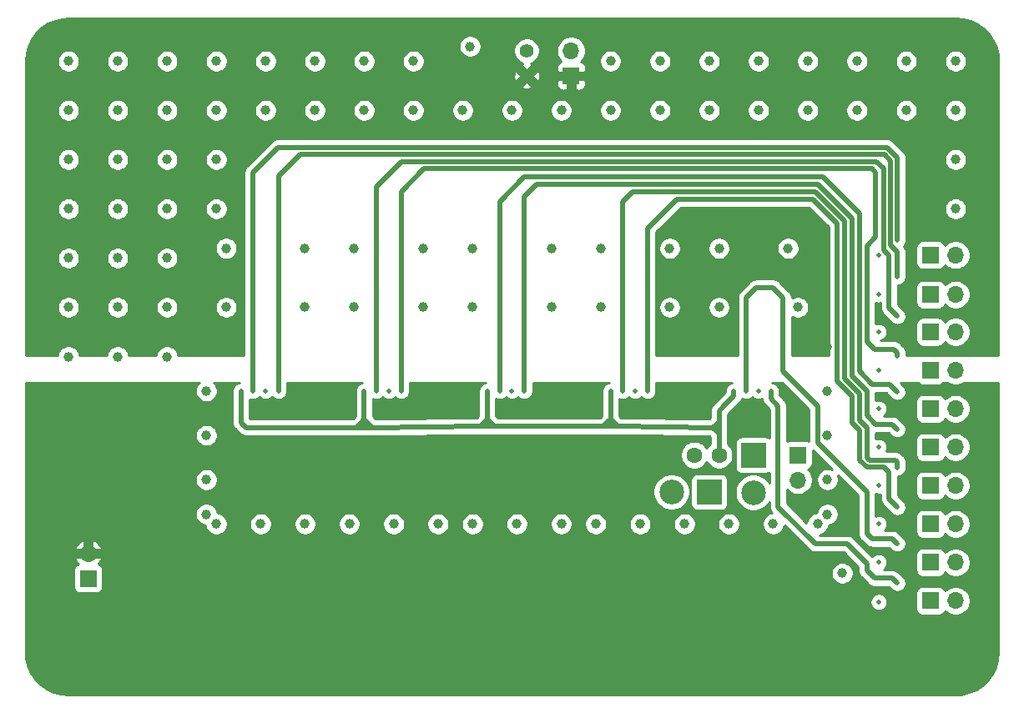
<source format=gbr>
G04 #@! TF.GenerationSoftware,KiCad,Pcbnew,(5.1.5)-3*
G04 #@! TF.CreationDate,2020-06-02T16:47:02-04:00*
G04 #@! TF.ProjectId,LT3081-TESTING,4c543330-3831-42d5-9445-5354494e472e,rev?*
G04 #@! TF.SameCoordinates,Original*
G04 #@! TF.FileFunction,Copper,L3,Inr*
G04 #@! TF.FilePolarity,Positive*
%FSLAX46Y46*%
G04 Gerber Fmt 4.6, Leading zero omitted, Abs format (unit mm)*
G04 Created by KiCad (PCBNEW (5.1.5)-3) date 2020-06-02 16:47:02*
%MOMM*%
%LPD*%
G04 APERTURE LIST*
%ADD10O,1.700000X1.700000*%
%ADD11R,1.700000X1.700000*%
%ADD12C,1.400000*%
%ADD13C,2.499360*%
%ADD14R,2.499360X2.499360*%
%ADD15C,1.600000*%
%ADD16C,0.500000*%
%ADD17C,1.000000*%
%ADD18C,0.500000*%
%ADD19C,0.254000*%
G04 APERTURE END LIST*
D10*
X171000000Y-28960000D03*
D11*
X171000000Y-31500000D03*
D10*
X122000000Y-80000000D03*
D11*
X122000000Y-82540000D03*
D12*
X166500000Y-28960000D03*
X166500000Y-31500000D03*
D13*
X181190000Y-73750000D03*
D14*
X185000000Y-73750000D03*
D13*
X189500000Y-73810000D03*
D14*
X189500000Y-70000000D03*
D10*
X210000000Y-84800000D03*
D11*
X207460000Y-84800000D03*
D10*
X210000000Y-77000000D03*
D11*
X207460000Y-77000000D03*
D10*
X210000000Y-69200000D03*
D11*
X207460000Y-69200000D03*
D10*
X210000000Y-61400000D03*
D11*
X207460000Y-61400000D03*
D10*
X210000000Y-53700000D03*
D11*
X207460000Y-53700000D03*
D10*
X210000000Y-80900000D03*
D11*
X207460000Y-80900000D03*
D10*
X210000000Y-73100000D03*
D11*
X207460000Y-73100000D03*
D10*
X210000000Y-65300000D03*
D11*
X207460000Y-65300000D03*
D10*
X210000000Y-57500000D03*
D11*
X207460000Y-57500000D03*
D10*
X210000000Y-49700000D03*
D11*
X207460000Y-49700000D03*
D10*
X194000000Y-72540000D03*
D11*
X194000000Y-70000000D03*
D15*
X183500000Y-70000000D03*
X186000000Y-70000000D03*
D16*
X202200000Y-84900000D03*
X202200000Y-80900000D03*
X202200000Y-77000000D03*
X202200000Y-73100000D03*
X202200000Y-69200000D03*
X202200000Y-65300000D03*
X202200000Y-61400000D03*
X202200000Y-57500000D03*
X202200000Y-53700000D03*
X202200000Y-49700000D03*
D17*
X160750000Y-28500000D03*
X198500000Y-82000000D03*
D16*
X190000000Y-63500000D03*
X177500000Y-63500000D03*
X165000000Y-63500000D03*
X190000000Y-37700000D03*
X177500000Y-37700000D03*
X165000000Y-37700000D03*
X152500000Y-37700000D03*
X152500000Y-63500000D03*
X140000000Y-63500000D03*
D17*
X160750000Y-31500000D03*
X163000000Y-33500000D03*
X134000000Y-59000000D03*
X134000000Y-63500000D03*
X134000000Y-68000000D03*
X134000000Y-72500000D03*
X134000000Y-76000000D03*
X135000000Y-77000000D03*
X196000000Y-77000000D03*
X197000000Y-76000000D03*
X139500000Y-77000000D03*
X144000000Y-77000000D03*
X148500000Y-77000000D03*
X153000000Y-77000000D03*
X157500000Y-77000000D03*
X170000000Y-77000000D03*
X197000000Y-59000000D03*
X191500000Y-77000000D03*
X187000000Y-77000000D03*
X182500000Y-77000000D03*
X178000000Y-77000000D03*
X173500000Y-77000000D03*
X161000000Y-77000000D03*
X197000000Y-72500000D03*
X197000000Y-68000000D03*
X197000000Y-63500000D03*
X165500000Y-77000000D03*
D16*
X140000000Y-38000000D03*
X192500000Y-63500000D03*
X180000000Y-63500000D03*
X167500000Y-63500000D03*
X155000000Y-63500000D03*
X142500000Y-63500000D03*
D17*
X137500000Y-70000000D03*
X140000000Y-70000000D03*
X142500000Y-70000000D03*
X142500000Y-72500000D03*
X140000000Y-72500000D03*
X137500000Y-72500000D03*
X137500000Y-75000000D03*
X140000000Y-75000000D03*
X142500000Y-75000000D03*
X177500000Y-70000000D03*
X175000000Y-70000000D03*
X172500000Y-70000000D03*
X172500000Y-72500000D03*
X175000000Y-72500000D03*
X177500000Y-72500000D03*
X177500000Y-75000000D03*
X175000000Y-75000000D03*
X172500000Y-75000000D03*
X152500000Y-70000000D03*
X155000000Y-70000000D03*
X157500000Y-70000000D03*
X160000000Y-70000000D03*
X162500000Y-70000000D03*
X162500000Y-72500000D03*
X160000000Y-72500000D03*
X155000000Y-72500000D03*
X152500000Y-72500000D03*
X157500000Y-72500000D03*
X152500000Y-75000000D03*
X155000000Y-75000000D03*
X157500000Y-75000000D03*
X160000000Y-75000000D03*
X162500000Y-75000000D03*
X120000000Y-65000000D03*
X125000000Y-65000000D03*
X130000000Y-65000000D03*
X130000000Y-70000000D03*
X125000000Y-70000000D03*
X120000000Y-70000000D03*
X120000000Y-75000000D03*
X125000000Y-75000000D03*
X130000000Y-75000000D03*
X120000000Y-90000000D03*
X125000000Y-90000000D03*
X130000000Y-90000000D03*
X135000000Y-90000000D03*
X140000000Y-90000000D03*
X145000000Y-90000000D03*
X145000000Y-85000000D03*
X140000000Y-85000000D03*
X135000000Y-85000000D03*
X150000000Y-85000000D03*
X150000000Y-90000000D03*
X155000000Y-90000000D03*
X155000000Y-85000000D03*
X160000000Y-85000000D03*
X160000000Y-90000000D03*
X165000000Y-90000000D03*
X165000000Y-85000000D03*
X170000000Y-85000000D03*
X170000000Y-90000000D03*
X180000000Y-85000000D03*
X175000000Y-85000000D03*
X180000000Y-90000000D03*
X175000000Y-90000000D03*
X185000000Y-90000000D03*
X185000000Y-85000000D03*
X190000000Y-85000000D03*
X190000000Y-90000000D03*
X195000000Y-90000000D03*
X195000000Y-85000000D03*
X200000000Y-90000000D03*
X205000000Y-90000000D03*
X210000000Y-90000000D03*
X190000000Y-80000000D03*
X185000000Y-80000000D03*
X180000000Y-80000000D03*
X175000000Y-80000000D03*
X170000000Y-80000000D03*
X165000000Y-80000000D03*
X160000000Y-80000000D03*
X155000000Y-80000000D03*
X150000000Y-80000000D03*
X145000000Y-80000000D03*
X135000000Y-80000000D03*
X120000000Y-60000000D03*
X125000000Y-60000000D03*
X130000000Y-60000000D03*
X130000000Y-80000000D03*
X125000000Y-80000000D03*
X145000000Y-70000000D03*
X150000000Y-70000000D03*
X150000000Y-75000000D03*
X145000000Y-75000000D03*
X165000000Y-70000000D03*
X165000000Y-75000000D03*
X170000000Y-75000000D03*
X170000000Y-70000000D03*
D16*
X187500000Y-63500000D03*
X175000000Y-63500000D03*
X162500000Y-63500000D03*
X150000000Y-63500000D03*
X137500000Y-63500000D03*
X138700000Y-63500000D03*
X204100000Y-48200000D03*
X151250000Y-63500000D03*
X204100000Y-55900000D03*
X163750000Y-63500000D03*
X204100000Y-63600000D03*
X176250000Y-63500000D03*
X204100000Y-71300000D03*
X188750000Y-63500000D03*
X204100000Y-79000000D03*
X141300000Y-63500000D03*
X204100000Y-51900000D03*
X153750000Y-63500000D03*
X204100000Y-59950000D03*
X166250000Y-63500000D03*
X204100000Y-67400000D03*
X178750000Y-63500000D03*
X204100000Y-75300000D03*
X191250000Y-63500000D03*
X204100000Y-83000000D03*
D17*
X194000000Y-55000000D03*
X193000000Y-49000000D03*
X186000000Y-49000000D03*
X186000000Y-55000000D03*
X181000000Y-55000000D03*
X181000000Y-49000000D03*
X174000000Y-49000000D03*
X174000000Y-55000000D03*
X169000000Y-55000000D03*
X169000000Y-49000000D03*
X161000000Y-49000000D03*
X161000000Y-55000000D03*
X156000000Y-55000000D03*
X156000000Y-49000000D03*
X149000000Y-49000000D03*
X149000000Y-55000000D03*
X136000000Y-55000000D03*
X144000000Y-55000000D03*
X144000000Y-49000000D03*
X136000000Y-49000000D03*
X120000000Y-55000000D03*
X125000000Y-55000000D03*
X130000000Y-55000000D03*
X130000000Y-50000000D03*
X125000000Y-50000000D03*
X120000000Y-50000000D03*
X120000000Y-45000000D03*
X125000000Y-45000000D03*
X130000000Y-45000000D03*
X130000000Y-40000000D03*
X125000000Y-40000000D03*
X120000000Y-40000000D03*
X120000000Y-35000000D03*
X125000000Y-35000000D03*
X130000000Y-35000000D03*
X135000000Y-45000000D03*
X135000000Y-40000000D03*
X135000000Y-35000000D03*
X135000000Y-30000000D03*
X130000000Y-30000000D03*
X125000000Y-30000000D03*
X120000000Y-30000000D03*
X140000000Y-30000000D03*
X140000000Y-35000000D03*
X145000000Y-35000000D03*
X145000000Y-30000000D03*
X150000000Y-30000000D03*
X150000000Y-35000000D03*
X155000000Y-35000000D03*
X155000000Y-30000000D03*
X160000000Y-35000000D03*
X165000000Y-35000000D03*
X170000000Y-35000000D03*
X175000000Y-35000000D03*
X180000000Y-35000000D03*
X185000000Y-35000000D03*
X190000000Y-35000000D03*
X195000000Y-35000000D03*
X200000000Y-35000000D03*
X205000000Y-35000000D03*
X210000000Y-35000000D03*
X210000000Y-40000000D03*
X210000000Y-45000000D03*
X210000000Y-30000000D03*
X205000000Y-30000000D03*
X200000000Y-30000000D03*
X190000000Y-30000000D03*
X195000000Y-30000000D03*
X185000000Y-30000000D03*
X180000000Y-30000000D03*
X175000000Y-30000000D03*
D18*
X137500000Y-66700000D02*
X137500000Y-63500000D01*
X138000000Y-67200000D02*
X137500000Y-66700000D01*
X150000000Y-66400000D02*
X149200000Y-67200000D01*
X150000000Y-67200000D02*
X149200000Y-67200000D01*
X149200000Y-67200000D02*
X138000000Y-67200000D01*
X150000000Y-67200000D02*
X150000000Y-66400000D01*
X150000000Y-66400000D02*
X150000000Y-63500000D01*
X150000000Y-66400000D02*
X150800000Y-67200000D01*
X150800000Y-67200000D02*
X150000000Y-67200000D01*
X162400000Y-66500000D02*
X161800000Y-67100000D01*
X162500000Y-66500000D02*
X162500000Y-67100000D01*
X162500000Y-63500000D02*
X162500000Y-66500000D01*
X162500000Y-66500000D02*
X162400000Y-66500000D01*
X161800000Y-67100000D02*
X150800000Y-67200000D01*
X162500000Y-67100000D02*
X161800000Y-67100000D01*
X162600000Y-66500000D02*
X163200000Y-67100000D01*
X162500000Y-66500000D02*
X162600000Y-66500000D01*
X163200000Y-67100000D02*
X162500000Y-67100000D01*
X174900000Y-66500000D02*
X174300000Y-67100000D01*
X175000000Y-66500000D02*
X175000000Y-67100000D01*
X175000000Y-67100000D02*
X174300000Y-67100000D01*
X175000000Y-63500000D02*
X175000000Y-66500000D01*
X174300000Y-67100000D02*
X163200000Y-67100000D01*
X175000000Y-66500000D02*
X174900000Y-66500000D01*
X175000000Y-66500000D02*
X175100000Y-66500000D01*
X175100000Y-66500000D02*
X175700000Y-67100000D01*
X175700000Y-67100000D02*
X175000000Y-67100000D01*
X186000000Y-67900000D02*
X186000000Y-67800000D01*
X186000000Y-67900000D02*
X186000000Y-67200000D01*
X186000000Y-70000000D02*
X186000000Y-67900000D01*
X186000000Y-67800000D02*
X185400000Y-67200000D01*
X186000000Y-67200000D02*
X185400000Y-67200000D01*
X185400000Y-67200000D02*
X175700000Y-67100000D01*
X185400000Y-67200000D02*
X186000000Y-66600000D01*
X186000000Y-67200000D02*
X186000000Y-66600000D01*
X186000000Y-66600000D02*
X186000000Y-65500000D01*
X186000000Y-65500000D02*
X186500000Y-65000000D01*
X186500000Y-65000000D02*
X187500000Y-64000000D01*
X187500000Y-64000000D02*
X187500000Y-63500000D01*
X138700000Y-48800000D02*
X138700000Y-63500000D01*
X204100000Y-39800000D02*
X203050000Y-38750000D01*
X204100000Y-48200000D02*
X204100000Y-39800000D01*
X203050000Y-38750000D02*
X141250000Y-38750000D01*
X141250000Y-38750000D02*
X138700000Y-41300000D01*
X138700000Y-41300000D02*
X138700000Y-48800000D01*
X151250000Y-42750000D02*
X153799990Y-40200010D01*
X151250000Y-63500000D02*
X151250000Y-42750000D01*
X202699990Y-49163988D02*
X203250000Y-49713998D01*
X203250000Y-49713998D02*
X203250000Y-55050000D01*
X203250000Y-55050000D02*
X204100000Y-55900000D01*
X202699990Y-40899990D02*
X202000000Y-40200000D01*
X202699990Y-40999990D02*
X202699990Y-49163988D01*
X153799990Y-40200010D02*
X202000000Y-40200000D01*
X202699990Y-40999990D02*
X202699990Y-40899990D01*
X163750000Y-63500000D02*
X163750000Y-44250000D01*
X163750000Y-44250000D02*
X166250000Y-41750000D01*
X166250000Y-41750000D02*
X196500000Y-41750000D01*
X196500000Y-41750000D02*
X200250000Y-45500000D01*
X200250000Y-45500000D02*
X200250000Y-61500000D01*
X200250000Y-61500000D02*
X201550000Y-62800000D01*
X201550000Y-62800000D02*
X203300000Y-62800000D01*
X203300000Y-62800000D02*
X204100000Y-63600000D01*
X176250000Y-63500000D02*
X176250000Y-44250000D01*
X176250000Y-44250000D02*
X177250000Y-43250000D01*
X177250000Y-43250000D02*
X195750000Y-43250000D01*
X195750000Y-43250000D02*
X198750000Y-46250000D01*
X198750000Y-46250000D02*
X198750000Y-62250000D01*
X198750000Y-62250000D02*
X200250000Y-63750000D01*
X200250000Y-63750000D02*
X200250000Y-66500000D01*
X200250000Y-66500000D02*
X201000000Y-67250000D01*
X201000000Y-67250000D02*
X201000000Y-70250000D01*
X201000000Y-70250000D02*
X201250000Y-70500000D01*
X201250000Y-70500000D02*
X203900000Y-70500000D01*
X203900000Y-70500000D02*
X204100000Y-70700000D01*
X204100000Y-70700000D02*
X204100000Y-71300000D01*
X188750000Y-63500000D02*
X188750000Y-54000000D01*
X188750000Y-54000000D02*
X189750000Y-53000000D01*
X189750000Y-53000000D02*
X191500000Y-53000000D01*
X191500000Y-53000000D02*
X192500000Y-54000000D01*
X192500000Y-54000000D02*
X192500000Y-61500000D01*
X192500000Y-61500000D02*
X196000000Y-65000000D01*
X196000000Y-65000000D02*
X196000000Y-68750000D01*
X196000000Y-68750000D02*
X201000000Y-73750000D01*
X201000000Y-73750000D02*
X201000000Y-78000000D01*
X201000000Y-78000000D02*
X201500000Y-78500000D01*
X201500000Y-78500000D02*
X203600000Y-78500000D01*
X203600000Y-78500000D02*
X204100000Y-79000000D01*
X203400000Y-48700000D02*
X204100000Y-49400000D01*
X204100000Y-49400000D02*
X204100000Y-51900000D01*
X141300000Y-41700000D02*
X143500000Y-39500000D01*
X141300000Y-63500000D02*
X141300000Y-41700000D01*
X143500000Y-39500000D02*
X202800000Y-39500000D01*
X202800000Y-39500000D02*
X203400000Y-40100000D01*
X203400000Y-40100000D02*
X203400000Y-48700000D01*
X203750000Y-59250000D02*
X204100000Y-59600000D01*
X204100000Y-59600000D02*
X204100000Y-59950000D01*
X201900000Y-47850000D02*
X201000000Y-48750000D01*
X153750000Y-43250000D02*
X156099980Y-40900020D01*
X153750000Y-63500000D02*
X153750000Y-43250000D01*
X201000000Y-58500000D02*
X201750000Y-59250000D01*
X156099980Y-40900020D02*
X201500020Y-40900020D01*
X201500020Y-40900020D02*
X201900000Y-41300000D01*
X201750000Y-59250000D02*
X203750000Y-59250000D01*
X201000000Y-48750000D02*
X201000000Y-58500000D01*
X201900000Y-41300000D02*
X201900000Y-47850000D01*
X166250000Y-63500000D02*
X166250000Y-43750000D01*
X166250000Y-43750000D02*
X167500000Y-42500000D01*
X167500000Y-42500000D02*
X196000000Y-42500000D01*
X196000000Y-42500000D02*
X199500000Y-46000000D01*
X199500000Y-46000000D02*
X199500000Y-62000000D01*
X199500000Y-62000000D02*
X201000000Y-63500000D01*
X201000000Y-63500000D02*
X201000000Y-66000000D01*
X201000000Y-66000000D02*
X201900000Y-66900000D01*
X201900000Y-66900000D02*
X203600000Y-66900000D01*
X203600000Y-66900000D02*
X204100000Y-67400000D01*
X178750000Y-63500000D02*
X178750000Y-47000000D01*
X178750000Y-47000000D02*
X181750000Y-44000000D01*
X181750000Y-44000000D02*
X195500000Y-44000000D01*
X195500000Y-44000000D02*
X198000000Y-46500000D01*
X198000000Y-46500000D02*
X198000000Y-62500000D01*
X198000000Y-62500000D02*
X199500000Y-64000000D01*
X199500000Y-64000000D02*
X199500000Y-66750000D01*
X199500000Y-66750000D02*
X200250000Y-67500000D01*
X200250000Y-67500000D02*
X200250000Y-70500000D01*
X200250000Y-70500000D02*
X201000000Y-71250000D01*
X201000000Y-71250000D02*
X202750000Y-71250000D01*
X202750000Y-71250000D02*
X203250000Y-71750000D01*
X203250000Y-71750000D02*
X203250000Y-74450000D01*
X203250000Y-74450000D02*
X204100000Y-75300000D01*
X191250000Y-63500000D02*
X191250000Y-64250000D01*
X191250000Y-64250000D02*
X192000000Y-65000000D01*
X192000000Y-65000000D02*
X192000000Y-75250000D01*
X192000000Y-75250000D02*
X195750000Y-79000000D01*
X195750000Y-79000000D02*
X199000000Y-79000000D01*
X199000000Y-79000000D02*
X201000000Y-81000000D01*
X201000000Y-81000000D02*
X201000000Y-81750000D01*
X201000000Y-81750000D02*
X201750000Y-82500000D01*
X201750000Y-82500000D02*
X203600000Y-82500000D01*
X203600000Y-82500000D02*
X204100000Y-83000000D01*
D19*
G36*
X210768083Y-25731173D02*
G01*
X211511891Y-25934656D01*
X212207905Y-26266638D01*
X212834130Y-26716626D01*
X213370777Y-27270403D01*
X213800871Y-27910451D01*
X214110829Y-28616553D01*
X214292065Y-29371457D01*
X214340000Y-30024207D01*
X214340000Y-59873000D01*
X204985000Y-59873000D01*
X204985000Y-59643469D01*
X204989281Y-59600000D01*
X204985000Y-59556531D01*
X204985000Y-59556523D01*
X204972195Y-59426510D01*
X204921589Y-59259687D01*
X204839411Y-59105941D01*
X204728817Y-58971183D01*
X204695045Y-58943467D01*
X204406534Y-58654956D01*
X204378817Y-58621183D01*
X204244059Y-58510589D01*
X204090313Y-58428411D01*
X203923490Y-58377805D01*
X203793477Y-58365000D01*
X203793469Y-58365000D01*
X203750000Y-58360719D01*
X203706531Y-58365000D01*
X202387712Y-58365000D01*
X202458145Y-58350990D01*
X202619205Y-58284277D01*
X202764155Y-58187424D01*
X202887424Y-58064155D01*
X202984277Y-57919205D01*
X203050990Y-57758145D01*
X203085000Y-57587165D01*
X203085000Y-57412835D01*
X203050990Y-57241855D01*
X202984277Y-57080795D01*
X202887424Y-56935845D01*
X202764155Y-56812576D01*
X202619205Y-56715723D01*
X202458145Y-56649010D01*
X202287165Y-56615000D01*
X202112835Y-56615000D01*
X201941855Y-56649010D01*
X201885000Y-56672560D01*
X201885000Y-54527440D01*
X201941855Y-54550990D01*
X202112835Y-54585000D01*
X202287165Y-54585000D01*
X202365001Y-54569517D01*
X202365001Y-55006521D01*
X202360719Y-55050000D01*
X202377805Y-55223490D01*
X202428412Y-55390313D01*
X202510590Y-55544059D01*
X202593468Y-55645046D01*
X202593471Y-55645049D01*
X202621184Y-55678817D01*
X202654951Y-55706529D01*
X203412576Y-56464155D01*
X203535845Y-56587424D01*
X203572170Y-56611696D01*
X203605941Y-56639411D01*
X203644468Y-56660004D01*
X203680795Y-56684277D01*
X203721161Y-56700997D01*
X203759686Y-56721589D01*
X203801489Y-56734270D01*
X203841855Y-56750990D01*
X203884704Y-56759513D01*
X203926510Y-56772195D01*
X203969985Y-56776477D01*
X204012835Y-56785000D01*
X204056531Y-56785000D01*
X204100000Y-56789281D01*
X204143469Y-56785000D01*
X204187165Y-56785000D01*
X204230015Y-56776477D01*
X204273490Y-56772195D01*
X204315295Y-56759513D01*
X204358145Y-56750990D01*
X204398513Y-56734269D01*
X204440313Y-56721589D01*
X204478835Y-56700999D01*
X204519205Y-56684277D01*
X204555533Y-56660004D01*
X204574248Y-56650000D01*
X205971928Y-56650000D01*
X205971928Y-58350000D01*
X205984188Y-58474482D01*
X206020498Y-58594180D01*
X206079463Y-58704494D01*
X206158815Y-58801185D01*
X206255506Y-58880537D01*
X206365820Y-58939502D01*
X206485518Y-58975812D01*
X206610000Y-58988072D01*
X208310000Y-58988072D01*
X208434482Y-58975812D01*
X208554180Y-58939502D01*
X208664494Y-58880537D01*
X208761185Y-58801185D01*
X208840537Y-58704494D01*
X208899502Y-58594180D01*
X208921513Y-58521620D01*
X209053368Y-58653475D01*
X209296589Y-58815990D01*
X209566842Y-58927932D01*
X209853740Y-58985000D01*
X210146260Y-58985000D01*
X210433158Y-58927932D01*
X210703411Y-58815990D01*
X210946632Y-58653475D01*
X211153475Y-58446632D01*
X211315990Y-58203411D01*
X211427932Y-57933158D01*
X211485000Y-57646260D01*
X211485000Y-57353740D01*
X211427932Y-57066842D01*
X211315990Y-56796589D01*
X211153475Y-56553368D01*
X210946632Y-56346525D01*
X210703411Y-56184010D01*
X210433158Y-56072068D01*
X210146260Y-56015000D01*
X209853740Y-56015000D01*
X209566842Y-56072068D01*
X209296589Y-56184010D01*
X209053368Y-56346525D01*
X208921513Y-56478380D01*
X208899502Y-56405820D01*
X208840537Y-56295506D01*
X208761185Y-56198815D01*
X208664494Y-56119463D01*
X208554180Y-56060498D01*
X208434482Y-56024188D01*
X208310000Y-56011928D01*
X206610000Y-56011928D01*
X206485518Y-56024188D01*
X206365820Y-56060498D01*
X206255506Y-56119463D01*
X206158815Y-56198815D01*
X206079463Y-56295506D01*
X206020498Y-56405820D01*
X205984188Y-56525518D01*
X205971928Y-56650000D01*
X204574248Y-56650000D01*
X204594059Y-56639411D01*
X204627829Y-56611696D01*
X204664155Y-56587424D01*
X204695049Y-56556530D01*
X204728817Y-56528817D01*
X204756530Y-56495049D01*
X204787424Y-56464155D01*
X204811696Y-56427829D01*
X204839411Y-56394059D01*
X204860004Y-56355533D01*
X204884277Y-56319205D01*
X204900999Y-56278835D01*
X204921589Y-56240313D01*
X204934269Y-56198513D01*
X204950990Y-56158145D01*
X204959513Y-56115295D01*
X204972195Y-56073490D01*
X204976477Y-56030015D01*
X204985000Y-55987165D01*
X204985000Y-55943469D01*
X204989281Y-55900000D01*
X204985000Y-55856531D01*
X204985000Y-55812835D01*
X204976477Y-55769985D01*
X204972195Y-55726510D01*
X204959513Y-55684704D01*
X204950990Y-55641855D01*
X204934270Y-55601489D01*
X204921589Y-55559686D01*
X204900997Y-55521161D01*
X204884277Y-55480795D01*
X204860004Y-55444468D01*
X204839411Y-55405941D01*
X204811696Y-55372170D01*
X204787424Y-55335845D01*
X204664155Y-55212576D01*
X204135000Y-54683422D01*
X204135000Y-52850000D01*
X205971928Y-52850000D01*
X205971928Y-54550000D01*
X205984188Y-54674482D01*
X206020498Y-54794180D01*
X206079463Y-54904494D01*
X206158815Y-55001185D01*
X206255506Y-55080537D01*
X206365820Y-55139502D01*
X206485518Y-55175812D01*
X206610000Y-55188072D01*
X208310000Y-55188072D01*
X208434482Y-55175812D01*
X208554180Y-55139502D01*
X208664494Y-55080537D01*
X208761185Y-55001185D01*
X208840537Y-54904494D01*
X208899502Y-54794180D01*
X208921513Y-54721620D01*
X209053368Y-54853475D01*
X209296589Y-55015990D01*
X209566842Y-55127932D01*
X209853740Y-55185000D01*
X210146260Y-55185000D01*
X210433158Y-55127932D01*
X210703411Y-55015990D01*
X210946632Y-54853475D01*
X211153475Y-54646632D01*
X211315990Y-54403411D01*
X211427932Y-54133158D01*
X211485000Y-53846260D01*
X211485000Y-53553740D01*
X211427932Y-53266842D01*
X211315990Y-52996589D01*
X211153475Y-52753368D01*
X210946632Y-52546525D01*
X210703411Y-52384010D01*
X210433158Y-52272068D01*
X210146260Y-52215000D01*
X209853740Y-52215000D01*
X209566842Y-52272068D01*
X209296589Y-52384010D01*
X209053368Y-52546525D01*
X208921513Y-52678380D01*
X208899502Y-52605820D01*
X208840537Y-52495506D01*
X208761185Y-52398815D01*
X208664494Y-52319463D01*
X208554180Y-52260498D01*
X208434482Y-52224188D01*
X208310000Y-52211928D01*
X206610000Y-52211928D01*
X206485518Y-52224188D01*
X206365820Y-52260498D01*
X206255506Y-52319463D01*
X206158815Y-52398815D01*
X206079463Y-52495506D01*
X206020498Y-52605820D01*
X205984188Y-52725518D01*
X205971928Y-52850000D01*
X204135000Y-52850000D01*
X204135000Y-52785835D01*
X204143477Y-52785000D01*
X204187165Y-52785000D01*
X204230013Y-52776477D01*
X204273490Y-52772195D01*
X204315295Y-52759513D01*
X204358145Y-52750990D01*
X204398513Y-52734269D01*
X204440313Y-52721589D01*
X204478835Y-52700999D01*
X204519205Y-52684277D01*
X204555533Y-52660004D01*
X204594059Y-52639411D01*
X204627829Y-52611696D01*
X204664155Y-52587424D01*
X204695049Y-52556530D01*
X204728817Y-52528817D01*
X204756530Y-52495049D01*
X204787424Y-52464155D01*
X204811696Y-52427829D01*
X204839411Y-52394059D01*
X204860004Y-52355533D01*
X204884277Y-52319205D01*
X204900999Y-52278835D01*
X204921589Y-52240313D01*
X204934269Y-52198513D01*
X204950990Y-52158145D01*
X204959513Y-52115295D01*
X204972195Y-52073490D01*
X204976477Y-52030013D01*
X204985000Y-51987165D01*
X204985000Y-49443465D01*
X204989281Y-49399999D01*
X204985000Y-49356533D01*
X204985000Y-49356523D01*
X204972195Y-49226510D01*
X204921589Y-49059687D01*
X204839411Y-48905941D01*
X204793502Y-48850000D01*
X205971928Y-48850000D01*
X205971928Y-50550000D01*
X205984188Y-50674482D01*
X206020498Y-50794180D01*
X206079463Y-50904494D01*
X206158815Y-51001185D01*
X206255506Y-51080537D01*
X206365820Y-51139502D01*
X206485518Y-51175812D01*
X206610000Y-51188072D01*
X208310000Y-51188072D01*
X208434482Y-51175812D01*
X208554180Y-51139502D01*
X208664494Y-51080537D01*
X208761185Y-51001185D01*
X208840537Y-50904494D01*
X208899502Y-50794180D01*
X208921513Y-50721620D01*
X209053368Y-50853475D01*
X209296589Y-51015990D01*
X209566842Y-51127932D01*
X209853740Y-51185000D01*
X210146260Y-51185000D01*
X210433158Y-51127932D01*
X210703411Y-51015990D01*
X210946632Y-50853475D01*
X211153475Y-50646632D01*
X211315990Y-50403411D01*
X211427932Y-50133158D01*
X211485000Y-49846260D01*
X211485000Y-49553740D01*
X211427932Y-49266842D01*
X211315990Y-48996589D01*
X211153475Y-48753368D01*
X210946632Y-48546525D01*
X210703411Y-48384010D01*
X210433158Y-48272068D01*
X210146260Y-48215000D01*
X209853740Y-48215000D01*
X209566842Y-48272068D01*
X209296589Y-48384010D01*
X209053368Y-48546525D01*
X208921513Y-48678380D01*
X208899502Y-48605820D01*
X208840537Y-48495506D01*
X208761185Y-48398815D01*
X208664494Y-48319463D01*
X208554180Y-48260498D01*
X208434482Y-48224188D01*
X208310000Y-48211928D01*
X206610000Y-48211928D01*
X206485518Y-48224188D01*
X206365820Y-48260498D01*
X206255506Y-48319463D01*
X206158815Y-48398815D01*
X206079463Y-48495506D01*
X206020498Y-48605820D01*
X205984188Y-48725518D01*
X205971928Y-48850000D01*
X204793502Y-48850000D01*
X204786774Y-48841803D01*
X204756532Y-48804953D01*
X204756530Y-48804951D01*
X204752467Y-48800000D01*
X204756530Y-48795049D01*
X204787424Y-48764155D01*
X204811696Y-48727829D01*
X204839411Y-48694059D01*
X204860004Y-48655533D01*
X204884277Y-48619205D01*
X204900999Y-48578835D01*
X204921589Y-48540313D01*
X204934269Y-48498513D01*
X204950990Y-48458145D01*
X204959513Y-48415295D01*
X204972195Y-48373490D01*
X204976477Y-48330013D01*
X204985000Y-48287165D01*
X204985000Y-44888212D01*
X208865000Y-44888212D01*
X208865000Y-45111788D01*
X208908617Y-45331067D01*
X208994176Y-45537624D01*
X209118388Y-45723520D01*
X209276480Y-45881612D01*
X209462376Y-46005824D01*
X209668933Y-46091383D01*
X209888212Y-46135000D01*
X210111788Y-46135000D01*
X210331067Y-46091383D01*
X210537624Y-46005824D01*
X210723520Y-45881612D01*
X210881612Y-45723520D01*
X211005824Y-45537624D01*
X211091383Y-45331067D01*
X211135000Y-45111788D01*
X211135000Y-44888212D01*
X211091383Y-44668933D01*
X211005824Y-44462376D01*
X210881612Y-44276480D01*
X210723520Y-44118388D01*
X210537624Y-43994176D01*
X210331067Y-43908617D01*
X210111788Y-43865000D01*
X209888212Y-43865000D01*
X209668933Y-43908617D01*
X209462376Y-43994176D01*
X209276480Y-44118388D01*
X209118388Y-44276480D01*
X208994176Y-44462376D01*
X208908617Y-44668933D01*
X208865000Y-44888212D01*
X204985000Y-44888212D01*
X204985000Y-39888212D01*
X208865000Y-39888212D01*
X208865000Y-40111788D01*
X208908617Y-40331067D01*
X208994176Y-40537624D01*
X209118388Y-40723520D01*
X209276480Y-40881612D01*
X209462376Y-41005824D01*
X209668933Y-41091383D01*
X209888212Y-41135000D01*
X210111788Y-41135000D01*
X210331067Y-41091383D01*
X210537624Y-41005824D01*
X210723520Y-40881612D01*
X210881612Y-40723520D01*
X211005824Y-40537624D01*
X211091383Y-40331067D01*
X211135000Y-40111788D01*
X211135000Y-39888212D01*
X211091383Y-39668933D01*
X211005824Y-39462376D01*
X210881612Y-39276480D01*
X210723520Y-39118388D01*
X210537624Y-38994176D01*
X210331067Y-38908617D01*
X210111788Y-38865000D01*
X209888212Y-38865000D01*
X209668933Y-38908617D01*
X209462376Y-38994176D01*
X209276480Y-39118388D01*
X209118388Y-39276480D01*
X208994176Y-39462376D01*
X208908617Y-39668933D01*
X208865000Y-39888212D01*
X204985000Y-39888212D01*
X204985000Y-39843465D01*
X204989281Y-39799999D01*
X204985000Y-39756533D01*
X204985000Y-39756523D01*
X204972195Y-39626510D01*
X204921589Y-39459687D01*
X204839411Y-39305941D01*
X204815210Y-39276452D01*
X204756532Y-39204953D01*
X204756530Y-39204951D01*
X204728817Y-39171183D01*
X204695049Y-39143470D01*
X203706534Y-38154956D01*
X203678817Y-38121183D01*
X203544059Y-38010589D01*
X203390313Y-37928411D01*
X203223490Y-37877805D01*
X203093477Y-37865000D01*
X203093469Y-37865000D01*
X203050000Y-37860719D01*
X203006531Y-37865000D01*
X141293469Y-37865000D01*
X141250000Y-37860719D01*
X141206531Y-37865000D01*
X141206523Y-37865000D01*
X141076510Y-37877805D01*
X140909686Y-37928411D01*
X140755941Y-38010589D01*
X140654953Y-38093468D01*
X140654951Y-38093470D01*
X140621183Y-38121183D01*
X140593470Y-38154951D01*
X138104956Y-40643466D01*
X138071183Y-40671183D01*
X137960589Y-40805942D01*
X137878411Y-40959688D01*
X137852997Y-41043466D01*
X137827806Y-41126509D01*
X137827805Y-41126511D01*
X137815000Y-41256524D01*
X137815000Y-41256531D01*
X137810719Y-41300000D01*
X137815000Y-41343469D01*
X137815001Y-48756514D01*
X137815000Y-48756524D01*
X137815001Y-59873000D01*
X131131974Y-59873000D01*
X131091383Y-59668933D01*
X131005824Y-59462376D01*
X130881612Y-59276480D01*
X130723520Y-59118388D01*
X130537624Y-58994176D01*
X130331067Y-58908617D01*
X130111788Y-58865000D01*
X129888212Y-58865000D01*
X129668933Y-58908617D01*
X129462376Y-58994176D01*
X129276480Y-59118388D01*
X129118388Y-59276480D01*
X128994176Y-59462376D01*
X128908617Y-59668933D01*
X128868026Y-59873000D01*
X126131974Y-59873000D01*
X126091383Y-59668933D01*
X126005824Y-59462376D01*
X125881612Y-59276480D01*
X125723520Y-59118388D01*
X125537624Y-58994176D01*
X125331067Y-58908617D01*
X125111788Y-58865000D01*
X124888212Y-58865000D01*
X124668933Y-58908617D01*
X124462376Y-58994176D01*
X124276480Y-59118388D01*
X124118388Y-59276480D01*
X123994176Y-59462376D01*
X123908617Y-59668933D01*
X123868026Y-59873000D01*
X121131974Y-59873000D01*
X121091383Y-59668933D01*
X121005824Y-59462376D01*
X120881612Y-59276480D01*
X120723520Y-59118388D01*
X120537624Y-58994176D01*
X120331067Y-58908617D01*
X120111788Y-58865000D01*
X119888212Y-58865000D01*
X119668933Y-58908617D01*
X119462376Y-58994176D01*
X119276480Y-59118388D01*
X119118388Y-59276480D01*
X118994176Y-59462376D01*
X118908617Y-59668933D01*
X118868026Y-59873000D01*
X115660000Y-59873000D01*
X115660000Y-54888212D01*
X118865000Y-54888212D01*
X118865000Y-55111788D01*
X118908617Y-55331067D01*
X118994176Y-55537624D01*
X119118388Y-55723520D01*
X119276480Y-55881612D01*
X119462376Y-56005824D01*
X119668933Y-56091383D01*
X119888212Y-56135000D01*
X120111788Y-56135000D01*
X120331067Y-56091383D01*
X120537624Y-56005824D01*
X120723520Y-55881612D01*
X120881612Y-55723520D01*
X121005824Y-55537624D01*
X121091383Y-55331067D01*
X121135000Y-55111788D01*
X121135000Y-54888212D01*
X123865000Y-54888212D01*
X123865000Y-55111788D01*
X123908617Y-55331067D01*
X123994176Y-55537624D01*
X124118388Y-55723520D01*
X124276480Y-55881612D01*
X124462376Y-56005824D01*
X124668933Y-56091383D01*
X124888212Y-56135000D01*
X125111788Y-56135000D01*
X125331067Y-56091383D01*
X125537624Y-56005824D01*
X125723520Y-55881612D01*
X125881612Y-55723520D01*
X126005824Y-55537624D01*
X126091383Y-55331067D01*
X126135000Y-55111788D01*
X126135000Y-54888212D01*
X128865000Y-54888212D01*
X128865000Y-55111788D01*
X128908617Y-55331067D01*
X128994176Y-55537624D01*
X129118388Y-55723520D01*
X129276480Y-55881612D01*
X129462376Y-56005824D01*
X129668933Y-56091383D01*
X129888212Y-56135000D01*
X130111788Y-56135000D01*
X130331067Y-56091383D01*
X130537624Y-56005824D01*
X130723520Y-55881612D01*
X130881612Y-55723520D01*
X131005824Y-55537624D01*
X131091383Y-55331067D01*
X131135000Y-55111788D01*
X131135000Y-54888212D01*
X134865000Y-54888212D01*
X134865000Y-55111788D01*
X134908617Y-55331067D01*
X134994176Y-55537624D01*
X135118388Y-55723520D01*
X135276480Y-55881612D01*
X135462376Y-56005824D01*
X135668933Y-56091383D01*
X135888212Y-56135000D01*
X136111788Y-56135000D01*
X136331067Y-56091383D01*
X136537624Y-56005824D01*
X136723520Y-55881612D01*
X136881612Y-55723520D01*
X137005824Y-55537624D01*
X137091383Y-55331067D01*
X137135000Y-55111788D01*
X137135000Y-54888212D01*
X137091383Y-54668933D01*
X137005824Y-54462376D01*
X136881612Y-54276480D01*
X136723520Y-54118388D01*
X136537624Y-53994176D01*
X136331067Y-53908617D01*
X136111788Y-53865000D01*
X135888212Y-53865000D01*
X135668933Y-53908617D01*
X135462376Y-53994176D01*
X135276480Y-54118388D01*
X135118388Y-54276480D01*
X134994176Y-54462376D01*
X134908617Y-54668933D01*
X134865000Y-54888212D01*
X131135000Y-54888212D01*
X131091383Y-54668933D01*
X131005824Y-54462376D01*
X130881612Y-54276480D01*
X130723520Y-54118388D01*
X130537624Y-53994176D01*
X130331067Y-53908617D01*
X130111788Y-53865000D01*
X129888212Y-53865000D01*
X129668933Y-53908617D01*
X129462376Y-53994176D01*
X129276480Y-54118388D01*
X129118388Y-54276480D01*
X128994176Y-54462376D01*
X128908617Y-54668933D01*
X128865000Y-54888212D01*
X126135000Y-54888212D01*
X126091383Y-54668933D01*
X126005824Y-54462376D01*
X125881612Y-54276480D01*
X125723520Y-54118388D01*
X125537624Y-53994176D01*
X125331067Y-53908617D01*
X125111788Y-53865000D01*
X124888212Y-53865000D01*
X124668933Y-53908617D01*
X124462376Y-53994176D01*
X124276480Y-54118388D01*
X124118388Y-54276480D01*
X123994176Y-54462376D01*
X123908617Y-54668933D01*
X123865000Y-54888212D01*
X121135000Y-54888212D01*
X121091383Y-54668933D01*
X121005824Y-54462376D01*
X120881612Y-54276480D01*
X120723520Y-54118388D01*
X120537624Y-53994176D01*
X120331067Y-53908617D01*
X120111788Y-53865000D01*
X119888212Y-53865000D01*
X119668933Y-53908617D01*
X119462376Y-53994176D01*
X119276480Y-54118388D01*
X119118388Y-54276480D01*
X118994176Y-54462376D01*
X118908617Y-54668933D01*
X118865000Y-54888212D01*
X115660000Y-54888212D01*
X115660000Y-49888212D01*
X118865000Y-49888212D01*
X118865000Y-50111788D01*
X118908617Y-50331067D01*
X118994176Y-50537624D01*
X119118388Y-50723520D01*
X119276480Y-50881612D01*
X119462376Y-51005824D01*
X119668933Y-51091383D01*
X119888212Y-51135000D01*
X120111788Y-51135000D01*
X120331067Y-51091383D01*
X120537624Y-51005824D01*
X120723520Y-50881612D01*
X120881612Y-50723520D01*
X121005824Y-50537624D01*
X121091383Y-50331067D01*
X121135000Y-50111788D01*
X121135000Y-49888212D01*
X123865000Y-49888212D01*
X123865000Y-50111788D01*
X123908617Y-50331067D01*
X123994176Y-50537624D01*
X124118388Y-50723520D01*
X124276480Y-50881612D01*
X124462376Y-51005824D01*
X124668933Y-51091383D01*
X124888212Y-51135000D01*
X125111788Y-51135000D01*
X125331067Y-51091383D01*
X125537624Y-51005824D01*
X125723520Y-50881612D01*
X125881612Y-50723520D01*
X126005824Y-50537624D01*
X126091383Y-50331067D01*
X126135000Y-50111788D01*
X126135000Y-49888212D01*
X128865000Y-49888212D01*
X128865000Y-50111788D01*
X128908617Y-50331067D01*
X128994176Y-50537624D01*
X129118388Y-50723520D01*
X129276480Y-50881612D01*
X129462376Y-51005824D01*
X129668933Y-51091383D01*
X129888212Y-51135000D01*
X130111788Y-51135000D01*
X130331067Y-51091383D01*
X130537624Y-51005824D01*
X130723520Y-50881612D01*
X130881612Y-50723520D01*
X131005824Y-50537624D01*
X131091383Y-50331067D01*
X131135000Y-50111788D01*
X131135000Y-49888212D01*
X131091383Y-49668933D01*
X131005824Y-49462376D01*
X130881612Y-49276480D01*
X130723520Y-49118388D01*
X130537624Y-48994176D01*
X130331067Y-48908617D01*
X130228484Y-48888212D01*
X134865000Y-48888212D01*
X134865000Y-49111788D01*
X134908617Y-49331067D01*
X134994176Y-49537624D01*
X135118388Y-49723520D01*
X135276480Y-49881612D01*
X135462376Y-50005824D01*
X135668933Y-50091383D01*
X135888212Y-50135000D01*
X136111788Y-50135000D01*
X136331067Y-50091383D01*
X136537624Y-50005824D01*
X136723520Y-49881612D01*
X136881612Y-49723520D01*
X137005824Y-49537624D01*
X137091383Y-49331067D01*
X137135000Y-49111788D01*
X137135000Y-48888212D01*
X137091383Y-48668933D01*
X137005824Y-48462376D01*
X136881612Y-48276480D01*
X136723520Y-48118388D01*
X136537624Y-47994176D01*
X136331067Y-47908617D01*
X136111788Y-47865000D01*
X135888212Y-47865000D01*
X135668933Y-47908617D01*
X135462376Y-47994176D01*
X135276480Y-48118388D01*
X135118388Y-48276480D01*
X134994176Y-48462376D01*
X134908617Y-48668933D01*
X134865000Y-48888212D01*
X130228484Y-48888212D01*
X130111788Y-48865000D01*
X129888212Y-48865000D01*
X129668933Y-48908617D01*
X129462376Y-48994176D01*
X129276480Y-49118388D01*
X129118388Y-49276480D01*
X128994176Y-49462376D01*
X128908617Y-49668933D01*
X128865000Y-49888212D01*
X126135000Y-49888212D01*
X126091383Y-49668933D01*
X126005824Y-49462376D01*
X125881612Y-49276480D01*
X125723520Y-49118388D01*
X125537624Y-48994176D01*
X125331067Y-48908617D01*
X125111788Y-48865000D01*
X124888212Y-48865000D01*
X124668933Y-48908617D01*
X124462376Y-48994176D01*
X124276480Y-49118388D01*
X124118388Y-49276480D01*
X123994176Y-49462376D01*
X123908617Y-49668933D01*
X123865000Y-49888212D01*
X121135000Y-49888212D01*
X121091383Y-49668933D01*
X121005824Y-49462376D01*
X120881612Y-49276480D01*
X120723520Y-49118388D01*
X120537624Y-48994176D01*
X120331067Y-48908617D01*
X120111788Y-48865000D01*
X119888212Y-48865000D01*
X119668933Y-48908617D01*
X119462376Y-48994176D01*
X119276480Y-49118388D01*
X119118388Y-49276480D01*
X118994176Y-49462376D01*
X118908617Y-49668933D01*
X118865000Y-49888212D01*
X115660000Y-49888212D01*
X115660000Y-44888212D01*
X118865000Y-44888212D01*
X118865000Y-45111788D01*
X118908617Y-45331067D01*
X118994176Y-45537624D01*
X119118388Y-45723520D01*
X119276480Y-45881612D01*
X119462376Y-46005824D01*
X119668933Y-46091383D01*
X119888212Y-46135000D01*
X120111788Y-46135000D01*
X120331067Y-46091383D01*
X120537624Y-46005824D01*
X120723520Y-45881612D01*
X120881612Y-45723520D01*
X121005824Y-45537624D01*
X121091383Y-45331067D01*
X121135000Y-45111788D01*
X121135000Y-44888212D01*
X123865000Y-44888212D01*
X123865000Y-45111788D01*
X123908617Y-45331067D01*
X123994176Y-45537624D01*
X124118388Y-45723520D01*
X124276480Y-45881612D01*
X124462376Y-46005824D01*
X124668933Y-46091383D01*
X124888212Y-46135000D01*
X125111788Y-46135000D01*
X125331067Y-46091383D01*
X125537624Y-46005824D01*
X125723520Y-45881612D01*
X125881612Y-45723520D01*
X126005824Y-45537624D01*
X126091383Y-45331067D01*
X126135000Y-45111788D01*
X126135000Y-44888212D01*
X128865000Y-44888212D01*
X128865000Y-45111788D01*
X128908617Y-45331067D01*
X128994176Y-45537624D01*
X129118388Y-45723520D01*
X129276480Y-45881612D01*
X129462376Y-46005824D01*
X129668933Y-46091383D01*
X129888212Y-46135000D01*
X130111788Y-46135000D01*
X130331067Y-46091383D01*
X130537624Y-46005824D01*
X130723520Y-45881612D01*
X130881612Y-45723520D01*
X131005824Y-45537624D01*
X131091383Y-45331067D01*
X131135000Y-45111788D01*
X131135000Y-44888212D01*
X133865000Y-44888212D01*
X133865000Y-45111788D01*
X133908617Y-45331067D01*
X133994176Y-45537624D01*
X134118388Y-45723520D01*
X134276480Y-45881612D01*
X134462376Y-46005824D01*
X134668933Y-46091383D01*
X134888212Y-46135000D01*
X135111788Y-46135000D01*
X135331067Y-46091383D01*
X135537624Y-46005824D01*
X135723520Y-45881612D01*
X135881612Y-45723520D01*
X136005824Y-45537624D01*
X136091383Y-45331067D01*
X136135000Y-45111788D01*
X136135000Y-44888212D01*
X136091383Y-44668933D01*
X136005824Y-44462376D01*
X135881612Y-44276480D01*
X135723520Y-44118388D01*
X135537624Y-43994176D01*
X135331067Y-43908617D01*
X135111788Y-43865000D01*
X134888212Y-43865000D01*
X134668933Y-43908617D01*
X134462376Y-43994176D01*
X134276480Y-44118388D01*
X134118388Y-44276480D01*
X133994176Y-44462376D01*
X133908617Y-44668933D01*
X133865000Y-44888212D01*
X131135000Y-44888212D01*
X131091383Y-44668933D01*
X131005824Y-44462376D01*
X130881612Y-44276480D01*
X130723520Y-44118388D01*
X130537624Y-43994176D01*
X130331067Y-43908617D01*
X130111788Y-43865000D01*
X129888212Y-43865000D01*
X129668933Y-43908617D01*
X129462376Y-43994176D01*
X129276480Y-44118388D01*
X129118388Y-44276480D01*
X128994176Y-44462376D01*
X128908617Y-44668933D01*
X128865000Y-44888212D01*
X126135000Y-44888212D01*
X126091383Y-44668933D01*
X126005824Y-44462376D01*
X125881612Y-44276480D01*
X125723520Y-44118388D01*
X125537624Y-43994176D01*
X125331067Y-43908617D01*
X125111788Y-43865000D01*
X124888212Y-43865000D01*
X124668933Y-43908617D01*
X124462376Y-43994176D01*
X124276480Y-44118388D01*
X124118388Y-44276480D01*
X123994176Y-44462376D01*
X123908617Y-44668933D01*
X123865000Y-44888212D01*
X121135000Y-44888212D01*
X121091383Y-44668933D01*
X121005824Y-44462376D01*
X120881612Y-44276480D01*
X120723520Y-44118388D01*
X120537624Y-43994176D01*
X120331067Y-43908617D01*
X120111788Y-43865000D01*
X119888212Y-43865000D01*
X119668933Y-43908617D01*
X119462376Y-43994176D01*
X119276480Y-44118388D01*
X119118388Y-44276480D01*
X118994176Y-44462376D01*
X118908617Y-44668933D01*
X118865000Y-44888212D01*
X115660000Y-44888212D01*
X115660000Y-39888212D01*
X118865000Y-39888212D01*
X118865000Y-40111788D01*
X118908617Y-40331067D01*
X118994176Y-40537624D01*
X119118388Y-40723520D01*
X119276480Y-40881612D01*
X119462376Y-41005824D01*
X119668933Y-41091383D01*
X119888212Y-41135000D01*
X120111788Y-41135000D01*
X120331067Y-41091383D01*
X120537624Y-41005824D01*
X120723520Y-40881612D01*
X120881612Y-40723520D01*
X121005824Y-40537624D01*
X121091383Y-40331067D01*
X121135000Y-40111788D01*
X121135000Y-39888212D01*
X123865000Y-39888212D01*
X123865000Y-40111788D01*
X123908617Y-40331067D01*
X123994176Y-40537624D01*
X124118388Y-40723520D01*
X124276480Y-40881612D01*
X124462376Y-41005824D01*
X124668933Y-41091383D01*
X124888212Y-41135000D01*
X125111788Y-41135000D01*
X125331067Y-41091383D01*
X125537624Y-41005824D01*
X125723520Y-40881612D01*
X125881612Y-40723520D01*
X126005824Y-40537624D01*
X126091383Y-40331067D01*
X126135000Y-40111788D01*
X126135000Y-39888212D01*
X128865000Y-39888212D01*
X128865000Y-40111788D01*
X128908617Y-40331067D01*
X128994176Y-40537624D01*
X129118388Y-40723520D01*
X129276480Y-40881612D01*
X129462376Y-41005824D01*
X129668933Y-41091383D01*
X129888212Y-41135000D01*
X130111788Y-41135000D01*
X130331067Y-41091383D01*
X130537624Y-41005824D01*
X130723520Y-40881612D01*
X130881612Y-40723520D01*
X131005824Y-40537624D01*
X131091383Y-40331067D01*
X131135000Y-40111788D01*
X131135000Y-39888212D01*
X133865000Y-39888212D01*
X133865000Y-40111788D01*
X133908617Y-40331067D01*
X133994176Y-40537624D01*
X134118388Y-40723520D01*
X134276480Y-40881612D01*
X134462376Y-41005824D01*
X134668933Y-41091383D01*
X134888212Y-41135000D01*
X135111788Y-41135000D01*
X135331067Y-41091383D01*
X135537624Y-41005824D01*
X135723520Y-40881612D01*
X135881612Y-40723520D01*
X136005824Y-40537624D01*
X136091383Y-40331067D01*
X136135000Y-40111788D01*
X136135000Y-39888212D01*
X136091383Y-39668933D01*
X136005824Y-39462376D01*
X135881612Y-39276480D01*
X135723520Y-39118388D01*
X135537624Y-38994176D01*
X135331067Y-38908617D01*
X135111788Y-38865000D01*
X134888212Y-38865000D01*
X134668933Y-38908617D01*
X134462376Y-38994176D01*
X134276480Y-39118388D01*
X134118388Y-39276480D01*
X133994176Y-39462376D01*
X133908617Y-39668933D01*
X133865000Y-39888212D01*
X131135000Y-39888212D01*
X131091383Y-39668933D01*
X131005824Y-39462376D01*
X130881612Y-39276480D01*
X130723520Y-39118388D01*
X130537624Y-38994176D01*
X130331067Y-38908617D01*
X130111788Y-38865000D01*
X129888212Y-38865000D01*
X129668933Y-38908617D01*
X129462376Y-38994176D01*
X129276480Y-39118388D01*
X129118388Y-39276480D01*
X128994176Y-39462376D01*
X128908617Y-39668933D01*
X128865000Y-39888212D01*
X126135000Y-39888212D01*
X126091383Y-39668933D01*
X126005824Y-39462376D01*
X125881612Y-39276480D01*
X125723520Y-39118388D01*
X125537624Y-38994176D01*
X125331067Y-38908617D01*
X125111788Y-38865000D01*
X124888212Y-38865000D01*
X124668933Y-38908617D01*
X124462376Y-38994176D01*
X124276480Y-39118388D01*
X124118388Y-39276480D01*
X123994176Y-39462376D01*
X123908617Y-39668933D01*
X123865000Y-39888212D01*
X121135000Y-39888212D01*
X121091383Y-39668933D01*
X121005824Y-39462376D01*
X120881612Y-39276480D01*
X120723520Y-39118388D01*
X120537624Y-38994176D01*
X120331067Y-38908617D01*
X120111788Y-38865000D01*
X119888212Y-38865000D01*
X119668933Y-38908617D01*
X119462376Y-38994176D01*
X119276480Y-39118388D01*
X119118388Y-39276480D01*
X118994176Y-39462376D01*
X118908617Y-39668933D01*
X118865000Y-39888212D01*
X115660000Y-39888212D01*
X115660000Y-34888212D01*
X118865000Y-34888212D01*
X118865000Y-35111788D01*
X118908617Y-35331067D01*
X118994176Y-35537624D01*
X119118388Y-35723520D01*
X119276480Y-35881612D01*
X119462376Y-36005824D01*
X119668933Y-36091383D01*
X119888212Y-36135000D01*
X120111788Y-36135000D01*
X120331067Y-36091383D01*
X120537624Y-36005824D01*
X120723520Y-35881612D01*
X120881612Y-35723520D01*
X121005824Y-35537624D01*
X121091383Y-35331067D01*
X121135000Y-35111788D01*
X121135000Y-34888212D01*
X123865000Y-34888212D01*
X123865000Y-35111788D01*
X123908617Y-35331067D01*
X123994176Y-35537624D01*
X124118388Y-35723520D01*
X124276480Y-35881612D01*
X124462376Y-36005824D01*
X124668933Y-36091383D01*
X124888212Y-36135000D01*
X125111788Y-36135000D01*
X125331067Y-36091383D01*
X125537624Y-36005824D01*
X125723520Y-35881612D01*
X125881612Y-35723520D01*
X126005824Y-35537624D01*
X126091383Y-35331067D01*
X126135000Y-35111788D01*
X126135000Y-34888212D01*
X128865000Y-34888212D01*
X128865000Y-35111788D01*
X128908617Y-35331067D01*
X128994176Y-35537624D01*
X129118388Y-35723520D01*
X129276480Y-35881612D01*
X129462376Y-36005824D01*
X129668933Y-36091383D01*
X129888212Y-36135000D01*
X130111788Y-36135000D01*
X130331067Y-36091383D01*
X130537624Y-36005824D01*
X130723520Y-35881612D01*
X130881612Y-35723520D01*
X131005824Y-35537624D01*
X131091383Y-35331067D01*
X131135000Y-35111788D01*
X131135000Y-34888212D01*
X133865000Y-34888212D01*
X133865000Y-35111788D01*
X133908617Y-35331067D01*
X133994176Y-35537624D01*
X134118388Y-35723520D01*
X134276480Y-35881612D01*
X134462376Y-36005824D01*
X134668933Y-36091383D01*
X134888212Y-36135000D01*
X135111788Y-36135000D01*
X135331067Y-36091383D01*
X135537624Y-36005824D01*
X135723520Y-35881612D01*
X135881612Y-35723520D01*
X136005824Y-35537624D01*
X136091383Y-35331067D01*
X136135000Y-35111788D01*
X136135000Y-34888212D01*
X138865000Y-34888212D01*
X138865000Y-35111788D01*
X138908617Y-35331067D01*
X138994176Y-35537624D01*
X139118388Y-35723520D01*
X139276480Y-35881612D01*
X139462376Y-36005824D01*
X139668933Y-36091383D01*
X139888212Y-36135000D01*
X140111788Y-36135000D01*
X140331067Y-36091383D01*
X140537624Y-36005824D01*
X140723520Y-35881612D01*
X140881612Y-35723520D01*
X141005824Y-35537624D01*
X141091383Y-35331067D01*
X141135000Y-35111788D01*
X141135000Y-34888212D01*
X143865000Y-34888212D01*
X143865000Y-35111788D01*
X143908617Y-35331067D01*
X143994176Y-35537624D01*
X144118388Y-35723520D01*
X144276480Y-35881612D01*
X144462376Y-36005824D01*
X144668933Y-36091383D01*
X144888212Y-36135000D01*
X145111788Y-36135000D01*
X145331067Y-36091383D01*
X145537624Y-36005824D01*
X145723520Y-35881612D01*
X145881612Y-35723520D01*
X146005824Y-35537624D01*
X146091383Y-35331067D01*
X146135000Y-35111788D01*
X146135000Y-34888212D01*
X148865000Y-34888212D01*
X148865000Y-35111788D01*
X148908617Y-35331067D01*
X148994176Y-35537624D01*
X149118388Y-35723520D01*
X149276480Y-35881612D01*
X149462376Y-36005824D01*
X149668933Y-36091383D01*
X149888212Y-36135000D01*
X150111788Y-36135000D01*
X150331067Y-36091383D01*
X150537624Y-36005824D01*
X150723520Y-35881612D01*
X150881612Y-35723520D01*
X151005824Y-35537624D01*
X151091383Y-35331067D01*
X151135000Y-35111788D01*
X151135000Y-34888212D01*
X153865000Y-34888212D01*
X153865000Y-35111788D01*
X153908617Y-35331067D01*
X153994176Y-35537624D01*
X154118388Y-35723520D01*
X154276480Y-35881612D01*
X154462376Y-36005824D01*
X154668933Y-36091383D01*
X154888212Y-36135000D01*
X155111788Y-36135000D01*
X155331067Y-36091383D01*
X155537624Y-36005824D01*
X155723520Y-35881612D01*
X155881612Y-35723520D01*
X156005824Y-35537624D01*
X156091383Y-35331067D01*
X156135000Y-35111788D01*
X156135000Y-34888212D01*
X158865000Y-34888212D01*
X158865000Y-35111788D01*
X158908617Y-35331067D01*
X158994176Y-35537624D01*
X159118388Y-35723520D01*
X159276480Y-35881612D01*
X159462376Y-36005824D01*
X159668933Y-36091383D01*
X159888212Y-36135000D01*
X160111788Y-36135000D01*
X160331067Y-36091383D01*
X160537624Y-36005824D01*
X160723520Y-35881612D01*
X160881612Y-35723520D01*
X161005824Y-35537624D01*
X161091383Y-35331067D01*
X161135000Y-35111788D01*
X161135000Y-34888212D01*
X163865000Y-34888212D01*
X163865000Y-35111788D01*
X163908617Y-35331067D01*
X163994176Y-35537624D01*
X164118388Y-35723520D01*
X164276480Y-35881612D01*
X164462376Y-36005824D01*
X164668933Y-36091383D01*
X164888212Y-36135000D01*
X165111788Y-36135000D01*
X165331067Y-36091383D01*
X165537624Y-36005824D01*
X165723520Y-35881612D01*
X165881612Y-35723520D01*
X166005824Y-35537624D01*
X166091383Y-35331067D01*
X166135000Y-35111788D01*
X166135000Y-34888212D01*
X168865000Y-34888212D01*
X168865000Y-35111788D01*
X168908617Y-35331067D01*
X168994176Y-35537624D01*
X169118388Y-35723520D01*
X169276480Y-35881612D01*
X169462376Y-36005824D01*
X169668933Y-36091383D01*
X169888212Y-36135000D01*
X170111788Y-36135000D01*
X170331067Y-36091383D01*
X170537624Y-36005824D01*
X170723520Y-35881612D01*
X170881612Y-35723520D01*
X171005824Y-35537624D01*
X171091383Y-35331067D01*
X171135000Y-35111788D01*
X171135000Y-34888212D01*
X173865000Y-34888212D01*
X173865000Y-35111788D01*
X173908617Y-35331067D01*
X173994176Y-35537624D01*
X174118388Y-35723520D01*
X174276480Y-35881612D01*
X174462376Y-36005824D01*
X174668933Y-36091383D01*
X174888212Y-36135000D01*
X175111788Y-36135000D01*
X175331067Y-36091383D01*
X175537624Y-36005824D01*
X175723520Y-35881612D01*
X175881612Y-35723520D01*
X176005824Y-35537624D01*
X176091383Y-35331067D01*
X176135000Y-35111788D01*
X176135000Y-34888212D01*
X178865000Y-34888212D01*
X178865000Y-35111788D01*
X178908617Y-35331067D01*
X178994176Y-35537624D01*
X179118388Y-35723520D01*
X179276480Y-35881612D01*
X179462376Y-36005824D01*
X179668933Y-36091383D01*
X179888212Y-36135000D01*
X180111788Y-36135000D01*
X180331067Y-36091383D01*
X180537624Y-36005824D01*
X180723520Y-35881612D01*
X180881612Y-35723520D01*
X181005824Y-35537624D01*
X181091383Y-35331067D01*
X181135000Y-35111788D01*
X181135000Y-34888212D01*
X183865000Y-34888212D01*
X183865000Y-35111788D01*
X183908617Y-35331067D01*
X183994176Y-35537624D01*
X184118388Y-35723520D01*
X184276480Y-35881612D01*
X184462376Y-36005824D01*
X184668933Y-36091383D01*
X184888212Y-36135000D01*
X185111788Y-36135000D01*
X185331067Y-36091383D01*
X185537624Y-36005824D01*
X185723520Y-35881612D01*
X185881612Y-35723520D01*
X186005824Y-35537624D01*
X186091383Y-35331067D01*
X186135000Y-35111788D01*
X186135000Y-34888212D01*
X188865000Y-34888212D01*
X188865000Y-35111788D01*
X188908617Y-35331067D01*
X188994176Y-35537624D01*
X189118388Y-35723520D01*
X189276480Y-35881612D01*
X189462376Y-36005824D01*
X189668933Y-36091383D01*
X189888212Y-36135000D01*
X190111788Y-36135000D01*
X190331067Y-36091383D01*
X190537624Y-36005824D01*
X190723520Y-35881612D01*
X190881612Y-35723520D01*
X191005824Y-35537624D01*
X191091383Y-35331067D01*
X191135000Y-35111788D01*
X191135000Y-34888212D01*
X193865000Y-34888212D01*
X193865000Y-35111788D01*
X193908617Y-35331067D01*
X193994176Y-35537624D01*
X194118388Y-35723520D01*
X194276480Y-35881612D01*
X194462376Y-36005824D01*
X194668933Y-36091383D01*
X194888212Y-36135000D01*
X195111788Y-36135000D01*
X195331067Y-36091383D01*
X195537624Y-36005824D01*
X195723520Y-35881612D01*
X195881612Y-35723520D01*
X196005824Y-35537624D01*
X196091383Y-35331067D01*
X196135000Y-35111788D01*
X196135000Y-34888212D01*
X198865000Y-34888212D01*
X198865000Y-35111788D01*
X198908617Y-35331067D01*
X198994176Y-35537624D01*
X199118388Y-35723520D01*
X199276480Y-35881612D01*
X199462376Y-36005824D01*
X199668933Y-36091383D01*
X199888212Y-36135000D01*
X200111788Y-36135000D01*
X200331067Y-36091383D01*
X200537624Y-36005824D01*
X200723520Y-35881612D01*
X200881612Y-35723520D01*
X201005824Y-35537624D01*
X201091383Y-35331067D01*
X201135000Y-35111788D01*
X201135000Y-34888212D01*
X203865000Y-34888212D01*
X203865000Y-35111788D01*
X203908617Y-35331067D01*
X203994176Y-35537624D01*
X204118388Y-35723520D01*
X204276480Y-35881612D01*
X204462376Y-36005824D01*
X204668933Y-36091383D01*
X204888212Y-36135000D01*
X205111788Y-36135000D01*
X205331067Y-36091383D01*
X205537624Y-36005824D01*
X205723520Y-35881612D01*
X205881612Y-35723520D01*
X206005824Y-35537624D01*
X206091383Y-35331067D01*
X206135000Y-35111788D01*
X206135000Y-34888212D01*
X208865000Y-34888212D01*
X208865000Y-35111788D01*
X208908617Y-35331067D01*
X208994176Y-35537624D01*
X209118388Y-35723520D01*
X209276480Y-35881612D01*
X209462376Y-36005824D01*
X209668933Y-36091383D01*
X209888212Y-36135000D01*
X210111788Y-36135000D01*
X210331067Y-36091383D01*
X210537624Y-36005824D01*
X210723520Y-35881612D01*
X210881612Y-35723520D01*
X211005824Y-35537624D01*
X211091383Y-35331067D01*
X211135000Y-35111788D01*
X211135000Y-34888212D01*
X211091383Y-34668933D01*
X211005824Y-34462376D01*
X210881612Y-34276480D01*
X210723520Y-34118388D01*
X210537624Y-33994176D01*
X210331067Y-33908617D01*
X210111788Y-33865000D01*
X209888212Y-33865000D01*
X209668933Y-33908617D01*
X209462376Y-33994176D01*
X209276480Y-34118388D01*
X209118388Y-34276480D01*
X208994176Y-34462376D01*
X208908617Y-34668933D01*
X208865000Y-34888212D01*
X206135000Y-34888212D01*
X206091383Y-34668933D01*
X206005824Y-34462376D01*
X205881612Y-34276480D01*
X205723520Y-34118388D01*
X205537624Y-33994176D01*
X205331067Y-33908617D01*
X205111788Y-33865000D01*
X204888212Y-33865000D01*
X204668933Y-33908617D01*
X204462376Y-33994176D01*
X204276480Y-34118388D01*
X204118388Y-34276480D01*
X203994176Y-34462376D01*
X203908617Y-34668933D01*
X203865000Y-34888212D01*
X201135000Y-34888212D01*
X201091383Y-34668933D01*
X201005824Y-34462376D01*
X200881612Y-34276480D01*
X200723520Y-34118388D01*
X200537624Y-33994176D01*
X200331067Y-33908617D01*
X200111788Y-33865000D01*
X199888212Y-33865000D01*
X199668933Y-33908617D01*
X199462376Y-33994176D01*
X199276480Y-34118388D01*
X199118388Y-34276480D01*
X198994176Y-34462376D01*
X198908617Y-34668933D01*
X198865000Y-34888212D01*
X196135000Y-34888212D01*
X196091383Y-34668933D01*
X196005824Y-34462376D01*
X195881612Y-34276480D01*
X195723520Y-34118388D01*
X195537624Y-33994176D01*
X195331067Y-33908617D01*
X195111788Y-33865000D01*
X194888212Y-33865000D01*
X194668933Y-33908617D01*
X194462376Y-33994176D01*
X194276480Y-34118388D01*
X194118388Y-34276480D01*
X193994176Y-34462376D01*
X193908617Y-34668933D01*
X193865000Y-34888212D01*
X191135000Y-34888212D01*
X191091383Y-34668933D01*
X191005824Y-34462376D01*
X190881612Y-34276480D01*
X190723520Y-34118388D01*
X190537624Y-33994176D01*
X190331067Y-33908617D01*
X190111788Y-33865000D01*
X189888212Y-33865000D01*
X189668933Y-33908617D01*
X189462376Y-33994176D01*
X189276480Y-34118388D01*
X189118388Y-34276480D01*
X188994176Y-34462376D01*
X188908617Y-34668933D01*
X188865000Y-34888212D01*
X186135000Y-34888212D01*
X186091383Y-34668933D01*
X186005824Y-34462376D01*
X185881612Y-34276480D01*
X185723520Y-34118388D01*
X185537624Y-33994176D01*
X185331067Y-33908617D01*
X185111788Y-33865000D01*
X184888212Y-33865000D01*
X184668933Y-33908617D01*
X184462376Y-33994176D01*
X184276480Y-34118388D01*
X184118388Y-34276480D01*
X183994176Y-34462376D01*
X183908617Y-34668933D01*
X183865000Y-34888212D01*
X181135000Y-34888212D01*
X181091383Y-34668933D01*
X181005824Y-34462376D01*
X180881612Y-34276480D01*
X180723520Y-34118388D01*
X180537624Y-33994176D01*
X180331067Y-33908617D01*
X180111788Y-33865000D01*
X179888212Y-33865000D01*
X179668933Y-33908617D01*
X179462376Y-33994176D01*
X179276480Y-34118388D01*
X179118388Y-34276480D01*
X178994176Y-34462376D01*
X178908617Y-34668933D01*
X178865000Y-34888212D01*
X176135000Y-34888212D01*
X176091383Y-34668933D01*
X176005824Y-34462376D01*
X175881612Y-34276480D01*
X175723520Y-34118388D01*
X175537624Y-33994176D01*
X175331067Y-33908617D01*
X175111788Y-33865000D01*
X174888212Y-33865000D01*
X174668933Y-33908617D01*
X174462376Y-33994176D01*
X174276480Y-34118388D01*
X174118388Y-34276480D01*
X173994176Y-34462376D01*
X173908617Y-34668933D01*
X173865000Y-34888212D01*
X171135000Y-34888212D01*
X171091383Y-34668933D01*
X171005824Y-34462376D01*
X170881612Y-34276480D01*
X170723520Y-34118388D01*
X170537624Y-33994176D01*
X170331067Y-33908617D01*
X170111788Y-33865000D01*
X169888212Y-33865000D01*
X169668933Y-33908617D01*
X169462376Y-33994176D01*
X169276480Y-34118388D01*
X169118388Y-34276480D01*
X168994176Y-34462376D01*
X168908617Y-34668933D01*
X168865000Y-34888212D01*
X166135000Y-34888212D01*
X166091383Y-34668933D01*
X166005824Y-34462376D01*
X165881612Y-34276480D01*
X165723520Y-34118388D01*
X165537624Y-33994176D01*
X165331067Y-33908617D01*
X165111788Y-33865000D01*
X164888212Y-33865000D01*
X164668933Y-33908617D01*
X164462376Y-33994176D01*
X164276480Y-34118388D01*
X164118388Y-34276480D01*
X163994176Y-34462376D01*
X163908617Y-34668933D01*
X163865000Y-34888212D01*
X161135000Y-34888212D01*
X161091383Y-34668933D01*
X161005824Y-34462376D01*
X160881612Y-34276480D01*
X160723520Y-34118388D01*
X160537624Y-33994176D01*
X160331067Y-33908617D01*
X160111788Y-33865000D01*
X159888212Y-33865000D01*
X159668933Y-33908617D01*
X159462376Y-33994176D01*
X159276480Y-34118388D01*
X159118388Y-34276480D01*
X158994176Y-34462376D01*
X158908617Y-34668933D01*
X158865000Y-34888212D01*
X156135000Y-34888212D01*
X156091383Y-34668933D01*
X156005824Y-34462376D01*
X155881612Y-34276480D01*
X155723520Y-34118388D01*
X155537624Y-33994176D01*
X155331067Y-33908617D01*
X155111788Y-33865000D01*
X154888212Y-33865000D01*
X154668933Y-33908617D01*
X154462376Y-33994176D01*
X154276480Y-34118388D01*
X154118388Y-34276480D01*
X153994176Y-34462376D01*
X153908617Y-34668933D01*
X153865000Y-34888212D01*
X151135000Y-34888212D01*
X151091383Y-34668933D01*
X151005824Y-34462376D01*
X150881612Y-34276480D01*
X150723520Y-34118388D01*
X150537624Y-33994176D01*
X150331067Y-33908617D01*
X150111788Y-33865000D01*
X149888212Y-33865000D01*
X149668933Y-33908617D01*
X149462376Y-33994176D01*
X149276480Y-34118388D01*
X149118388Y-34276480D01*
X148994176Y-34462376D01*
X148908617Y-34668933D01*
X148865000Y-34888212D01*
X146135000Y-34888212D01*
X146091383Y-34668933D01*
X146005824Y-34462376D01*
X145881612Y-34276480D01*
X145723520Y-34118388D01*
X145537624Y-33994176D01*
X145331067Y-33908617D01*
X145111788Y-33865000D01*
X144888212Y-33865000D01*
X144668933Y-33908617D01*
X144462376Y-33994176D01*
X144276480Y-34118388D01*
X144118388Y-34276480D01*
X143994176Y-34462376D01*
X143908617Y-34668933D01*
X143865000Y-34888212D01*
X141135000Y-34888212D01*
X141091383Y-34668933D01*
X141005824Y-34462376D01*
X140881612Y-34276480D01*
X140723520Y-34118388D01*
X140537624Y-33994176D01*
X140331067Y-33908617D01*
X140111788Y-33865000D01*
X139888212Y-33865000D01*
X139668933Y-33908617D01*
X139462376Y-33994176D01*
X139276480Y-34118388D01*
X139118388Y-34276480D01*
X138994176Y-34462376D01*
X138908617Y-34668933D01*
X138865000Y-34888212D01*
X136135000Y-34888212D01*
X136091383Y-34668933D01*
X136005824Y-34462376D01*
X135881612Y-34276480D01*
X135723520Y-34118388D01*
X135537624Y-33994176D01*
X135331067Y-33908617D01*
X135111788Y-33865000D01*
X134888212Y-33865000D01*
X134668933Y-33908617D01*
X134462376Y-33994176D01*
X134276480Y-34118388D01*
X134118388Y-34276480D01*
X133994176Y-34462376D01*
X133908617Y-34668933D01*
X133865000Y-34888212D01*
X131135000Y-34888212D01*
X131091383Y-34668933D01*
X131005824Y-34462376D01*
X130881612Y-34276480D01*
X130723520Y-34118388D01*
X130537624Y-33994176D01*
X130331067Y-33908617D01*
X130111788Y-33865000D01*
X129888212Y-33865000D01*
X129668933Y-33908617D01*
X129462376Y-33994176D01*
X129276480Y-34118388D01*
X129118388Y-34276480D01*
X128994176Y-34462376D01*
X128908617Y-34668933D01*
X128865000Y-34888212D01*
X126135000Y-34888212D01*
X126091383Y-34668933D01*
X126005824Y-34462376D01*
X125881612Y-34276480D01*
X125723520Y-34118388D01*
X125537624Y-33994176D01*
X125331067Y-33908617D01*
X125111788Y-33865000D01*
X124888212Y-33865000D01*
X124668933Y-33908617D01*
X124462376Y-33994176D01*
X124276480Y-34118388D01*
X124118388Y-34276480D01*
X123994176Y-34462376D01*
X123908617Y-34668933D01*
X123865000Y-34888212D01*
X121135000Y-34888212D01*
X121091383Y-34668933D01*
X121005824Y-34462376D01*
X120881612Y-34276480D01*
X120723520Y-34118388D01*
X120537624Y-33994176D01*
X120331067Y-33908617D01*
X120111788Y-33865000D01*
X119888212Y-33865000D01*
X119668933Y-33908617D01*
X119462376Y-33994176D01*
X119276480Y-34118388D01*
X119118388Y-34276480D01*
X118994176Y-34462376D01*
X118908617Y-34668933D01*
X118865000Y-34888212D01*
X115660000Y-34888212D01*
X115660000Y-32557373D01*
X165970129Y-32557373D01*
X166044367Y-32761710D01*
X166299269Y-32826357D01*
X166561886Y-32840032D01*
X166822124Y-32802211D01*
X166955633Y-32761710D01*
X167029871Y-32557373D01*
X166822498Y-32350000D01*
X169511928Y-32350000D01*
X169524188Y-32474482D01*
X169560498Y-32594180D01*
X169619463Y-32704494D01*
X169698815Y-32801185D01*
X169795506Y-32880537D01*
X169905820Y-32939502D01*
X170025518Y-32975812D01*
X170150000Y-32988072D01*
X170468250Y-32985000D01*
X170627000Y-32826250D01*
X170627000Y-31873000D01*
X171373000Y-31873000D01*
X171373000Y-32826250D01*
X171531750Y-32985000D01*
X171850000Y-32988072D01*
X171974482Y-32975812D01*
X172094180Y-32939502D01*
X172204494Y-32880537D01*
X172301185Y-32801185D01*
X172380537Y-32704494D01*
X172439502Y-32594180D01*
X172475812Y-32474482D01*
X172488072Y-32350000D01*
X172485000Y-32031750D01*
X172326250Y-31873000D01*
X171373000Y-31873000D01*
X170627000Y-31873000D01*
X169673750Y-31873000D01*
X169515000Y-32031750D01*
X169511928Y-32350000D01*
X166822498Y-32350000D01*
X166500000Y-32027502D01*
X165970129Y-32557373D01*
X115660000Y-32557373D01*
X115660000Y-31561886D01*
X165159968Y-31561886D01*
X165197789Y-31822124D01*
X165238290Y-31955633D01*
X165442627Y-32029871D01*
X165972498Y-31500000D01*
X167027502Y-31500000D01*
X167557373Y-32029871D01*
X167761710Y-31955633D01*
X167826357Y-31700731D01*
X167840032Y-31438114D01*
X167802211Y-31177876D01*
X167761710Y-31044367D01*
X167557373Y-30970129D01*
X167027502Y-31500000D01*
X165972498Y-31500000D01*
X165442627Y-30970129D01*
X165238290Y-31044367D01*
X165173643Y-31299269D01*
X165159968Y-31561886D01*
X115660000Y-31561886D01*
X115660000Y-30029392D01*
X115672600Y-29888212D01*
X118865000Y-29888212D01*
X118865000Y-30111788D01*
X118908617Y-30331067D01*
X118994176Y-30537624D01*
X119118388Y-30723520D01*
X119276480Y-30881612D01*
X119462376Y-31005824D01*
X119668933Y-31091383D01*
X119888212Y-31135000D01*
X120111788Y-31135000D01*
X120331067Y-31091383D01*
X120537624Y-31005824D01*
X120723520Y-30881612D01*
X120881612Y-30723520D01*
X121005824Y-30537624D01*
X121091383Y-30331067D01*
X121135000Y-30111788D01*
X121135000Y-29888212D01*
X123865000Y-29888212D01*
X123865000Y-30111788D01*
X123908617Y-30331067D01*
X123994176Y-30537624D01*
X124118388Y-30723520D01*
X124276480Y-30881612D01*
X124462376Y-31005824D01*
X124668933Y-31091383D01*
X124888212Y-31135000D01*
X125111788Y-31135000D01*
X125331067Y-31091383D01*
X125537624Y-31005824D01*
X125723520Y-30881612D01*
X125881612Y-30723520D01*
X126005824Y-30537624D01*
X126091383Y-30331067D01*
X126135000Y-30111788D01*
X126135000Y-29888212D01*
X128865000Y-29888212D01*
X128865000Y-30111788D01*
X128908617Y-30331067D01*
X128994176Y-30537624D01*
X129118388Y-30723520D01*
X129276480Y-30881612D01*
X129462376Y-31005824D01*
X129668933Y-31091383D01*
X129888212Y-31135000D01*
X130111788Y-31135000D01*
X130331067Y-31091383D01*
X130537624Y-31005824D01*
X130723520Y-30881612D01*
X130881612Y-30723520D01*
X131005824Y-30537624D01*
X131091383Y-30331067D01*
X131135000Y-30111788D01*
X131135000Y-29888212D01*
X133865000Y-29888212D01*
X133865000Y-30111788D01*
X133908617Y-30331067D01*
X133994176Y-30537624D01*
X134118388Y-30723520D01*
X134276480Y-30881612D01*
X134462376Y-31005824D01*
X134668933Y-31091383D01*
X134888212Y-31135000D01*
X135111788Y-31135000D01*
X135331067Y-31091383D01*
X135537624Y-31005824D01*
X135723520Y-30881612D01*
X135881612Y-30723520D01*
X136005824Y-30537624D01*
X136091383Y-30331067D01*
X136135000Y-30111788D01*
X136135000Y-29888212D01*
X138865000Y-29888212D01*
X138865000Y-30111788D01*
X138908617Y-30331067D01*
X138994176Y-30537624D01*
X139118388Y-30723520D01*
X139276480Y-30881612D01*
X139462376Y-31005824D01*
X139668933Y-31091383D01*
X139888212Y-31135000D01*
X140111788Y-31135000D01*
X140331067Y-31091383D01*
X140537624Y-31005824D01*
X140723520Y-30881612D01*
X140881612Y-30723520D01*
X141005824Y-30537624D01*
X141091383Y-30331067D01*
X141135000Y-30111788D01*
X141135000Y-29888212D01*
X143865000Y-29888212D01*
X143865000Y-30111788D01*
X143908617Y-30331067D01*
X143994176Y-30537624D01*
X144118388Y-30723520D01*
X144276480Y-30881612D01*
X144462376Y-31005824D01*
X144668933Y-31091383D01*
X144888212Y-31135000D01*
X145111788Y-31135000D01*
X145331067Y-31091383D01*
X145537624Y-31005824D01*
X145723520Y-30881612D01*
X145881612Y-30723520D01*
X146005824Y-30537624D01*
X146091383Y-30331067D01*
X146135000Y-30111788D01*
X146135000Y-29888212D01*
X148865000Y-29888212D01*
X148865000Y-30111788D01*
X148908617Y-30331067D01*
X148994176Y-30537624D01*
X149118388Y-30723520D01*
X149276480Y-30881612D01*
X149462376Y-31005824D01*
X149668933Y-31091383D01*
X149888212Y-31135000D01*
X150111788Y-31135000D01*
X150331067Y-31091383D01*
X150537624Y-31005824D01*
X150723520Y-30881612D01*
X150881612Y-30723520D01*
X151005824Y-30537624D01*
X151091383Y-30331067D01*
X151135000Y-30111788D01*
X151135000Y-29888212D01*
X153865000Y-29888212D01*
X153865000Y-30111788D01*
X153908617Y-30331067D01*
X153994176Y-30537624D01*
X154118388Y-30723520D01*
X154276480Y-30881612D01*
X154462376Y-31005824D01*
X154668933Y-31091383D01*
X154888212Y-31135000D01*
X155111788Y-31135000D01*
X155331067Y-31091383D01*
X155537624Y-31005824D01*
X155723520Y-30881612D01*
X155881612Y-30723520D01*
X156005824Y-30537624D01*
X156091383Y-30331067D01*
X156135000Y-30111788D01*
X156135000Y-29888212D01*
X156091383Y-29668933D01*
X156005824Y-29462376D01*
X155881612Y-29276480D01*
X155723520Y-29118388D01*
X155537624Y-28994176D01*
X155331067Y-28908617D01*
X155111788Y-28865000D01*
X154888212Y-28865000D01*
X154668933Y-28908617D01*
X154462376Y-28994176D01*
X154276480Y-29118388D01*
X154118388Y-29276480D01*
X153994176Y-29462376D01*
X153908617Y-29668933D01*
X153865000Y-29888212D01*
X151135000Y-29888212D01*
X151091383Y-29668933D01*
X151005824Y-29462376D01*
X150881612Y-29276480D01*
X150723520Y-29118388D01*
X150537624Y-28994176D01*
X150331067Y-28908617D01*
X150111788Y-28865000D01*
X149888212Y-28865000D01*
X149668933Y-28908617D01*
X149462376Y-28994176D01*
X149276480Y-29118388D01*
X149118388Y-29276480D01*
X148994176Y-29462376D01*
X148908617Y-29668933D01*
X148865000Y-29888212D01*
X146135000Y-29888212D01*
X146091383Y-29668933D01*
X146005824Y-29462376D01*
X145881612Y-29276480D01*
X145723520Y-29118388D01*
X145537624Y-28994176D01*
X145331067Y-28908617D01*
X145111788Y-28865000D01*
X144888212Y-28865000D01*
X144668933Y-28908617D01*
X144462376Y-28994176D01*
X144276480Y-29118388D01*
X144118388Y-29276480D01*
X143994176Y-29462376D01*
X143908617Y-29668933D01*
X143865000Y-29888212D01*
X141135000Y-29888212D01*
X141091383Y-29668933D01*
X141005824Y-29462376D01*
X140881612Y-29276480D01*
X140723520Y-29118388D01*
X140537624Y-28994176D01*
X140331067Y-28908617D01*
X140111788Y-28865000D01*
X139888212Y-28865000D01*
X139668933Y-28908617D01*
X139462376Y-28994176D01*
X139276480Y-29118388D01*
X139118388Y-29276480D01*
X138994176Y-29462376D01*
X138908617Y-29668933D01*
X138865000Y-29888212D01*
X136135000Y-29888212D01*
X136091383Y-29668933D01*
X136005824Y-29462376D01*
X135881612Y-29276480D01*
X135723520Y-29118388D01*
X135537624Y-28994176D01*
X135331067Y-28908617D01*
X135111788Y-28865000D01*
X134888212Y-28865000D01*
X134668933Y-28908617D01*
X134462376Y-28994176D01*
X134276480Y-29118388D01*
X134118388Y-29276480D01*
X133994176Y-29462376D01*
X133908617Y-29668933D01*
X133865000Y-29888212D01*
X131135000Y-29888212D01*
X131091383Y-29668933D01*
X131005824Y-29462376D01*
X130881612Y-29276480D01*
X130723520Y-29118388D01*
X130537624Y-28994176D01*
X130331067Y-28908617D01*
X130111788Y-28865000D01*
X129888212Y-28865000D01*
X129668933Y-28908617D01*
X129462376Y-28994176D01*
X129276480Y-29118388D01*
X129118388Y-29276480D01*
X128994176Y-29462376D01*
X128908617Y-29668933D01*
X128865000Y-29888212D01*
X126135000Y-29888212D01*
X126091383Y-29668933D01*
X126005824Y-29462376D01*
X125881612Y-29276480D01*
X125723520Y-29118388D01*
X125537624Y-28994176D01*
X125331067Y-28908617D01*
X125111788Y-28865000D01*
X124888212Y-28865000D01*
X124668933Y-28908617D01*
X124462376Y-28994176D01*
X124276480Y-29118388D01*
X124118388Y-29276480D01*
X123994176Y-29462376D01*
X123908617Y-29668933D01*
X123865000Y-29888212D01*
X121135000Y-29888212D01*
X121091383Y-29668933D01*
X121005824Y-29462376D01*
X120881612Y-29276480D01*
X120723520Y-29118388D01*
X120537624Y-28994176D01*
X120331067Y-28908617D01*
X120111788Y-28865000D01*
X119888212Y-28865000D01*
X119668933Y-28908617D01*
X119462376Y-28994176D01*
X119276480Y-29118388D01*
X119118388Y-29276480D01*
X118994176Y-29462376D01*
X118908617Y-29668933D01*
X118865000Y-29888212D01*
X115672600Y-29888212D01*
X115731173Y-29231917D01*
X115934656Y-28488109D01*
X115982304Y-28388212D01*
X159615000Y-28388212D01*
X159615000Y-28611788D01*
X159658617Y-28831067D01*
X159744176Y-29037624D01*
X159868388Y-29223520D01*
X160026480Y-29381612D01*
X160212376Y-29505824D01*
X160418933Y-29591383D01*
X160638212Y-29635000D01*
X160861788Y-29635000D01*
X161081067Y-29591383D01*
X161287624Y-29505824D01*
X161473520Y-29381612D01*
X161631612Y-29223520D01*
X161755824Y-29037624D01*
X161841383Y-28831067D01*
X161841890Y-28828514D01*
X165165000Y-28828514D01*
X165165000Y-29091486D01*
X165216304Y-29349405D01*
X165316939Y-29592359D01*
X165463038Y-29811013D01*
X165648987Y-29996962D01*
X165867641Y-30143061D01*
X166075063Y-30228978D01*
X166044367Y-30238290D01*
X165970129Y-30442627D01*
X166500000Y-30972498D01*
X166822498Y-30650000D01*
X169511928Y-30650000D01*
X169515000Y-30968250D01*
X169673750Y-31127000D01*
X170627000Y-31127000D01*
X170627000Y-31107000D01*
X171373000Y-31107000D01*
X171373000Y-31127000D01*
X172326250Y-31127000D01*
X172485000Y-30968250D01*
X172488072Y-30650000D01*
X172475812Y-30525518D01*
X172439502Y-30405820D01*
X172380537Y-30295506D01*
X172301185Y-30198815D01*
X172204494Y-30119463D01*
X172094180Y-30060498D01*
X172021620Y-30038487D01*
X172153475Y-29906632D01*
X172165782Y-29888212D01*
X173865000Y-29888212D01*
X173865000Y-30111788D01*
X173908617Y-30331067D01*
X173994176Y-30537624D01*
X174118388Y-30723520D01*
X174276480Y-30881612D01*
X174462376Y-31005824D01*
X174668933Y-31091383D01*
X174888212Y-31135000D01*
X175111788Y-31135000D01*
X175331067Y-31091383D01*
X175537624Y-31005824D01*
X175723520Y-30881612D01*
X175881612Y-30723520D01*
X176005824Y-30537624D01*
X176091383Y-30331067D01*
X176135000Y-30111788D01*
X176135000Y-29888212D01*
X178865000Y-29888212D01*
X178865000Y-30111788D01*
X178908617Y-30331067D01*
X178994176Y-30537624D01*
X179118388Y-30723520D01*
X179276480Y-30881612D01*
X179462376Y-31005824D01*
X179668933Y-31091383D01*
X179888212Y-31135000D01*
X180111788Y-31135000D01*
X180331067Y-31091383D01*
X180537624Y-31005824D01*
X180723520Y-30881612D01*
X180881612Y-30723520D01*
X181005824Y-30537624D01*
X181091383Y-30331067D01*
X181135000Y-30111788D01*
X181135000Y-29888212D01*
X183865000Y-29888212D01*
X183865000Y-30111788D01*
X183908617Y-30331067D01*
X183994176Y-30537624D01*
X184118388Y-30723520D01*
X184276480Y-30881612D01*
X184462376Y-31005824D01*
X184668933Y-31091383D01*
X184888212Y-31135000D01*
X185111788Y-31135000D01*
X185331067Y-31091383D01*
X185537624Y-31005824D01*
X185723520Y-30881612D01*
X185881612Y-30723520D01*
X186005824Y-30537624D01*
X186091383Y-30331067D01*
X186135000Y-30111788D01*
X186135000Y-29888212D01*
X188865000Y-29888212D01*
X188865000Y-30111788D01*
X188908617Y-30331067D01*
X188994176Y-30537624D01*
X189118388Y-30723520D01*
X189276480Y-30881612D01*
X189462376Y-31005824D01*
X189668933Y-31091383D01*
X189888212Y-31135000D01*
X190111788Y-31135000D01*
X190331067Y-31091383D01*
X190537624Y-31005824D01*
X190723520Y-30881612D01*
X190881612Y-30723520D01*
X191005824Y-30537624D01*
X191091383Y-30331067D01*
X191135000Y-30111788D01*
X191135000Y-29888212D01*
X193865000Y-29888212D01*
X193865000Y-30111788D01*
X193908617Y-30331067D01*
X193994176Y-30537624D01*
X194118388Y-30723520D01*
X194276480Y-30881612D01*
X194462376Y-31005824D01*
X194668933Y-31091383D01*
X194888212Y-31135000D01*
X195111788Y-31135000D01*
X195331067Y-31091383D01*
X195537624Y-31005824D01*
X195723520Y-30881612D01*
X195881612Y-30723520D01*
X196005824Y-30537624D01*
X196091383Y-30331067D01*
X196135000Y-30111788D01*
X196135000Y-29888212D01*
X198865000Y-29888212D01*
X198865000Y-30111788D01*
X198908617Y-30331067D01*
X198994176Y-30537624D01*
X199118388Y-30723520D01*
X199276480Y-30881612D01*
X199462376Y-31005824D01*
X199668933Y-31091383D01*
X199888212Y-31135000D01*
X200111788Y-31135000D01*
X200331067Y-31091383D01*
X200537624Y-31005824D01*
X200723520Y-30881612D01*
X200881612Y-30723520D01*
X201005824Y-30537624D01*
X201091383Y-30331067D01*
X201135000Y-30111788D01*
X201135000Y-29888212D01*
X203865000Y-29888212D01*
X203865000Y-30111788D01*
X203908617Y-30331067D01*
X203994176Y-30537624D01*
X204118388Y-30723520D01*
X204276480Y-30881612D01*
X204462376Y-31005824D01*
X204668933Y-31091383D01*
X204888212Y-31135000D01*
X205111788Y-31135000D01*
X205331067Y-31091383D01*
X205537624Y-31005824D01*
X205723520Y-30881612D01*
X205881612Y-30723520D01*
X206005824Y-30537624D01*
X206091383Y-30331067D01*
X206135000Y-30111788D01*
X206135000Y-29888212D01*
X208865000Y-29888212D01*
X208865000Y-30111788D01*
X208908617Y-30331067D01*
X208994176Y-30537624D01*
X209118388Y-30723520D01*
X209276480Y-30881612D01*
X209462376Y-31005824D01*
X209668933Y-31091383D01*
X209888212Y-31135000D01*
X210111788Y-31135000D01*
X210331067Y-31091383D01*
X210537624Y-31005824D01*
X210723520Y-30881612D01*
X210881612Y-30723520D01*
X211005824Y-30537624D01*
X211091383Y-30331067D01*
X211135000Y-30111788D01*
X211135000Y-29888212D01*
X211091383Y-29668933D01*
X211005824Y-29462376D01*
X210881612Y-29276480D01*
X210723520Y-29118388D01*
X210537624Y-28994176D01*
X210331067Y-28908617D01*
X210111788Y-28865000D01*
X209888212Y-28865000D01*
X209668933Y-28908617D01*
X209462376Y-28994176D01*
X209276480Y-29118388D01*
X209118388Y-29276480D01*
X208994176Y-29462376D01*
X208908617Y-29668933D01*
X208865000Y-29888212D01*
X206135000Y-29888212D01*
X206091383Y-29668933D01*
X206005824Y-29462376D01*
X205881612Y-29276480D01*
X205723520Y-29118388D01*
X205537624Y-28994176D01*
X205331067Y-28908617D01*
X205111788Y-28865000D01*
X204888212Y-28865000D01*
X204668933Y-28908617D01*
X204462376Y-28994176D01*
X204276480Y-29118388D01*
X204118388Y-29276480D01*
X203994176Y-29462376D01*
X203908617Y-29668933D01*
X203865000Y-29888212D01*
X201135000Y-29888212D01*
X201091383Y-29668933D01*
X201005824Y-29462376D01*
X200881612Y-29276480D01*
X200723520Y-29118388D01*
X200537624Y-28994176D01*
X200331067Y-28908617D01*
X200111788Y-28865000D01*
X199888212Y-28865000D01*
X199668933Y-28908617D01*
X199462376Y-28994176D01*
X199276480Y-29118388D01*
X199118388Y-29276480D01*
X198994176Y-29462376D01*
X198908617Y-29668933D01*
X198865000Y-29888212D01*
X196135000Y-29888212D01*
X196091383Y-29668933D01*
X196005824Y-29462376D01*
X195881612Y-29276480D01*
X195723520Y-29118388D01*
X195537624Y-28994176D01*
X195331067Y-28908617D01*
X195111788Y-28865000D01*
X194888212Y-28865000D01*
X194668933Y-28908617D01*
X194462376Y-28994176D01*
X194276480Y-29118388D01*
X194118388Y-29276480D01*
X193994176Y-29462376D01*
X193908617Y-29668933D01*
X193865000Y-29888212D01*
X191135000Y-29888212D01*
X191091383Y-29668933D01*
X191005824Y-29462376D01*
X190881612Y-29276480D01*
X190723520Y-29118388D01*
X190537624Y-28994176D01*
X190331067Y-28908617D01*
X190111788Y-28865000D01*
X189888212Y-28865000D01*
X189668933Y-28908617D01*
X189462376Y-28994176D01*
X189276480Y-29118388D01*
X189118388Y-29276480D01*
X188994176Y-29462376D01*
X188908617Y-29668933D01*
X188865000Y-29888212D01*
X186135000Y-29888212D01*
X186091383Y-29668933D01*
X186005824Y-29462376D01*
X185881612Y-29276480D01*
X185723520Y-29118388D01*
X185537624Y-28994176D01*
X185331067Y-28908617D01*
X185111788Y-28865000D01*
X184888212Y-28865000D01*
X184668933Y-28908617D01*
X184462376Y-28994176D01*
X184276480Y-29118388D01*
X184118388Y-29276480D01*
X183994176Y-29462376D01*
X183908617Y-29668933D01*
X183865000Y-29888212D01*
X181135000Y-29888212D01*
X181091383Y-29668933D01*
X181005824Y-29462376D01*
X180881612Y-29276480D01*
X180723520Y-29118388D01*
X180537624Y-28994176D01*
X180331067Y-28908617D01*
X180111788Y-28865000D01*
X179888212Y-28865000D01*
X179668933Y-28908617D01*
X179462376Y-28994176D01*
X179276480Y-29118388D01*
X179118388Y-29276480D01*
X178994176Y-29462376D01*
X178908617Y-29668933D01*
X178865000Y-29888212D01*
X176135000Y-29888212D01*
X176091383Y-29668933D01*
X176005824Y-29462376D01*
X175881612Y-29276480D01*
X175723520Y-29118388D01*
X175537624Y-28994176D01*
X175331067Y-28908617D01*
X175111788Y-28865000D01*
X174888212Y-28865000D01*
X174668933Y-28908617D01*
X174462376Y-28994176D01*
X174276480Y-29118388D01*
X174118388Y-29276480D01*
X173994176Y-29462376D01*
X173908617Y-29668933D01*
X173865000Y-29888212D01*
X172165782Y-29888212D01*
X172315990Y-29663411D01*
X172427932Y-29393158D01*
X172485000Y-29106260D01*
X172485000Y-28813740D01*
X172427932Y-28526842D01*
X172315990Y-28256589D01*
X172153475Y-28013368D01*
X171946632Y-27806525D01*
X171703411Y-27644010D01*
X171433158Y-27532068D01*
X171146260Y-27475000D01*
X170853740Y-27475000D01*
X170566842Y-27532068D01*
X170296589Y-27644010D01*
X170053368Y-27806525D01*
X169846525Y-28013368D01*
X169684010Y-28256589D01*
X169572068Y-28526842D01*
X169515000Y-28813740D01*
X169515000Y-29106260D01*
X169572068Y-29393158D01*
X169684010Y-29663411D01*
X169846525Y-29906632D01*
X169978380Y-30038487D01*
X169905820Y-30060498D01*
X169795506Y-30119463D01*
X169698815Y-30198815D01*
X169619463Y-30295506D01*
X169560498Y-30405820D01*
X169524188Y-30525518D01*
X169511928Y-30650000D01*
X166822498Y-30650000D01*
X167029871Y-30442627D01*
X166955633Y-30238290D01*
X166922651Y-30229925D01*
X167132359Y-30143061D01*
X167351013Y-29996962D01*
X167536962Y-29811013D01*
X167683061Y-29592359D01*
X167783696Y-29349405D01*
X167835000Y-29091486D01*
X167835000Y-28828514D01*
X167783696Y-28570595D01*
X167683061Y-28327641D01*
X167536962Y-28108987D01*
X167351013Y-27923038D01*
X167132359Y-27776939D01*
X166889405Y-27676304D01*
X166631486Y-27625000D01*
X166368514Y-27625000D01*
X166110595Y-27676304D01*
X165867641Y-27776939D01*
X165648987Y-27923038D01*
X165463038Y-28108987D01*
X165316939Y-28327641D01*
X165216304Y-28570595D01*
X165165000Y-28828514D01*
X161841890Y-28828514D01*
X161885000Y-28611788D01*
X161885000Y-28388212D01*
X161841383Y-28168933D01*
X161755824Y-27962376D01*
X161631612Y-27776480D01*
X161473520Y-27618388D01*
X161287624Y-27494176D01*
X161081067Y-27408617D01*
X160861788Y-27365000D01*
X160638212Y-27365000D01*
X160418933Y-27408617D01*
X160212376Y-27494176D01*
X160026480Y-27618388D01*
X159868388Y-27776480D01*
X159744176Y-27962376D01*
X159658617Y-28168933D01*
X159615000Y-28388212D01*
X115982304Y-28388212D01*
X116266638Y-27792095D01*
X116716626Y-27165870D01*
X117270403Y-26629223D01*
X117910451Y-26199129D01*
X118616553Y-25889171D01*
X119371457Y-25707935D01*
X120024207Y-25660000D01*
X209970608Y-25660000D01*
X210768083Y-25731173D01*
G37*
X210768083Y-25731173D02*
X211511891Y-25934656D01*
X212207905Y-26266638D01*
X212834130Y-26716626D01*
X213370777Y-27270403D01*
X213800871Y-27910451D01*
X214110829Y-28616553D01*
X214292065Y-29371457D01*
X214340000Y-30024207D01*
X214340000Y-59873000D01*
X204985000Y-59873000D01*
X204985000Y-59643469D01*
X204989281Y-59600000D01*
X204985000Y-59556531D01*
X204985000Y-59556523D01*
X204972195Y-59426510D01*
X204921589Y-59259687D01*
X204839411Y-59105941D01*
X204728817Y-58971183D01*
X204695045Y-58943467D01*
X204406534Y-58654956D01*
X204378817Y-58621183D01*
X204244059Y-58510589D01*
X204090313Y-58428411D01*
X203923490Y-58377805D01*
X203793477Y-58365000D01*
X203793469Y-58365000D01*
X203750000Y-58360719D01*
X203706531Y-58365000D01*
X202387712Y-58365000D01*
X202458145Y-58350990D01*
X202619205Y-58284277D01*
X202764155Y-58187424D01*
X202887424Y-58064155D01*
X202984277Y-57919205D01*
X203050990Y-57758145D01*
X203085000Y-57587165D01*
X203085000Y-57412835D01*
X203050990Y-57241855D01*
X202984277Y-57080795D01*
X202887424Y-56935845D01*
X202764155Y-56812576D01*
X202619205Y-56715723D01*
X202458145Y-56649010D01*
X202287165Y-56615000D01*
X202112835Y-56615000D01*
X201941855Y-56649010D01*
X201885000Y-56672560D01*
X201885000Y-54527440D01*
X201941855Y-54550990D01*
X202112835Y-54585000D01*
X202287165Y-54585000D01*
X202365001Y-54569517D01*
X202365001Y-55006521D01*
X202360719Y-55050000D01*
X202377805Y-55223490D01*
X202428412Y-55390313D01*
X202510590Y-55544059D01*
X202593468Y-55645046D01*
X202593471Y-55645049D01*
X202621184Y-55678817D01*
X202654951Y-55706529D01*
X203412576Y-56464155D01*
X203535845Y-56587424D01*
X203572170Y-56611696D01*
X203605941Y-56639411D01*
X203644468Y-56660004D01*
X203680795Y-56684277D01*
X203721161Y-56700997D01*
X203759686Y-56721589D01*
X203801489Y-56734270D01*
X203841855Y-56750990D01*
X203884704Y-56759513D01*
X203926510Y-56772195D01*
X203969985Y-56776477D01*
X204012835Y-56785000D01*
X204056531Y-56785000D01*
X204100000Y-56789281D01*
X204143469Y-56785000D01*
X204187165Y-56785000D01*
X204230015Y-56776477D01*
X204273490Y-56772195D01*
X204315295Y-56759513D01*
X204358145Y-56750990D01*
X204398513Y-56734269D01*
X204440313Y-56721589D01*
X204478835Y-56700999D01*
X204519205Y-56684277D01*
X204555533Y-56660004D01*
X204574248Y-56650000D01*
X205971928Y-56650000D01*
X205971928Y-58350000D01*
X205984188Y-58474482D01*
X206020498Y-58594180D01*
X206079463Y-58704494D01*
X206158815Y-58801185D01*
X206255506Y-58880537D01*
X206365820Y-58939502D01*
X206485518Y-58975812D01*
X206610000Y-58988072D01*
X208310000Y-58988072D01*
X208434482Y-58975812D01*
X208554180Y-58939502D01*
X208664494Y-58880537D01*
X208761185Y-58801185D01*
X208840537Y-58704494D01*
X208899502Y-58594180D01*
X208921513Y-58521620D01*
X209053368Y-58653475D01*
X209296589Y-58815990D01*
X209566842Y-58927932D01*
X209853740Y-58985000D01*
X210146260Y-58985000D01*
X210433158Y-58927932D01*
X210703411Y-58815990D01*
X210946632Y-58653475D01*
X211153475Y-58446632D01*
X211315990Y-58203411D01*
X211427932Y-57933158D01*
X211485000Y-57646260D01*
X211485000Y-57353740D01*
X211427932Y-57066842D01*
X211315990Y-56796589D01*
X211153475Y-56553368D01*
X210946632Y-56346525D01*
X210703411Y-56184010D01*
X210433158Y-56072068D01*
X210146260Y-56015000D01*
X209853740Y-56015000D01*
X209566842Y-56072068D01*
X209296589Y-56184010D01*
X209053368Y-56346525D01*
X208921513Y-56478380D01*
X208899502Y-56405820D01*
X208840537Y-56295506D01*
X208761185Y-56198815D01*
X208664494Y-56119463D01*
X208554180Y-56060498D01*
X208434482Y-56024188D01*
X208310000Y-56011928D01*
X206610000Y-56011928D01*
X206485518Y-56024188D01*
X206365820Y-56060498D01*
X206255506Y-56119463D01*
X206158815Y-56198815D01*
X206079463Y-56295506D01*
X206020498Y-56405820D01*
X205984188Y-56525518D01*
X205971928Y-56650000D01*
X204574248Y-56650000D01*
X204594059Y-56639411D01*
X204627829Y-56611696D01*
X204664155Y-56587424D01*
X204695049Y-56556530D01*
X204728817Y-56528817D01*
X204756530Y-56495049D01*
X204787424Y-56464155D01*
X204811696Y-56427829D01*
X204839411Y-56394059D01*
X204860004Y-56355533D01*
X204884277Y-56319205D01*
X204900999Y-56278835D01*
X204921589Y-56240313D01*
X204934269Y-56198513D01*
X204950990Y-56158145D01*
X204959513Y-56115295D01*
X204972195Y-56073490D01*
X204976477Y-56030015D01*
X204985000Y-55987165D01*
X204985000Y-55943469D01*
X204989281Y-55900000D01*
X204985000Y-55856531D01*
X204985000Y-55812835D01*
X204976477Y-55769985D01*
X204972195Y-55726510D01*
X204959513Y-55684704D01*
X204950990Y-55641855D01*
X204934270Y-55601489D01*
X204921589Y-55559686D01*
X204900997Y-55521161D01*
X204884277Y-55480795D01*
X204860004Y-55444468D01*
X204839411Y-55405941D01*
X204811696Y-55372170D01*
X204787424Y-55335845D01*
X204664155Y-55212576D01*
X204135000Y-54683422D01*
X204135000Y-52850000D01*
X205971928Y-52850000D01*
X205971928Y-54550000D01*
X205984188Y-54674482D01*
X206020498Y-54794180D01*
X206079463Y-54904494D01*
X206158815Y-55001185D01*
X206255506Y-55080537D01*
X206365820Y-55139502D01*
X206485518Y-55175812D01*
X206610000Y-55188072D01*
X208310000Y-55188072D01*
X208434482Y-55175812D01*
X208554180Y-55139502D01*
X208664494Y-55080537D01*
X208761185Y-55001185D01*
X208840537Y-54904494D01*
X208899502Y-54794180D01*
X208921513Y-54721620D01*
X209053368Y-54853475D01*
X209296589Y-55015990D01*
X209566842Y-55127932D01*
X209853740Y-55185000D01*
X210146260Y-55185000D01*
X210433158Y-55127932D01*
X210703411Y-55015990D01*
X210946632Y-54853475D01*
X211153475Y-54646632D01*
X211315990Y-54403411D01*
X211427932Y-54133158D01*
X211485000Y-53846260D01*
X211485000Y-53553740D01*
X211427932Y-53266842D01*
X211315990Y-52996589D01*
X211153475Y-52753368D01*
X210946632Y-52546525D01*
X210703411Y-52384010D01*
X210433158Y-52272068D01*
X210146260Y-52215000D01*
X209853740Y-52215000D01*
X209566842Y-52272068D01*
X209296589Y-52384010D01*
X209053368Y-52546525D01*
X208921513Y-52678380D01*
X208899502Y-52605820D01*
X208840537Y-52495506D01*
X208761185Y-52398815D01*
X208664494Y-52319463D01*
X208554180Y-52260498D01*
X208434482Y-52224188D01*
X208310000Y-52211928D01*
X206610000Y-52211928D01*
X206485518Y-52224188D01*
X206365820Y-52260498D01*
X206255506Y-52319463D01*
X206158815Y-52398815D01*
X206079463Y-52495506D01*
X206020498Y-52605820D01*
X205984188Y-52725518D01*
X205971928Y-52850000D01*
X204135000Y-52850000D01*
X204135000Y-52785835D01*
X204143477Y-52785000D01*
X204187165Y-52785000D01*
X204230013Y-52776477D01*
X204273490Y-52772195D01*
X204315295Y-52759513D01*
X204358145Y-52750990D01*
X204398513Y-52734269D01*
X204440313Y-52721589D01*
X204478835Y-52700999D01*
X204519205Y-52684277D01*
X204555533Y-52660004D01*
X204594059Y-52639411D01*
X204627829Y-52611696D01*
X204664155Y-52587424D01*
X204695049Y-52556530D01*
X204728817Y-52528817D01*
X204756530Y-52495049D01*
X204787424Y-52464155D01*
X204811696Y-52427829D01*
X204839411Y-52394059D01*
X204860004Y-52355533D01*
X204884277Y-52319205D01*
X204900999Y-52278835D01*
X204921589Y-52240313D01*
X204934269Y-52198513D01*
X204950990Y-52158145D01*
X204959513Y-52115295D01*
X204972195Y-52073490D01*
X204976477Y-52030013D01*
X204985000Y-51987165D01*
X204985000Y-49443465D01*
X204989281Y-49399999D01*
X204985000Y-49356533D01*
X204985000Y-49356523D01*
X204972195Y-49226510D01*
X204921589Y-49059687D01*
X204839411Y-48905941D01*
X204793502Y-48850000D01*
X205971928Y-48850000D01*
X205971928Y-50550000D01*
X205984188Y-50674482D01*
X206020498Y-50794180D01*
X206079463Y-50904494D01*
X206158815Y-51001185D01*
X206255506Y-51080537D01*
X206365820Y-51139502D01*
X206485518Y-51175812D01*
X206610000Y-51188072D01*
X208310000Y-51188072D01*
X208434482Y-51175812D01*
X208554180Y-51139502D01*
X208664494Y-51080537D01*
X208761185Y-51001185D01*
X208840537Y-50904494D01*
X208899502Y-50794180D01*
X208921513Y-50721620D01*
X209053368Y-50853475D01*
X209296589Y-51015990D01*
X209566842Y-51127932D01*
X209853740Y-51185000D01*
X210146260Y-51185000D01*
X210433158Y-51127932D01*
X210703411Y-51015990D01*
X210946632Y-50853475D01*
X211153475Y-50646632D01*
X211315990Y-50403411D01*
X211427932Y-50133158D01*
X211485000Y-49846260D01*
X211485000Y-49553740D01*
X211427932Y-49266842D01*
X211315990Y-48996589D01*
X211153475Y-48753368D01*
X210946632Y-48546525D01*
X210703411Y-48384010D01*
X210433158Y-48272068D01*
X210146260Y-48215000D01*
X209853740Y-48215000D01*
X209566842Y-48272068D01*
X209296589Y-48384010D01*
X209053368Y-48546525D01*
X208921513Y-48678380D01*
X208899502Y-48605820D01*
X208840537Y-48495506D01*
X208761185Y-48398815D01*
X208664494Y-48319463D01*
X208554180Y-48260498D01*
X208434482Y-48224188D01*
X208310000Y-48211928D01*
X206610000Y-48211928D01*
X206485518Y-48224188D01*
X206365820Y-48260498D01*
X206255506Y-48319463D01*
X206158815Y-48398815D01*
X206079463Y-48495506D01*
X206020498Y-48605820D01*
X205984188Y-48725518D01*
X205971928Y-48850000D01*
X204793502Y-48850000D01*
X204786774Y-48841803D01*
X204756532Y-48804953D01*
X204756530Y-48804951D01*
X204752467Y-48800000D01*
X204756530Y-48795049D01*
X204787424Y-48764155D01*
X204811696Y-48727829D01*
X204839411Y-48694059D01*
X204860004Y-48655533D01*
X204884277Y-48619205D01*
X204900999Y-48578835D01*
X204921589Y-48540313D01*
X204934269Y-48498513D01*
X204950990Y-48458145D01*
X204959513Y-48415295D01*
X204972195Y-48373490D01*
X204976477Y-48330013D01*
X204985000Y-48287165D01*
X204985000Y-44888212D01*
X208865000Y-44888212D01*
X208865000Y-45111788D01*
X208908617Y-45331067D01*
X208994176Y-45537624D01*
X209118388Y-45723520D01*
X209276480Y-45881612D01*
X209462376Y-46005824D01*
X209668933Y-46091383D01*
X209888212Y-46135000D01*
X210111788Y-46135000D01*
X210331067Y-46091383D01*
X210537624Y-46005824D01*
X210723520Y-45881612D01*
X210881612Y-45723520D01*
X211005824Y-45537624D01*
X211091383Y-45331067D01*
X211135000Y-45111788D01*
X211135000Y-44888212D01*
X211091383Y-44668933D01*
X211005824Y-44462376D01*
X210881612Y-44276480D01*
X210723520Y-44118388D01*
X210537624Y-43994176D01*
X210331067Y-43908617D01*
X210111788Y-43865000D01*
X209888212Y-43865000D01*
X209668933Y-43908617D01*
X209462376Y-43994176D01*
X209276480Y-44118388D01*
X209118388Y-44276480D01*
X208994176Y-44462376D01*
X208908617Y-44668933D01*
X208865000Y-44888212D01*
X204985000Y-44888212D01*
X204985000Y-39888212D01*
X208865000Y-39888212D01*
X208865000Y-40111788D01*
X208908617Y-40331067D01*
X208994176Y-40537624D01*
X209118388Y-40723520D01*
X209276480Y-40881612D01*
X209462376Y-41005824D01*
X209668933Y-41091383D01*
X209888212Y-41135000D01*
X210111788Y-41135000D01*
X210331067Y-41091383D01*
X210537624Y-41005824D01*
X210723520Y-40881612D01*
X210881612Y-40723520D01*
X211005824Y-40537624D01*
X211091383Y-40331067D01*
X211135000Y-40111788D01*
X211135000Y-39888212D01*
X211091383Y-39668933D01*
X211005824Y-39462376D01*
X210881612Y-39276480D01*
X210723520Y-39118388D01*
X210537624Y-38994176D01*
X210331067Y-38908617D01*
X210111788Y-38865000D01*
X209888212Y-38865000D01*
X209668933Y-38908617D01*
X209462376Y-38994176D01*
X209276480Y-39118388D01*
X209118388Y-39276480D01*
X208994176Y-39462376D01*
X208908617Y-39668933D01*
X208865000Y-39888212D01*
X204985000Y-39888212D01*
X204985000Y-39843465D01*
X204989281Y-39799999D01*
X204985000Y-39756533D01*
X204985000Y-39756523D01*
X204972195Y-39626510D01*
X204921589Y-39459687D01*
X204839411Y-39305941D01*
X204815210Y-39276452D01*
X204756532Y-39204953D01*
X204756530Y-39204951D01*
X204728817Y-39171183D01*
X204695049Y-39143470D01*
X203706534Y-38154956D01*
X203678817Y-38121183D01*
X203544059Y-38010589D01*
X203390313Y-37928411D01*
X203223490Y-37877805D01*
X203093477Y-37865000D01*
X203093469Y-37865000D01*
X203050000Y-37860719D01*
X203006531Y-37865000D01*
X141293469Y-37865000D01*
X141250000Y-37860719D01*
X141206531Y-37865000D01*
X141206523Y-37865000D01*
X141076510Y-37877805D01*
X140909686Y-37928411D01*
X140755941Y-38010589D01*
X140654953Y-38093468D01*
X140654951Y-38093470D01*
X140621183Y-38121183D01*
X140593470Y-38154951D01*
X138104956Y-40643466D01*
X138071183Y-40671183D01*
X137960589Y-40805942D01*
X137878411Y-40959688D01*
X137852997Y-41043466D01*
X137827806Y-41126509D01*
X137827805Y-41126511D01*
X137815000Y-41256524D01*
X137815000Y-41256531D01*
X137810719Y-41300000D01*
X137815000Y-41343469D01*
X137815001Y-48756514D01*
X137815000Y-48756524D01*
X137815001Y-59873000D01*
X131131974Y-59873000D01*
X131091383Y-59668933D01*
X131005824Y-59462376D01*
X130881612Y-59276480D01*
X130723520Y-59118388D01*
X130537624Y-58994176D01*
X130331067Y-58908617D01*
X130111788Y-58865000D01*
X129888212Y-58865000D01*
X129668933Y-58908617D01*
X129462376Y-58994176D01*
X129276480Y-59118388D01*
X129118388Y-59276480D01*
X128994176Y-59462376D01*
X128908617Y-59668933D01*
X128868026Y-59873000D01*
X126131974Y-59873000D01*
X126091383Y-59668933D01*
X126005824Y-59462376D01*
X125881612Y-59276480D01*
X125723520Y-59118388D01*
X125537624Y-58994176D01*
X125331067Y-58908617D01*
X125111788Y-58865000D01*
X124888212Y-58865000D01*
X124668933Y-58908617D01*
X124462376Y-58994176D01*
X124276480Y-59118388D01*
X124118388Y-59276480D01*
X123994176Y-59462376D01*
X123908617Y-59668933D01*
X123868026Y-59873000D01*
X121131974Y-59873000D01*
X121091383Y-59668933D01*
X121005824Y-59462376D01*
X120881612Y-59276480D01*
X120723520Y-59118388D01*
X120537624Y-58994176D01*
X120331067Y-58908617D01*
X120111788Y-58865000D01*
X119888212Y-58865000D01*
X119668933Y-58908617D01*
X119462376Y-58994176D01*
X119276480Y-59118388D01*
X119118388Y-59276480D01*
X118994176Y-59462376D01*
X118908617Y-59668933D01*
X118868026Y-59873000D01*
X115660000Y-59873000D01*
X115660000Y-54888212D01*
X118865000Y-54888212D01*
X118865000Y-55111788D01*
X118908617Y-55331067D01*
X118994176Y-55537624D01*
X119118388Y-55723520D01*
X119276480Y-55881612D01*
X119462376Y-56005824D01*
X119668933Y-56091383D01*
X119888212Y-56135000D01*
X120111788Y-56135000D01*
X120331067Y-56091383D01*
X120537624Y-56005824D01*
X120723520Y-55881612D01*
X120881612Y-55723520D01*
X121005824Y-55537624D01*
X121091383Y-55331067D01*
X121135000Y-55111788D01*
X121135000Y-54888212D01*
X123865000Y-54888212D01*
X123865000Y-55111788D01*
X123908617Y-55331067D01*
X123994176Y-55537624D01*
X124118388Y-55723520D01*
X124276480Y-55881612D01*
X124462376Y-56005824D01*
X124668933Y-56091383D01*
X124888212Y-56135000D01*
X125111788Y-56135000D01*
X125331067Y-56091383D01*
X125537624Y-56005824D01*
X125723520Y-55881612D01*
X125881612Y-55723520D01*
X126005824Y-55537624D01*
X126091383Y-55331067D01*
X126135000Y-55111788D01*
X126135000Y-54888212D01*
X128865000Y-54888212D01*
X128865000Y-55111788D01*
X128908617Y-55331067D01*
X128994176Y-55537624D01*
X129118388Y-55723520D01*
X129276480Y-55881612D01*
X129462376Y-56005824D01*
X129668933Y-56091383D01*
X129888212Y-56135000D01*
X130111788Y-56135000D01*
X130331067Y-56091383D01*
X130537624Y-56005824D01*
X130723520Y-55881612D01*
X130881612Y-55723520D01*
X131005824Y-55537624D01*
X131091383Y-55331067D01*
X131135000Y-55111788D01*
X131135000Y-54888212D01*
X134865000Y-54888212D01*
X134865000Y-55111788D01*
X134908617Y-55331067D01*
X134994176Y-55537624D01*
X135118388Y-55723520D01*
X135276480Y-55881612D01*
X135462376Y-56005824D01*
X135668933Y-56091383D01*
X135888212Y-56135000D01*
X136111788Y-56135000D01*
X136331067Y-56091383D01*
X136537624Y-56005824D01*
X136723520Y-55881612D01*
X136881612Y-55723520D01*
X137005824Y-55537624D01*
X137091383Y-55331067D01*
X137135000Y-55111788D01*
X137135000Y-54888212D01*
X137091383Y-54668933D01*
X137005824Y-54462376D01*
X136881612Y-54276480D01*
X136723520Y-54118388D01*
X136537624Y-53994176D01*
X136331067Y-53908617D01*
X136111788Y-53865000D01*
X135888212Y-53865000D01*
X135668933Y-53908617D01*
X135462376Y-53994176D01*
X135276480Y-54118388D01*
X135118388Y-54276480D01*
X134994176Y-54462376D01*
X134908617Y-54668933D01*
X134865000Y-54888212D01*
X131135000Y-54888212D01*
X131091383Y-54668933D01*
X131005824Y-54462376D01*
X130881612Y-54276480D01*
X130723520Y-54118388D01*
X130537624Y-53994176D01*
X130331067Y-53908617D01*
X130111788Y-53865000D01*
X129888212Y-53865000D01*
X129668933Y-53908617D01*
X129462376Y-53994176D01*
X129276480Y-54118388D01*
X129118388Y-54276480D01*
X128994176Y-54462376D01*
X128908617Y-54668933D01*
X128865000Y-54888212D01*
X126135000Y-54888212D01*
X126091383Y-54668933D01*
X126005824Y-54462376D01*
X125881612Y-54276480D01*
X125723520Y-54118388D01*
X125537624Y-53994176D01*
X125331067Y-53908617D01*
X125111788Y-53865000D01*
X124888212Y-53865000D01*
X124668933Y-53908617D01*
X124462376Y-53994176D01*
X124276480Y-54118388D01*
X124118388Y-54276480D01*
X123994176Y-54462376D01*
X123908617Y-54668933D01*
X123865000Y-54888212D01*
X121135000Y-54888212D01*
X121091383Y-54668933D01*
X121005824Y-54462376D01*
X120881612Y-54276480D01*
X120723520Y-54118388D01*
X120537624Y-53994176D01*
X120331067Y-53908617D01*
X120111788Y-53865000D01*
X119888212Y-53865000D01*
X119668933Y-53908617D01*
X119462376Y-53994176D01*
X119276480Y-54118388D01*
X119118388Y-54276480D01*
X118994176Y-54462376D01*
X118908617Y-54668933D01*
X118865000Y-54888212D01*
X115660000Y-54888212D01*
X115660000Y-49888212D01*
X118865000Y-49888212D01*
X118865000Y-50111788D01*
X118908617Y-50331067D01*
X118994176Y-50537624D01*
X119118388Y-50723520D01*
X119276480Y-50881612D01*
X119462376Y-51005824D01*
X119668933Y-51091383D01*
X119888212Y-51135000D01*
X120111788Y-51135000D01*
X120331067Y-51091383D01*
X120537624Y-51005824D01*
X120723520Y-50881612D01*
X120881612Y-50723520D01*
X121005824Y-50537624D01*
X121091383Y-50331067D01*
X121135000Y-50111788D01*
X121135000Y-49888212D01*
X123865000Y-49888212D01*
X123865000Y-50111788D01*
X123908617Y-50331067D01*
X123994176Y-50537624D01*
X124118388Y-50723520D01*
X124276480Y-50881612D01*
X124462376Y-51005824D01*
X124668933Y-51091383D01*
X124888212Y-51135000D01*
X125111788Y-51135000D01*
X125331067Y-51091383D01*
X125537624Y-51005824D01*
X125723520Y-50881612D01*
X125881612Y-50723520D01*
X126005824Y-50537624D01*
X126091383Y-50331067D01*
X126135000Y-50111788D01*
X126135000Y-49888212D01*
X128865000Y-49888212D01*
X128865000Y-50111788D01*
X128908617Y-50331067D01*
X128994176Y-50537624D01*
X129118388Y-50723520D01*
X129276480Y-50881612D01*
X129462376Y-51005824D01*
X129668933Y-51091383D01*
X129888212Y-51135000D01*
X130111788Y-51135000D01*
X130331067Y-51091383D01*
X130537624Y-51005824D01*
X130723520Y-50881612D01*
X130881612Y-50723520D01*
X131005824Y-50537624D01*
X131091383Y-50331067D01*
X131135000Y-50111788D01*
X131135000Y-49888212D01*
X131091383Y-49668933D01*
X131005824Y-49462376D01*
X130881612Y-49276480D01*
X130723520Y-49118388D01*
X130537624Y-48994176D01*
X130331067Y-48908617D01*
X130228484Y-48888212D01*
X134865000Y-48888212D01*
X134865000Y-49111788D01*
X134908617Y-49331067D01*
X134994176Y-49537624D01*
X135118388Y-49723520D01*
X135276480Y-49881612D01*
X135462376Y-50005824D01*
X135668933Y-50091383D01*
X135888212Y-50135000D01*
X136111788Y-50135000D01*
X136331067Y-50091383D01*
X136537624Y-50005824D01*
X136723520Y-49881612D01*
X136881612Y-49723520D01*
X137005824Y-49537624D01*
X137091383Y-49331067D01*
X137135000Y-49111788D01*
X137135000Y-48888212D01*
X137091383Y-48668933D01*
X137005824Y-48462376D01*
X136881612Y-48276480D01*
X136723520Y-48118388D01*
X136537624Y-47994176D01*
X136331067Y-47908617D01*
X136111788Y-47865000D01*
X135888212Y-47865000D01*
X135668933Y-47908617D01*
X135462376Y-47994176D01*
X135276480Y-48118388D01*
X135118388Y-48276480D01*
X134994176Y-48462376D01*
X134908617Y-48668933D01*
X134865000Y-48888212D01*
X130228484Y-48888212D01*
X130111788Y-48865000D01*
X129888212Y-48865000D01*
X129668933Y-48908617D01*
X129462376Y-48994176D01*
X129276480Y-49118388D01*
X129118388Y-49276480D01*
X128994176Y-49462376D01*
X128908617Y-49668933D01*
X128865000Y-49888212D01*
X126135000Y-49888212D01*
X126091383Y-49668933D01*
X126005824Y-49462376D01*
X125881612Y-49276480D01*
X125723520Y-49118388D01*
X125537624Y-48994176D01*
X125331067Y-48908617D01*
X125111788Y-48865000D01*
X124888212Y-48865000D01*
X124668933Y-48908617D01*
X124462376Y-48994176D01*
X124276480Y-49118388D01*
X124118388Y-49276480D01*
X123994176Y-49462376D01*
X123908617Y-49668933D01*
X123865000Y-49888212D01*
X121135000Y-49888212D01*
X121091383Y-49668933D01*
X121005824Y-49462376D01*
X120881612Y-49276480D01*
X120723520Y-49118388D01*
X120537624Y-48994176D01*
X120331067Y-48908617D01*
X120111788Y-48865000D01*
X119888212Y-48865000D01*
X119668933Y-48908617D01*
X119462376Y-48994176D01*
X119276480Y-49118388D01*
X119118388Y-49276480D01*
X118994176Y-49462376D01*
X118908617Y-49668933D01*
X118865000Y-49888212D01*
X115660000Y-49888212D01*
X115660000Y-44888212D01*
X118865000Y-44888212D01*
X118865000Y-45111788D01*
X118908617Y-45331067D01*
X118994176Y-45537624D01*
X119118388Y-45723520D01*
X119276480Y-45881612D01*
X119462376Y-46005824D01*
X119668933Y-46091383D01*
X119888212Y-46135000D01*
X120111788Y-46135000D01*
X120331067Y-46091383D01*
X120537624Y-46005824D01*
X120723520Y-45881612D01*
X120881612Y-45723520D01*
X121005824Y-45537624D01*
X121091383Y-45331067D01*
X121135000Y-45111788D01*
X121135000Y-44888212D01*
X123865000Y-44888212D01*
X123865000Y-45111788D01*
X123908617Y-45331067D01*
X123994176Y-45537624D01*
X124118388Y-45723520D01*
X124276480Y-45881612D01*
X124462376Y-46005824D01*
X124668933Y-46091383D01*
X124888212Y-46135000D01*
X125111788Y-46135000D01*
X125331067Y-46091383D01*
X125537624Y-46005824D01*
X125723520Y-45881612D01*
X125881612Y-45723520D01*
X126005824Y-45537624D01*
X126091383Y-45331067D01*
X126135000Y-45111788D01*
X126135000Y-44888212D01*
X128865000Y-44888212D01*
X128865000Y-45111788D01*
X128908617Y-45331067D01*
X128994176Y-45537624D01*
X129118388Y-45723520D01*
X129276480Y-45881612D01*
X129462376Y-46005824D01*
X129668933Y-46091383D01*
X129888212Y-46135000D01*
X130111788Y-46135000D01*
X130331067Y-46091383D01*
X130537624Y-46005824D01*
X130723520Y-45881612D01*
X130881612Y-45723520D01*
X131005824Y-45537624D01*
X131091383Y-45331067D01*
X131135000Y-45111788D01*
X131135000Y-44888212D01*
X133865000Y-44888212D01*
X133865000Y-45111788D01*
X133908617Y-45331067D01*
X133994176Y-45537624D01*
X134118388Y-45723520D01*
X134276480Y-45881612D01*
X134462376Y-46005824D01*
X134668933Y-46091383D01*
X134888212Y-46135000D01*
X135111788Y-46135000D01*
X135331067Y-46091383D01*
X135537624Y-46005824D01*
X135723520Y-45881612D01*
X135881612Y-45723520D01*
X136005824Y-45537624D01*
X136091383Y-45331067D01*
X136135000Y-45111788D01*
X136135000Y-44888212D01*
X136091383Y-44668933D01*
X136005824Y-44462376D01*
X135881612Y-44276480D01*
X135723520Y-44118388D01*
X135537624Y-43994176D01*
X135331067Y-43908617D01*
X135111788Y-43865000D01*
X134888212Y-43865000D01*
X134668933Y-43908617D01*
X134462376Y-43994176D01*
X134276480Y-44118388D01*
X134118388Y-44276480D01*
X133994176Y-44462376D01*
X133908617Y-44668933D01*
X133865000Y-44888212D01*
X131135000Y-44888212D01*
X131091383Y-44668933D01*
X131005824Y-44462376D01*
X130881612Y-44276480D01*
X130723520Y-44118388D01*
X130537624Y-43994176D01*
X130331067Y-43908617D01*
X130111788Y-43865000D01*
X129888212Y-43865000D01*
X129668933Y-43908617D01*
X129462376Y-43994176D01*
X129276480Y-44118388D01*
X129118388Y-44276480D01*
X128994176Y-44462376D01*
X128908617Y-44668933D01*
X128865000Y-44888212D01*
X126135000Y-44888212D01*
X126091383Y-44668933D01*
X126005824Y-44462376D01*
X125881612Y-44276480D01*
X125723520Y-44118388D01*
X125537624Y-43994176D01*
X125331067Y-43908617D01*
X125111788Y-43865000D01*
X124888212Y-43865000D01*
X124668933Y-43908617D01*
X124462376Y-43994176D01*
X124276480Y-44118388D01*
X124118388Y-44276480D01*
X123994176Y-44462376D01*
X123908617Y-44668933D01*
X123865000Y-44888212D01*
X121135000Y-44888212D01*
X121091383Y-44668933D01*
X121005824Y-44462376D01*
X120881612Y-44276480D01*
X120723520Y-44118388D01*
X120537624Y-43994176D01*
X120331067Y-43908617D01*
X120111788Y-43865000D01*
X119888212Y-43865000D01*
X119668933Y-43908617D01*
X119462376Y-43994176D01*
X119276480Y-44118388D01*
X119118388Y-44276480D01*
X118994176Y-44462376D01*
X118908617Y-44668933D01*
X118865000Y-44888212D01*
X115660000Y-44888212D01*
X115660000Y-39888212D01*
X118865000Y-39888212D01*
X118865000Y-40111788D01*
X118908617Y-40331067D01*
X118994176Y-40537624D01*
X119118388Y-40723520D01*
X119276480Y-40881612D01*
X119462376Y-41005824D01*
X119668933Y-41091383D01*
X119888212Y-41135000D01*
X120111788Y-41135000D01*
X120331067Y-41091383D01*
X120537624Y-41005824D01*
X120723520Y-40881612D01*
X120881612Y-40723520D01*
X121005824Y-40537624D01*
X121091383Y-40331067D01*
X121135000Y-40111788D01*
X121135000Y-39888212D01*
X123865000Y-39888212D01*
X123865000Y-40111788D01*
X123908617Y-40331067D01*
X123994176Y-40537624D01*
X124118388Y-40723520D01*
X124276480Y-40881612D01*
X124462376Y-41005824D01*
X124668933Y-41091383D01*
X124888212Y-41135000D01*
X125111788Y-41135000D01*
X125331067Y-41091383D01*
X125537624Y-41005824D01*
X125723520Y-40881612D01*
X125881612Y-40723520D01*
X126005824Y-40537624D01*
X126091383Y-40331067D01*
X126135000Y-40111788D01*
X126135000Y-39888212D01*
X128865000Y-39888212D01*
X128865000Y-40111788D01*
X128908617Y-40331067D01*
X128994176Y-40537624D01*
X129118388Y-40723520D01*
X129276480Y-40881612D01*
X129462376Y-41005824D01*
X129668933Y-41091383D01*
X129888212Y-41135000D01*
X130111788Y-41135000D01*
X130331067Y-41091383D01*
X130537624Y-41005824D01*
X130723520Y-40881612D01*
X130881612Y-40723520D01*
X131005824Y-40537624D01*
X131091383Y-40331067D01*
X131135000Y-40111788D01*
X131135000Y-39888212D01*
X133865000Y-39888212D01*
X133865000Y-40111788D01*
X133908617Y-40331067D01*
X133994176Y-40537624D01*
X134118388Y-40723520D01*
X134276480Y-40881612D01*
X134462376Y-41005824D01*
X134668933Y-41091383D01*
X134888212Y-41135000D01*
X135111788Y-41135000D01*
X135331067Y-41091383D01*
X135537624Y-41005824D01*
X135723520Y-40881612D01*
X135881612Y-40723520D01*
X136005824Y-40537624D01*
X136091383Y-40331067D01*
X136135000Y-40111788D01*
X136135000Y-39888212D01*
X136091383Y-39668933D01*
X136005824Y-39462376D01*
X135881612Y-39276480D01*
X135723520Y-39118388D01*
X135537624Y-38994176D01*
X135331067Y-38908617D01*
X135111788Y-38865000D01*
X134888212Y-38865000D01*
X134668933Y-38908617D01*
X134462376Y-38994176D01*
X134276480Y-39118388D01*
X134118388Y-39276480D01*
X133994176Y-39462376D01*
X133908617Y-39668933D01*
X133865000Y-39888212D01*
X131135000Y-39888212D01*
X131091383Y-39668933D01*
X131005824Y-39462376D01*
X130881612Y-39276480D01*
X130723520Y-39118388D01*
X130537624Y-38994176D01*
X130331067Y-38908617D01*
X130111788Y-38865000D01*
X129888212Y-38865000D01*
X129668933Y-38908617D01*
X129462376Y-38994176D01*
X129276480Y-39118388D01*
X129118388Y-39276480D01*
X128994176Y-39462376D01*
X128908617Y-39668933D01*
X128865000Y-39888212D01*
X126135000Y-39888212D01*
X126091383Y-39668933D01*
X126005824Y-39462376D01*
X125881612Y-39276480D01*
X125723520Y-39118388D01*
X125537624Y-38994176D01*
X125331067Y-38908617D01*
X125111788Y-38865000D01*
X124888212Y-38865000D01*
X124668933Y-38908617D01*
X124462376Y-38994176D01*
X124276480Y-39118388D01*
X124118388Y-39276480D01*
X123994176Y-39462376D01*
X123908617Y-39668933D01*
X123865000Y-39888212D01*
X121135000Y-39888212D01*
X121091383Y-39668933D01*
X121005824Y-39462376D01*
X120881612Y-39276480D01*
X120723520Y-39118388D01*
X120537624Y-38994176D01*
X120331067Y-38908617D01*
X120111788Y-38865000D01*
X119888212Y-38865000D01*
X119668933Y-38908617D01*
X119462376Y-38994176D01*
X119276480Y-39118388D01*
X119118388Y-39276480D01*
X118994176Y-39462376D01*
X118908617Y-39668933D01*
X118865000Y-39888212D01*
X115660000Y-39888212D01*
X115660000Y-34888212D01*
X118865000Y-34888212D01*
X118865000Y-35111788D01*
X118908617Y-35331067D01*
X118994176Y-35537624D01*
X119118388Y-35723520D01*
X119276480Y-35881612D01*
X119462376Y-36005824D01*
X119668933Y-36091383D01*
X119888212Y-36135000D01*
X120111788Y-36135000D01*
X120331067Y-36091383D01*
X120537624Y-36005824D01*
X120723520Y-35881612D01*
X120881612Y-35723520D01*
X121005824Y-35537624D01*
X121091383Y-35331067D01*
X121135000Y-35111788D01*
X121135000Y-34888212D01*
X123865000Y-34888212D01*
X123865000Y-35111788D01*
X123908617Y-35331067D01*
X123994176Y-35537624D01*
X124118388Y-35723520D01*
X124276480Y-35881612D01*
X124462376Y-36005824D01*
X124668933Y-36091383D01*
X124888212Y-36135000D01*
X125111788Y-36135000D01*
X125331067Y-36091383D01*
X125537624Y-36005824D01*
X125723520Y-35881612D01*
X125881612Y-35723520D01*
X126005824Y-35537624D01*
X126091383Y-35331067D01*
X126135000Y-35111788D01*
X126135000Y-34888212D01*
X128865000Y-34888212D01*
X128865000Y-35111788D01*
X128908617Y-35331067D01*
X128994176Y-35537624D01*
X129118388Y-35723520D01*
X129276480Y-35881612D01*
X129462376Y-36005824D01*
X129668933Y-36091383D01*
X129888212Y-36135000D01*
X130111788Y-36135000D01*
X130331067Y-36091383D01*
X130537624Y-36005824D01*
X130723520Y-35881612D01*
X130881612Y-35723520D01*
X131005824Y-35537624D01*
X131091383Y-35331067D01*
X131135000Y-35111788D01*
X131135000Y-34888212D01*
X133865000Y-34888212D01*
X133865000Y-35111788D01*
X133908617Y-35331067D01*
X133994176Y-35537624D01*
X134118388Y-35723520D01*
X134276480Y-35881612D01*
X134462376Y-36005824D01*
X134668933Y-36091383D01*
X134888212Y-36135000D01*
X135111788Y-36135000D01*
X135331067Y-36091383D01*
X135537624Y-36005824D01*
X135723520Y-35881612D01*
X135881612Y-35723520D01*
X136005824Y-35537624D01*
X136091383Y-35331067D01*
X136135000Y-35111788D01*
X136135000Y-34888212D01*
X138865000Y-34888212D01*
X138865000Y-35111788D01*
X138908617Y-35331067D01*
X138994176Y-35537624D01*
X139118388Y-35723520D01*
X139276480Y-35881612D01*
X139462376Y-36005824D01*
X139668933Y-36091383D01*
X139888212Y-36135000D01*
X140111788Y-36135000D01*
X140331067Y-36091383D01*
X140537624Y-36005824D01*
X140723520Y-35881612D01*
X140881612Y-35723520D01*
X141005824Y-35537624D01*
X141091383Y-35331067D01*
X141135000Y-35111788D01*
X141135000Y-34888212D01*
X143865000Y-34888212D01*
X143865000Y-35111788D01*
X143908617Y-35331067D01*
X143994176Y-35537624D01*
X144118388Y-35723520D01*
X144276480Y-35881612D01*
X144462376Y-36005824D01*
X144668933Y-36091383D01*
X144888212Y-36135000D01*
X145111788Y-36135000D01*
X145331067Y-36091383D01*
X145537624Y-36005824D01*
X145723520Y-35881612D01*
X145881612Y-35723520D01*
X146005824Y-35537624D01*
X146091383Y-35331067D01*
X146135000Y-35111788D01*
X146135000Y-34888212D01*
X148865000Y-34888212D01*
X148865000Y-35111788D01*
X148908617Y-35331067D01*
X148994176Y-35537624D01*
X149118388Y-35723520D01*
X149276480Y-35881612D01*
X149462376Y-36005824D01*
X149668933Y-36091383D01*
X149888212Y-36135000D01*
X150111788Y-36135000D01*
X150331067Y-36091383D01*
X150537624Y-36005824D01*
X150723520Y-35881612D01*
X150881612Y-35723520D01*
X151005824Y-35537624D01*
X151091383Y-35331067D01*
X151135000Y-35111788D01*
X151135000Y-34888212D01*
X153865000Y-34888212D01*
X153865000Y-35111788D01*
X153908617Y-35331067D01*
X153994176Y-35537624D01*
X154118388Y-35723520D01*
X154276480Y-35881612D01*
X154462376Y-36005824D01*
X154668933Y-36091383D01*
X154888212Y-36135000D01*
X155111788Y-36135000D01*
X155331067Y-36091383D01*
X155537624Y-36005824D01*
X155723520Y-35881612D01*
X155881612Y-35723520D01*
X156005824Y-35537624D01*
X156091383Y-35331067D01*
X156135000Y-35111788D01*
X156135000Y-34888212D01*
X158865000Y-34888212D01*
X158865000Y-35111788D01*
X158908617Y-35331067D01*
X158994176Y-35537624D01*
X159118388Y-35723520D01*
X159276480Y-35881612D01*
X159462376Y-36005824D01*
X159668933Y-36091383D01*
X159888212Y-36135000D01*
X160111788Y-36135000D01*
X160331067Y-36091383D01*
X160537624Y-36005824D01*
X160723520Y-35881612D01*
X160881612Y-35723520D01*
X161005824Y-35537624D01*
X161091383Y-35331067D01*
X161135000Y-35111788D01*
X161135000Y-34888212D01*
X163865000Y-34888212D01*
X163865000Y-35111788D01*
X163908617Y-35331067D01*
X163994176Y-35537624D01*
X164118388Y-35723520D01*
X164276480Y-35881612D01*
X164462376Y-36005824D01*
X164668933Y-36091383D01*
X164888212Y-36135000D01*
X165111788Y-36135000D01*
X165331067Y-36091383D01*
X165537624Y-36005824D01*
X165723520Y-35881612D01*
X165881612Y-35723520D01*
X166005824Y-35537624D01*
X166091383Y-35331067D01*
X166135000Y-35111788D01*
X166135000Y-34888212D01*
X168865000Y-34888212D01*
X168865000Y-35111788D01*
X168908617Y-35331067D01*
X168994176Y-35537624D01*
X169118388Y-35723520D01*
X169276480Y-35881612D01*
X169462376Y-36005824D01*
X169668933Y-36091383D01*
X169888212Y-36135000D01*
X170111788Y-36135000D01*
X170331067Y-36091383D01*
X170537624Y-36005824D01*
X170723520Y-35881612D01*
X170881612Y-35723520D01*
X171005824Y-35537624D01*
X171091383Y-35331067D01*
X171135000Y-35111788D01*
X171135000Y-34888212D01*
X173865000Y-34888212D01*
X173865000Y-35111788D01*
X173908617Y-35331067D01*
X173994176Y-35537624D01*
X174118388Y-35723520D01*
X174276480Y-35881612D01*
X174462376Y-36005824D01*
X174668933Y-36091383D01*
X174888212Y-36135000D01*
X175111788Y-36135000D01*
X175331067Y-36091383D01*
X175537624Y-36005824D01*
X175723520Y-35881612D01*
X175881612Y-35723520D01*
X176005824Y-35537624D01*
X176091383Y-35331067D01*
X176135000Y-35111788D01*
X176135000Y-34888212D01*
X178865000Y-34888212D01*
X178865000Y-35111788D01*
X178908617Y-35331067D01*
X178994176Y-35537624D01*
X179118388Y-35723520D01*
X179276480Y-35881612D01*
X179462376Y-36005824D01*
X179668933Y-36091383D01*
X179888212Y-36135000D01*
X180111788Y-36135000D01*
X180331067Y-36091383D01*
X180537624Y-36005824D01*
X180723520Y-35881612D01*
X180881612Y-35723520D01*
X181005824Y-35537624D01*
X181091383Y-35331067D01*
X181135000Y-35111788D01*
X181135000Y-34888212D01*
X183865000Y-34888212D01*
X183865000Y-35111788D01*
X183908617Y-35331067D01*
X183994176Y-35537624D01*
X184118388Y-35723520D01*
X184276480Y-35881612D01*
X184462376Y-36005824D01*
X184668933Y-36091383D01*
X184888212Y-36135000D01*
X185111788Y-36135000D01*
X185331067Y-36091383D01*
X185537624Y-36005824D01*
X185723520Y-35881612D01*
X185881612Y-35723520D01*
X186005824Y-35537624D01*
X186091383Y-35331067D01*
X186135000Y-35111788D01*
X186135000Y-34888212D01*
X188865000Y-34888212D01*
X188865000Y-35111788D01*
X188908617Y-35331067D01*
X188994176Y-35537624D01*
X189118388Y-35723520D01*
X189276480Y-35881612D01*
X189462376Y-36005824D01*
X189668933Y-36091383D01*
X189888212Y-36135000D01*
X190111788Y-36135000D01*
X190331067Y-36091383D01*
X190537624Y-36005824D01*
X190723520Y-35881612D01*
X190881612Y-35723520D01*
X191005824Y-35537624D01*
X191091383Y-35331067D01*
X191135000Y-35111788D01*
X191135000Y-34888212D01*
X193865000Y-34888212D01*
X193865000Y-35111788D01*
X193908617Y-35331067D01*
X193994176Y-35537624D01*
X194118388Y-35723520D01*
X194276480Y-35881612D01*
X194462376Y-36005824D01*
X194668933Y-36091383D01*
X194888212Y-36135000D01*
X195111788Y-36135000D01*
X195331067Y-36091383D01*
X195537624Y-36005824D01*
X195723520Y-35881612D01*
X195881612Y-35723520D01*
X196005824Y-35537624D01*
X196091383Y-35331067D01*
X196135000Y-35111788D01*
X196135000Y-34888212D01*
X198865000Y-34888212D01*
X198865000Y-35111788D01*
X198908617Y-35331067D01*
X198994176Y-35537624D01*
X199118388Y-35723520D01*
X199276480Y-35881612D01*
X199462376Y-36005824D01*
X199668933Y-36091383D01*
X199888212Y-36135000D01*
X200111788Y-36135000D01*
X200331067Y-36091383D01*
X200537624Y-36005824D01*
X200723520Y-35881612D01*
X200881612Y-35723520D01*
X201005824Y-35537624D01*
X201091383Y-35331067D01*
X201135000Y-35111788D01*
X201135000Y-34888212D01*
X203865000Y-34888212D01*
X203865000Y-35111788D01*
X203908617Y-35331067D01*
X203994176Y-35537624D01*
X204118388Y-35723520D01*
X204276480Y-35881612D01*
X204462376Y-36005824D01*
X204668933Y-36091383D01*
X204888212Y-36135000D01*
X205111788Y-36135000D01*
X205331067Y-36091383D01*
X205537624Y-36005824D01*
X205723520Y-35881612D01*
X205881612Y-35723520D01*
X206005824Y-35537624D01*
X206091383Y-35331067D01*
X206135000Y-35111788D01*
X206135000Y-34888212D01*
X208865000Y-34888212D01*
X208865000Y-35111788D01*
X208908617Y-35331067D01*
X208994176Y-35537624D01*
X209118388Y-35723520D01*
X209276480Y-35881612D01*
X209462376Y-36005824D01*
X209668933Y-36091383D01*
X209888212Y-36135000D01*
X210111788Y-36135000D01*
X210331067Y-36091383D01*
X210537624Y-36005824D01*
X210723520Y-35881612D01*
X210881612Y-35723520D01*
X211005824Y-35537624D01*
X211091383Y-35331067D01*
X211135000Y-35111788D01*
X211135000Y-34888212D01*
X211091383Y-34668933D01*
X211005824Y-34462376D01*
X210881612Y-34276480D01*
X210723520Y-34118388D01*
X210537624Y-33994176D01*
X210331067Y-33908617D01*
X210111788Y-33865000D01*
X209888212Y-33865000D01*
X209668933Y-33908617D01*
X209462376Y-33994176D01*
X209276480Y-34118388D01*
X209118388Y-34276480D01*
X208994176Y-34462376D01*
X208908617Y-34668933D01*
X208865000Y-34888212D01*
X206135000Y-34888212D01*
X206091383Y-34668933D01*
X206005824Y-34462376D01*
X205881612Y-34276480D01*
X205723520Y-34118388D01*
X205537624Y-33994176D01*
X205331067Y-33908617D01*
X205111788Y-33865000D01*
X204888212Y-33865000D01*
X204668933Y-33908617D01*
X204462376Y-33994176D01*
X204276480Y-34118388D01*
X204118388Y-34276480D01*
X203994176Y-34462376D01*
X203908617Y-34668933D01*
X203865000Y-34888212D01*
X201135000Y-34888212D01*
X201091383Y-34668933D01*
X201005824Y-34462376D01*
X200881612Y-34276480D01*
X200723520Y-34118388D01*
X200537624Y-33994176D01*
X200331067Y-33908617D01*
X200111788Y-33865000D01*
X199888212Y-33865000D01*
X199668933Y-33908617D01*
X199462376Y-33994176D01*
X199276480Y-34118388D01*
X199118388Y-34276480D01*
X198994176Y-34462376D01*
X198908617Y-34668933D01*
X198865000Y-34888212D01*
X196135000Y-34888212D01*
X196091383Y-34668933D01*
X196005824Y-34462376D01*
X195881612Y-34276480D01*
X195723520Y-34118388D01*
X195537624Y-33994176D01*
X195331067Y-33908617D01*
X195111788Y-33865000D01*
X194888212Y-33865000D01*
X194668933Y-33908617D01*
X194462376Y-33994176D01*
X194276480Y-34118388D01*
X194118388Y-34276480D01*
X193994176Y-34462376D01*
X193908617Y-34668933D01*
X193865000Y-34888212D01*
X191135000Y-34888212D01*
X191091383Y-34668933D01*
X191005824Y-34462376D01*
X190881612Y-34276480D01*
X190723520Y-34118388D01*
X190537624Y-33994176D01*
X190331067Y-33908617D01*
X190111788Y-33865000D01*
X189888212Y-33865000D01*
X189668933Y-33908617D01*
X189462376Y-33994176D01*
X189276480Y-34118388D01*
X189118388Y-34276480D01*
X188994176Y-34462376D01*
X188908617Y-34668933D01*
X188865000Y-34888212D01*
X186135000Y-34888212D01*
X186091383Y-34668933D01*
X186005824Y-34462376D01*
X185881612Y-34276480D01*
X185723520Y-34118388D01*
X185537624Y-33994176D01*
X185331067Y-33908617D01*
X185111788Y-33865000D01*
X184888212Y-33865000D01*
X184668933Y-33908617D01*
X184462376Y-33994176D01*
X184276480Y-34118388D01*
X184118388Y-34276480D01*
X183994176Y-34462376D01*
X183908617Y-34668933D01*
X183865000Y-34888212D01*
X181135000Y-34888212D01*
X181091383Y-34668933D01*
X181005824Y-34462376D01*
X180881612Y-34276480D01*
X180723520Y-34118388D01*
X180537624Y-33994176D01*
X180331067Y-33908617D01*
X180111788Y-33865000D01*
X179888212Y-33865000D01*
X179668933Y-33908617D01*
X179462376Y-33994176D01*
X179276480Y-34118388D01*
X179118388Y-34276480D01*
X178994176Y-34462376D01*
X178908617Y-34668933D01*
X178865000Y-34888212D01*
X176135000Y-34888212D01*
X176091383Y-34668933D01*
X176005824Y-34462376D01*
X175881612Y-34276480D01*
X175723520Y-34118388D01*
X175537624Y-33994176D01*
X175331067Y-33908617D01*
X175111788Y-33865000D01*
X174888212Y-33865000D01*
X174668933Y-33908617D01*
X174462376Y-33994176D01*
X174276480Y-34118388D01*
X174118388Y-34276480D01*
X173994176Y-34462376D01*
X173908617Y-34668933D01*
X173865000Y-34888212D01*
X171135000Y-34888212D01*
X171091383Y-34668933D01*
X171005824Y-34462376D01*
X170881612Y-34276480D01*
X170723520Y-34118388D01*
X170537624Y-33994176D01*
X170331067Y-33908617D01*
X170111788Y-33865000D01*
X169888212Y-33865000D01*
X169668933Y-33908617D01*
X169462376Y-33994176D01*
X169276480Y-34118388D01*
X169118388Y-34276480D01*
X168994176Y-34462376D01*
X168908617Y-34668933D01*
X168865000Y-34888212D01*
X166135000Y-34888212D01*
X166091383Y-34668933D01*
X166005824Y-34462376D01*
X165881612Y-34276480D01*
X165723520Y-34118388D01*
X165537624Y-33994176D01*
X165331067Y-33908617D01*
X165111788Y-33865000D01*
X164888212Y-33865000D01*
X164668933Y-33908617D01*
X164462376Y-33994176D01*
X164276480Y-34118388D01*
X164118388Y-34276480D01*
X163994176Y-34462376D01*
X163908617Y-34668933D01*
X163865000Y-34888212D01*
X161135000Y-34888212D01*
X161091383Y-34668933D01*
X161005824Y-34462376D01*
X160881612Y-34276480D01*
X160723520Y-34118388D01*
X160537624Y-33994176D01*
X160331067Y-33908617D01*
X160111788Y-33865000D01*
X159888212Y-33865000D01*
X159668933Y-33908617D01*
X159462376Y-33994176D01*
X159276480Y-34118388D01*
X159118388Y-34276480D01*
X158994176Y-34462376D01*
X158908617Y-34668933D01*
X158865000Y-34888212D01*
X156135000Y-34888212D01*
X156091383Y-34668933D01*
X156005824Y-34462376D01*
X155881612Y-34276480D01*
X155723520Y-34118388D01*
X155537624Y-33994176D01*
X155331067Y-33908617D01*
X155111788Y-33865000D01*
X154888212Y-33865000D01*
X154668933Y-33908617D01*
X154462376Y-33994176D01*
X154276480Y-34118388D01*
X154118388Y-34276480D01*
X153994176Y-34462376D01*
X153908617Y-34668933D01*
X153865000Y-34888212D01*
X151135000Y-34888212D01*
X151091383Y-34668933D01*
X151005824Y-34462376D01*
X150881612Y-34276480D01*
X150723520Y-34118388D01*
X150537624Y-33994176D01*
X150331067Y-33908617D01*
X150111788Y-33865000D01*
X149888212Y-33865000D01*
X149668933Y-33908617D01*
X149462376Y-33994176D01*
X149276480Y-34118388D01*
X149118388Y-34276480D01*
X148994176Y-34462376D01*
X148908617Y-34668933D01*
X148865000Y-34888212D01*
X146135000Y-34888212D01*
X146091383Y-34668933D01*
X146005824Y-34462376D01*
X145881612Y-34276480D01*
X145723520Y-34118388D01*
X145537624Y-33994176D01*
X145331067Y-33908617D01*
X145111788Y-33865000D01*
X144888212Y-33865000D01*
X144668933Y-33908617D01*
X144462376Y-33994176D01*
X144276480Y-34118388D01*
X144118388Y-34276480D01*
X143994176Y-34462376D01*
X143908617Y-34668933D01*
X143865000Y-34888212D01*
X141135000Y-34888212D01*
X141091383Y-34668933D01*
X141005824Y-34462376D01*
X140881612Y-34276480D01*
X140723520Y-34118388D01*
X140537624Y-33994176D01*
X140331067Y-33908617D01*
X140111788Y-33865000D01*
X139888212Y-33865000D01*
X139668933Y-33908617D01*
X139462376Y-33994176D01*
X139276480Y-34118388D01*
X139118388Y-34276480D01*
X138994176Y-34462376D01*
X138908617Y-34668933D01*
X138865000Y-34888212D01*
X136135000Y-34888212D01*
X136091383Y-34668933D01*
X136005824Y-34462376D01*
X135881612Y-34276480D01*
X135723520Y-34118388D01*
X135537624Y-33994176D01*
X135331067Y-33908617D01*
X135111788Y-33865000D01*
X134888212Y-33865000D01*
X134668933Y-33908617D01*
X134462376Y-33994176D01*
X134276480Y-34118388D01*
X134118388Y-34276480D01*
X133994176Y-34462376D01*
X133908617Y-34668933D01*
X133865000Y-34888212D01*
X131135000Y-34888212D01*
X131091383Y-34668933D01*
X131005824Y-34462376D01*
X130881612Y-34276480D01*
X130723520Y-34118388D01*
X130537624Y-33994176D01*
X130331067Y-33908617D01*
X130111788Y-33865000D01*
X129888212Y-33865000D01*
X129668933Y-33908617D01*
X129462376Y-33994176D01*
X129276480Y-34118388D01*
X129118388Y-34276480D01*
X128994176Y-34462376D01*
X128908617Y-34668933D01*
X128865000Y-34888212D01*
X126135000Y-34888212D01*
X126091383Y-34668933D01*
X126005824Y-34462376D01*
X125881612Y-34276480D01*
X125723520Y-34118388D01*
X125537624Y-33994176D01*
X125331067Y-33908617D01*
X125111788Y-33865000D01*
X124888212Y-33865000D01*
X124668933Y-33908617D01*
X124462376Y-33994176D01*
X124276480Y-34118388D01*
X124118388Y-34276480D01*
X123994176Y-34462376D01*
X123908617Y-34668933D01*
X123865000Y-34888212D01*
X121135000Y-34888212D01*
X121091383Y-34668933D01*
X121005824Y-34462376D01*
X120881612Y-34276480D01*
X120723520Y-34118388D01*
X120537624Y-33994176D01*
X120331067Y-33908617D01*
X120111788Y-33865000D01*
X119888212Y-33865000D01*
X119668933Y-33908617D01*
X119462376Y-33994176D01*
X119276480Y-34118388D01*
X119118388Y-34276480D01*
X118994176Y-34462376D01*
X118908617Y-34668933D01*
X118865000Y-34888212D01*
X115660000Y-34888212D01*
X115660000Y-32557373D01*
X165970129Y-32557373D01*
X166044367Y-32761710D01*
X166299269Y-32826357D01*
X166561886Y-32840032D01*
X166822124Y-32802211D01*
X166955633Y-32761710D01*
X167029871Y-32557373D01*
X166822498Y-32350000D01*
X169511928Y-32350000D01*
X169524188Y-32474482D01*
X169560498Y-32594180D01*
X169619463Y-32704494D01*
X169698815Y-32801185D01*
X169795506Y-32880537D01*
X169905820Y-32939502D01*
X170025518Y-32975812D01*
X170150000Y-32988072D01*
X170468250Y-32985000D01*
X170627000Y-32826250D01*
X170627000Y-31873000D01*
X171373000Y-31873000D01*
X171373000Y-32826250D01*
X171531750Y-32985000D01*
X171850000Y-32988072D01*
X171974482Y-32975812D01*
X172094180Y-32939502D01*
X172204494Y-32880537D01*
X172301185Y-32801185D01*
X172380537Y-32704494D01*
X172439502Y-32594180D01*
X172475812Y-32474482D01*
X172488072Y-32350000D01*
X172485000Y-32031750D01*
X172326250Y-31873000D01*
X171373000Y-31873000D01*
X170627000Y-31873000D01*
X169673750Y-31873000D01*
X169515000Y-32031750D01*
X169511928Y-32350000D01*
X166822498Y-32350000D01*
X166500000Y-32027502D01*
X165970129Y-32557373D01*
X115660000Y-32557373D01*
X115660000Y-31561886D01*
X165159968Y-31561886D01*
X165197789Y-31822124D01*
X165238290Y-31955633D01*
X165442627Y-32029871D01*
X165972498Y-31500000D01*
X167027502Y-31500000D01*
X167557373Y-32029871D01*
X167761710Y-31955633D01*
X167826357Y-31700731D01*
X167840032Y-31438114D01*
X167802211Y-31177876D01*
X167761710Y-31044367D01*
X167557373Y-30970129D01*
X167027502Y-31500000D01*
X165972498Y-31500000D01*
X165442627Y-30970129D01*
X165238290Y-31044367D01*
X165173643Y-31299269D01*
X165159968Y-31561886D01*
X115660000Y-31561886D01*
X115660000Y-30029392D01*
X115672600Y-29888212D01*
X118865000Y-29888212D01*
X118865000Y-30111788D01*
X118908617Y-30331067D01*
X118994176Y-30537624D01*
X119118388Y-30723520D01*
X119276480Y-30881612D01*
X119462376Y-31005824D01*
X119668933Y-31091383D01*
X119888212Y-31135000D01*
X120111788Y-31135000D01*
X120331067Y-31091383D01*
X120537624Y-31005824D01*
X120723520Y-30881612D01*
X120881612Y-30723520D01*
X121005824Y-30537624D01*
X121091383Y-30331067D01*
X121135000Y-30111788D01*
X121135000Y-29888212D01*
X123865000Y-29888212D01*
X123865000Y-30111788D01*
X123908617Y-30331067D01*
X123994176Y-30537624D01*
X124118388Y-30723520D01*
X124276480Y-30881612D01*
X124462376Y-31005824D01*
X124668933Y-31091383D01*
X124888212Y-31135000D01*
X125111788Y-31135000D01*
X125331067Y-31091383D01*
X125537624Y-31005824D01*
X125723520Y-30881612D01*
X125881612Y-30723520D01*
X126005824Y-30537624D01*
X126091383Y-30331067D01*
X126135000Y-30111788D01*
X126135000Y-29888212D01*
X128865000Y-29888212D01*
X128865000Y-30111788D01*
X128908617Y-30331067D01*
X128994176Y-30537624D01*
X129118388Y-30723520D01*
X129276480Y-30881612D01*
X129462376Y-31005824D01*
X129668933Y-31091383D01*
X129888212Y-31135000D01*
X130111788Y-31135000D01*
X130331067Y-31091383D01*
X130537624Y-31005824D01*
X130723520Y-30881612D01*
X130881612Y-30723520D01*
X131005824Y-30537624D01*
X131091383Y-30331067D01*
X131135000Y-30111788D01*
X131135000Y-29888212D01*
X133865000Y-29888212D01*
X133865000Y-30111788D01*
X133908617Y-30331067D01*
X133994176Y-30537624D01*
X134118388Y-30723520D01*
X134276480Y-30881612D01*
X134462376Y-31005824D01*
X134668933Y-31091383D01*
X134888212Y-31135000D01*
X135111788Y-31135000D01*
X135331067Y-31091383D01*
X135537624Y-31005824D01*
X135723520Y-30881612D01*
X135881612Y-30723520D01*
X136005824Y-30537624D01*
X136091383Y-30331067D01*
X136135000Y-30111788D01*
X136135000Y-29888212D01*
X138865000Y-29888212D01*
X138865000Y-30111788D01*
X138908617Y-30331067D01*
X138994176Y-30537624D01*
X139118388Y-30723520D01*
X139276480Y-30881612D01*
X139462376Y-31005824D01*
X139668933Y-31091383D01*
X139888212Y-31135000D01*
X140111788Y-31135000D01*
X140331067Y-31091383D01*
X140537624Y-31005824D01*
X140723520Y-30881612D01*
X140881612Y-30723520D01*
X141005824Y-30537624D01*
X141091383Y-30331067D01*
X141135000Y-30111788D01*
X141135000Y-29888212D01*
X143865000Y-29888212D01*
X143865000Y-30111788D01*
X143908617Y-30331067D01*
X143994176Y-30537624D01*
X144118388Y-30723520D01*
X144276480Y-30881612D01*
X144462376Y-31005824D01*
X144668933Y-31091383D01*
X144888212Y-31135000D01*
X145111788Y-31135000D01*
X145331067Y-31091383D01*
X145537624Y-31005824D01*
X145723520Y-30881612D01*
X145881612Y-30723520D01*
X146005824Y-30537624D01*
X146091383Y-30331067D01*
X146135000Y-30111788D01*
X146135000Y-29888212D01*
X148865000Y-29888212D01*
X148865000Y-30111788D01*
X148908617Y-30331067D01*
X148994176Y-30537624D01*
X149118388Y-30723520D01*
X149276480Y-30881612D01*
X149462376Y-31005824D01*
X149668933Y-31091383D01*
X149888212Y-31135000D01*
X150111788Y-31135000D01*
X150331067Y-31091383D01*
X150537624Y-31005824D01*
X150723520Y-30881612D01*
X150881612Y-30723520D01*
X151005824Y-30537624D01*
X151091383Y-30331067D01*
X151135000Y-30111788D01*
X151135000Y-29888212D01*
X153865000Y-29888212D01*
X153865000Y-30111788D01*
X153908617Y-30331067D01*
X153994176Y-30537624D01*
X154118388Y-30723520D01*
X154276480Y-30881612D01*
X154462376Y-31005824D01*
X154668933Y-31091383D01*
X154888212Y-31135000D01*
X155111788Y-31135000D01*
X155331067Y-31091383D01*
X155537624Y-31005824D01*
X155723520Y-30881612D01*
X155881612Y-30723520D01*
X156005824Y-30537624D01*
X156091383Y-30331067D01*
X156135000Y-30111788D01*
X156135000Y-29888212D01*
X156091383Y-29668933D01*
X156005824Y-29462376D01*
X155881612Y-29276480D01*
X155723520Y-29118388D01*
X155537624Y-28994176D01*
X155331067Y-28908617D01*
X155111788Y-28865000D01*
X154888212Y-28865000D01*
X154668933Y-28908617D01*
X154462376Y-28994176D01*
X154276480Y-29118388D01*
X154118388Y-29276480D01*
X153994176Y-29462376D01*
X153908617Y-29668933D01*
X153865000Y-29888212D01*
X151135000Y-29888212D01*
X151091383Y-29668933D01*
X151005824Y-29462376D01*
X150881612Y-29276480D01*
X150723520Y-29118388D01*
X150537624Y-28994176D01*
X150331067Y-28908617D01*
X150111788Y-28865000D01*
X149888212Y-28865000D01*
X149668933Y-28908617D01*
X149462376Y-28994176D01*
X149276480Y-29118388D01*
X149118388Y-29276480D01*
X148994176Y-29462376D01*
X148908617Y-29668933D01*
X148865000Y-29888212D01*
X146135000Y-29888212D01*
X146091383Y-29668933D01*
X146005824Y-29462376D01*
X145881612Y-29276480D01*
X145723520Y-29118388D01*
X145537624Y-28994176D01*
X145331067Y-28908617D01*
X145111788Y-28865000D01*
X144888212Y-28865000D01*
X144668933Y-28908617D01*
X144462376Y-28994176D01*
X144276480Y-29118388D01*
X144118388Y-29276480D01*
X143994176Y-29462376D01*
X143908617Y-29668933D01*
X143865000Y-29888212D01*
X141135000Y-29888212D01*
X141091383Y-29668933D01*
X141005824Y-29462376D01*
X140881612Y-29276480D01*
X140723520Y-29118388D01*
X140537624Y-28994176D01*
X140331067Y-28908617D01*
X140111788Y-28865000D01*
X139888212Y-28865000D01*
X139668933Y-28908617D01*
X139462376Y-28994176D01*
X139276480Y-29118388D01*
X139118388Y-29276480D01*
X138994176Y-29462376D01*
X138908617Y-29668933D01*
X138865000Y-29888212D01*
X136135000Y-29888212D01*
X136091383Y-29668933D01*
X136005824Y-29462376D01*
X135881612Y-29276480D01*
X135723520Y-29118388D01*
X135537624Y-28994176D01*
X135331067Y-28908617D01*
X135111788Y-28865000D01*
X134888212Y-28865000D01*
X134668933Y-28908617D01*
X134462376Y-28994176D01*
X134276480Y-29118388D01*
X134118388Y-29276480D01*
X133994176Y-29462376D01*
X133908617Y-29668933D01*
X133865000Y-29888212D01*
X131135000Y-29888212D01*
X131091383Y-29668933D01*
X131005824Y-29462376D01*
X130881612Y-29276480D01*
X130723520Y-29118388D01*
X130537624Y-28994176D01*
X130331067Y-28908617D01*
X130111788Y-28865000D01*
X129888212Y-28865000D01*
X129668933Y-28908617D01*
X129462376Y-28994176D01*
X129276480Y-29118388D01*
X129118388Y-29276480D01*
X128994176Y-29462376D01*
X128908617Y-29668933D01*
X128865000Y-29888212D01*
X126135000Y-29888212D01*
X126091383Y-29668933D01*
X126005824Y-29462376D01*
X125881612Y-29276480D01*
X125723520Y-29118388D01*
X125537624Y-28994176D01*
X125331067Y-28908617D01*
X125111788Y-28865000D01*
X124888212Y-28865000D01*
X124668933Y-28908617D01*
X124462376Y-28994176D01*
X124276480Y-29118388D01*
X124118388Y-29276480D01*
X123994176Y-29462376D01*
X123908617Y-29668933D01*
X123865000Y-29888212D01*
X121135000Y-29888212D01*
X121091383Y-29668933D01*
X121005824Y-29462376D01*
X120881612Y-29276480D01*
X120723520Y-29118388D01*
X120537624Y-28994176D01*
X120331067Y-28908617D01*
X120111788Y-28865000D01*
X119888212Y-28865000D01*
X119668933Y-28908617D01*
X119462376Y-28994176D01*
X119276480Y-29118388D01*
X119118388Y-29276480D01*
X118994176Y-29462376D01*
X118908617Y-29668933D01*
X118865000Y-29888212D01*
X115672600Y-29888212D01*
X115731173Y-29231917D01*
X115934656Y-28488109D01*
X115982304Y-28388212D01*
X159615000Y-28388212D01*
X159615000Y-28611788D01*
X159658617Y-28831067D01*
X159744176Y-29037624D01*
X159868388Y-29223520D01*
X160026480Y-29381612D01*
X160212376Y-29505824D01*
X160418933Y-29591383D01*
X160638212Y-29635000D01*
X160861788Y-29635000D01*
X161081067Y-29591383D01*
X161287624Y-29505824D01*
X161473520Y-29381612D01*
X161631612Y-29223520D01*
X161755824Y-29037624D01*
X161841383Y-28831067D01*
X161841890Y-28828514D01*
X165165000Y-28828514D01*
X165165000Y-29091486D01*
X165216304Y-29349405D01*
X165316939Y-29592359D01*
X165463038Y-29811013D01*
X165648987Y-29996962D01*
X165867641Y-30143061D01*
X166075063Y-30228978D01*
X166044367Y-30238290D01*
X165970129Y-30442627D01*
X166500000Y-30972498D01*
X166822498Y-30650000D01*
X169511928Y-30650000D01*
X169515000Y-30968250D01*
X169673750Y-31127000D01*
X170627000Y-31127000D01*
X170627000Y-31107000D01*
X171373000Y-31107000D01*
X171373000Y-31127000D01*
X172326250Y-31127000D01*
X172485000Y-30968250D01*
X172488072Y-30650000D01*
X172475812Y-30525518D01*
X172439502Y-30405820D01*
X172380537Y-30295506D01*
X172301185Y-30198815D01*
X172204494Y-30119463D01*
X172094180Y-30060498D01*
X172021620Y-30038487D01*
X172153475Y-29906632D01*
X172165782Y-29888212D01*
X173865000Y-29888212D01*
X173865000Y-30111788D01*
X173908617Y-30331067D01*
X173994176Y-30537624D01*
X174118388Y-30723520D01*
X174276480Y-30881612D01*
X174462376Y-31005824D01*
X174668933Y-31091383D01*
X174888212Y-31135000D01*
X175111788Y-31135000D01*
X175331067Y-31091383D01*
X175537624Y-31005824D01*
X175723520Y-30881612D01*
X175881612Y-30723520D01*
X176005824Y-30537624D01*
X176091383Y-30331067D01*
X176135000Y-30111788D01*
X176135000Y-29888212D01*
X178865000Y-29888212D01*
X178865000Y-30111788D01*
X178908617Y-30331067D01*
X178994176Y-30537624D01*
X179118388Y-30723520D01*
X179276480Y-30881612D01*
X179462376Y-31005824D01*
X179668933Y-31091383D01*
X179888212Y-31135000D01*
X180111788Y-31135000D01*
X180331067Y-31091383D01*
X180537624Y-31005824D01*
X180723520Y-30881612D01*
X180881612Y-30723520D01*
X181005824Y-30537624D01*
X181091383Y-30331067D01*
X181135000Y-30111788D01*
X181135000Y-29888212D01*
X183865000Y-29888212D01*
X183865000Y-30111788D01*
X183908617Y-30331067D01*
X183994176Y-30537624D01*
X184118388Y-30723520D01*
X184276480Y-30881612D01*
X184462376Y-31005824D01*
X184668933Y-31091383D01*
X184888212Y-31135000D01*
X185111788Y-31135000D01*
X185331067Y-31091383D01*
X185537624Y-31005824D01*
X185723520Y-30881612D01*
X185881612Y-30723520D01*
X186005824Y-30537624D01*
X186091383Y-30331067D01*
X186135000Y-30111788D01*
X186135000Y-29888212D01*
X188865000Y-29888212D01*
X188865000Y-30111788D01*
X188908617Y-30331067D01*
X188994176Y-30537624D01*
X189118388Y-30723520D01*
X189276480Y-30881612D01*
X189462376Y-31005824D01*
X189668933Y-31091383D01*
X189888212Y-31135000D01*
X190111788Y-31135000D01*
X190331067Y-31091383D01*
X190537624Y-31005824D01*
X190723520Y-30881612D01*
X190881612Y-30723520D01*
X191005824Y-30537624D01*
X191091383Y-30331067D01*
X191135000Y-30111788D01*
X191135000Y-29888212D01*
X193865000Y-29888212D01*
X193865000Y-30111788D01*
X193908617Y-30331067D01*
X193994176Y-30537624D01*
X194118388Y-30723520D01*
X194276480Y-30881612D01*
X194462376Y-31005824D01*
X194668933Y-31091383D01*
X194888212Y-31135000D01*
X195111788Y-31135000D01*
X195331067Y-31091383D01*
X195537624Y-31005824D01*
X195723520Y-30881612D01*
X195881612Y-30723520D01*
X196005824Y-30537624D01*
X196091383Y-30331067D01*
X196135000Y-30111788D01*
X196135000Y-29888212D01*
X198865000Y-29888212D01*
X198865000Y-30111788D01*
X198908617Y-30331067D01*
X198994176Y-30537624D01*
X199118388Y-30723520D01*
X199276480Y-30881612D01*
X199462376Y-31005824D01*
X199668933Y-31091383D01*
X199888212Y-31135000D01*
X200111788Y-31135000D01*
X200331067Y-31091383D01*
X200537624Y-31005824D01*
X200723520Y-30881612D01*
X200881612Y-30723520D01*
X201005824Y-30537624D01*
X201091383Y-30331067D01*
X201135000Y-30111788D01*
X201135000Y-29888212D01*
X203865000Y-29888212D01*
X203865000Y-30111788D01*
X203908617Y-30331067D01*
X203994176Y-30537624D01*
X204118388Y-30723520D01*
X204276480Y-30881612D01*
X204462376Y-31005824D01*
X204668933Y-31091383D01*
X204888212Y-31135000D01*
X205111788Y-31135000D01*
X205331067Y-31091383D01*
X205537624Y-31005824D01*
X205723520Y-30881612D01*
X205881612Y-30723520D01*
X206005824Y-30537624D01*
X206091383Y-30331067D01*
X206135000Y-30111788D01*
X206135000Y-29888212D01*
X208865000Y-29888212D01*
X208865000Y-30111788D01*
X208908617Y-30331067D01*
X208994176Y-30537624D01*
X209118388Y-30723520D01*
X209276480Y-30881612D01*
X209462376Y-31005824D01*
X209668933Y-31091383D01*
X209888212Y-31135000D01*
X210111788Y-31135000D01*
X210331067Y-31091383D01*
X210537624Y-31005824D01*
X210723520Y-30881612D01*
X210881612Y-30723520D01*
X211005824Y-30537624D01*
X211091383Y-30331067D01*
X211135000Y-30111788D01*
X211135000Y-29888212D01*
X211091383Y-29668933D01*
X211005824Y-29462376D01*
X210881612Y-29276480D01*
X210723520Y-29118388D01*
X210537624Y-28994176D01*
X210331067Y-28908617D01*
X210111788Y-28865000D01*
X209888212Y-28865000D01*
X209668933Y-28908617D01*
X209462376Y-28994176D01*
X209276480Y-29118388D01*
X209118388Y-29276480D01*
X208994176Y-29462376D01*
X208908617Y-29668933D01*
X208865000Y-29888212D01*
X206135000Y-29888212D01*
X206091383Y-29668933D01*
X206005824Y-29462376D01*
X205881612Y-29276480D01*
X205723520Y-29118388D01*
X205537624Y-28994176D01*
X205331067Y-28908617D01*
X205111788Y-28865000D01*
X204888212Y-28865000D01*
X204668933Y-28908617D01*
X204462376Y-28994176D01*
X204276480Y-29118388D01*
X204118388Y-29276480D01*
X203994176Y-29462376D01*
X203908617Y-29668933D01*
X203865000Y-29888212D01*
X201135000Y-29888212D01*
X201091383Y-29668933D01*
X201005824Y-29462376D01*
X200881612Y-29276480D01*
X200723520Y-29118388D01*
X200537624Y-28994176D01*
X200331067Y-28908617D01*
X200111788Y-28865000D01*
X199888212Y-28865000D01*
X199668933Y-28908617D01*
X199462376Y-28994176D01*
X199276480Y-29118388D01*
X199118388Y-29276480D01*
X198994176Y-29462376D01*
X198908617Y-29668933D01*
X198865000Y-29888212D01*
X196135000Y-29888212D01*
X196091383Y-29668933D01*
X196005824Y-29462376D01*
X195881612Y-29276480D01*
X195723520Y-29118388D01*
X195537624Y-28994176D01*
X195331067Y-28908617D01*
X195111788Y-28865000D01*
X194888212Y-28865000D01*
X194668933Y-28908617D01*
X194462376Y-28994176D01*
X194276480Y-29118388D01*
X194118388Y-29276480D01*
X193994176Y-29462376D01*
X193908617Y-29668933D01*
X193865000Y-29888212D01*
X191135000Y-29888212D01*
X191091383Y-29668933D01*
X191005824Y-29462376D01*
X190881612Y-29276480D01*
X190723520Y-29118388D01*
X190537624Y-28994176D01*
X190331067Y-28908617D01*
X190111788Y-28865000D01*
X189888212Y-28865000D01*
X189668933Y-28908617D01*
X189462376Y-28994176D01*
X189276480Y-29118388D01*
X189118388Y-29276480D01*
X188994176Y-29462376D01*
X188908617Y-29668933D01*
X188865000Y-29888212D01*
X186135000Y-29888212D01*
X186091383Y-29668933D01*
X186005824Y-29462376D01*
X185881612Y-29276480D01*
X185723520Y-29118388D01*
X185537624Y-28994176D01*
X185331067Y-28908617D01*
X185111788Y-28865000D01*
X184888212Y-28865000D01*
X184668933Y-28908617D01*
X184462376Y-28994176D01*
X184276480Y-29118388D01*
X184118388Y-29276480D01*
X183994176Y-29462376D01*
X183908617Y-29668933D01*
X183865000Y-29888212D01*
X181135000Y-29888212D01*
X181091383Y-29668933D01*
X181005824Y-29462376D01*
X180881612Y-29276480D01*
X180723520Y-29118388D01*
X180537624Y-28994176D01*
X180331067Y-28908617D01*
X180111788Y-28865000D01*
X179888212Y-28865000D01*
X179668933Y-28908617D01*
X179462376Y-28994176D01*
X179276480Y-29118388D01*
X179118388Y-29276480D01*
X178994176Y-29462376D01*
X178908617Y-29668933D01*
X178865000Y-29888212D01*
X176135000Y-29888212D01*
X176091383Y-29668933D01*
X176005824Y-29462376D01*
X175881612Y-29276480D01*
X175723520Y-29118388D01*
X175537624Y-28994176D01*
X175331067Y-28908617D01*
X175111788Y-28865000D01*
X174888212Y-28865000D01*
X174668933Y-28908617D01*
X174462376Y-28994176D01*
X174276480Y-29118388D01*
X174118388Y-29276480D01*
X173994176Y-29462376D01*
X173908617Y-29668933D01*
X173865000Y-29888212D01*
X172165782Y-29888212D01*
X172315990Y-29663411D01*
X172427932Y-29393158D01*
X172485000Y-29106260D01*
X172485000Y-28813740D01*
X172427932Y-28526842D01*
X172315990Y-28256589D01*
X172153475Y-28013368D01*
X171946632Y-27806525D01*
X171703411Y-27644010D01*
X171433158Y-27532068D01*
X171146260Y-27475000D01*
X170853740Y-27475000D01*
X170566842Y-27532068D01*
X170296589Y-27644010D01*
X170053368Y-27806525D01*
X169846525Y-28013368D01*
X169684010Y-28256589D01*
X169572068Y-28526842D01*
X169515000Y-28813740D01*
X169515000Y-29106260D01*
X169572068Y-29393158D01*
X169684010Y-29663411D01*
X169846525Y-29906632D01*
X169978380Y-30038487D01*
X169905820Y-30060498D01*
X169795506Y-30119463D01*
X169698815Y-30198815D01*
X169619463Y-30295506D01*
X169560498Y-30405820D01*
X169524188Y-30525518D01*
X169511928Y-30650000D01*
X166822498Y-30650000D01*
X167029871Y-30442627D01*
X166955633Y-30238290D01*
X166922651Y-30229925D01*
X167132359Y-30143061D01*
X167351013Y-29996962D01*
X167536962Y-29811013D01*
X167683061Y-29592359D01*
X167783696Y-29349405D01*
X167835000Y-29091486D01*
X167835000Y-28828514D01*
X167783696Y-28570595D01*
X167683061Y-28327641D01*
X167536962Y-28108987D01*
X167351013Y-27923038D01*
X167132359Y-27776939D01*
X166889405Y-27676304D01*
X166631486Y-27625000D01*
X166368514Y-27625000D01*
X166110595Y-27676304D01*
X165867641Y-27776939D01*
X165648987Y-27923038D01*
X165463038Y-28108987D01*
X165316939Y-28327641D01*
X165216304Y-28570595D01*
X165165000Y-28828514D01*
X161841890Y-28828514D01*
X161885000Y-28611788D01*
X161885000Y-28388212D01*
X161841383Y-28168933D01*
X161755824Y-27962376D01*
X161631612Y-27776480D01*
X161473520Y-27618388D01*
X161287624Y-27494176D01*
X161081067Y-27408617D01*
X160861788Y-27365000D01*
X160638212Y-27365000D01*
X160418933Y-27408617D01*
X160212376Y-27494176D01*
X160026480Y-27618388D01*
X159868388Y-27776480D01*
X159744176Y-27962376D01*
X159658617Y-28168933D01*
X159615000Y-28388212D01*
X115982304Y-28388212D01*
X116266638Y-27792095D01*
X116716626Y-27165870D01*
X117270403Y-26629223D01*
X117910451Y-26199129D01*
X118616553Y-25889171D01*
X119371457Y-25707935D01*
X120024207Y-25660000D01*
X209970608Y-25660000D01*
X210768083Y-25731173D01*
G36*
X197115000Y-46866579D02*
G01*
X197115001Y-59873000D01*
X193385000Y-59873000D01*
X193385000Y-55954123D01*
X193462376Y-56005824D01*
X193668933Y-56091383D01*
X193888212Y-56135000D01*
X194111788Y-56135000D01*
X194331067Y-56091383D01*
X194537624Y-56005824D01*
X194723520Y-55881612D01*
X194881612Y-55723520D01*
X195005824Y-55537624D01*
X195091383Y-55331067D01*
X195135000Y-55111788D01*
X195135000Y-54888212D01*
X195091383Y-54668933D01*
X195005824Y-54462376D01*
X194881612Y-54276480D01*
X194723520Y-54118388D01*
X194537624Y-53994176D01*
X194331067Y-53908617D01*
X194111788Y-53865000D01*
X193888212Y-53865000D01*
X193668933Y-53908617D01*
X193462376Y-53994176D01*
X193385000Y-54045877D01*
X193385000Y-54043469D01*
X193389281Y-54000000D01*
X193385000Y-53956531D01*
X193385000Y-53956523D01*
X193372195Y-53826510D01*
X193360260Y-53787165D01*
X193321589Y-53659686D01*
X193239411Y-53505941D01*
X193156532Y-53404953D01*
X193156530Y-53404951D01*
X193128817Y-53371183D01*
X193095050Y-53343471D01*
X192156534Y-52404956D01*
X192128817Y-52371183D01*
X191994059Y-52260589D01*
X191840313Y-52178411D01*
X191673490Y-52127805D01*
X191543477Y-52115000D01*
X191543469Y-52115000D01*
X191500000Y-52110719D01*
X191456531Y-52115000D01*
X189793469Y-52115000D01*
X189750000Y-52110719D01*
X189706531Y-52115000D01*
X189706523Y-52115000D01*
X189576510Y-52127805D01*
X189409686Y-52178411D01*
X189255941Y-52260589D01*
X189154953Y-52343468D01*
X189154951Y-52343470D01*
X189121183Y-52371183D01*
X189093470Y-52404951D01*
X188154951Y-53343471D01*
X188121184Y-53371183D01*
X188093471Y-53404951D01*
X188093468Y-53404954D01*
X188010590Y-53505941D01*
X187928412Y-53659687D01*
X187877805Y-53826510D01*
X187860719Y-54000000D01*
X187865001Y-54043479D01*
X187865000Y-59873000D01*
X179635000Y-59873000D01*
X179635000Y-54888212D01*
X179865000Y-54888212D01*
X179865000Y-55111788D01*
X179908617Y-55331067D01*
X179994176Y-55537624D01*
X180118388Y-55723520D01*
X180276480Y-55881612D01*
X180462376Y-56005824D01*
X180668933Y-56091383D01*
X180888212Y-56135000D01*
X181111788Y-56135000D01*
X181331067Y-56091383D01*
X181537624Y-56005824D01*
X181723520Y-55881612D01*
X181881612Y-55723520D01*
X182005824Y-55537624D01*
X182091383Y-55331067D01*
X182135000Y-55111788D01*
X182135000Y-54888212D01*
X184865000Y-54888212D01*
X184865000Y-55111788D01*
X184908617Y-55331067D01*
X184994176Y-55537624D01*
X185118388Y-55723520D01*
X185276480Y-55881612D01*
X185462376Y-56005824D01*
X185668933Y-56091383D01*
X185888212Y-56135000D01*
X186111788Y-56135000D01*
X186331067Y-56091383D01*
X186537624Y-56005824D01*
X186723520Y-55881612D01*
X186881612Y-55723520D01*
X187005824Y-55537624D01*
X187091383Y-55331067D01*
X187135000Y-55111788D01*
X187135000Y-54888212D01*
X187091383Y-54668933D01*
X187005824Y-54462376D01*
X186881612Y-54276480D01*
X186723520Y-54118388D01*
X186537624Y-53994176D01*
X186331067Y-53908617D01*
X186111788Y-53865000D01*
X185888212Y-53865000D01*
X185668933Y-53908617D01*
X185462376Y-53994176D01*
X185276480Y-54118388D01*
X185118388Y-54276480D01*
X184994176Y-54462376D01*
X184908617Y-54668933D01*
X184865000Y-54888212D01*
X182135000Y-54888212D01*
X182091383Y-54668933D01*
X182005824Y-54462376D01*
X181881612Y-54276480D01*
X181723520Y-54118388D01*
X181537624Y-53994176D01*
X181331067Y-53908617D01*
X181111788Y-53865000D01*
X180888212Y-53865000D01*
X180668933Y-53908617D01*
X180462376Y-53994176D01*
X180276480Y-54118388D01*
X180118388Y-54276480D01*
X179994176Y-54462376D01*
X179908617Y-54668933D01*
X179865000Y-54888212D01*
X179635000Y-54888212D01*
X179635000Y-48888212D01*
X179865000Y-48888212D01*
X179865000Y-49111788D01*
X179908617Y-49331067D01*
X179994176Y-49537624D01*
X180118388Y-49723520D01*
X180276480Y-49881612D01*
X180462376Y-50005824D01*
X180668933Y-50091383D01*
X180888212Y-50135000D01*
X181111788Y-50135000D01*
X181331067Y-50091383D01*
X181537624Y-50005824D01*
X181723520Y-49881612D01*
X181881612Y-49723520D01*
X182005824Y-49537624D01*
X182091383Y-49331067D01*
X182135000Y-49111788D01*
X182135000Y-48888212D01*
X184865000Y-48888212D01*
X184865000Y-49111788D01*
X184908617Y-49331067D01*
X184994176Y-49537624D01*
X185118388Y-49723520D01*
X185276480Y-49881612D01*
X185462376Y-50005824D01*
X185668933Y-50091383D01*
X185888212Y-50135000D01*
X186111788Y-50135000D01*
X186331067Y-50091383D01*
X186537624Y-50005824D01*
X186723520Y-49881612D01*
X186881612Y-49723520D01*
X187005824Y-49537624D01*
X187091383Y-49331067D01*
X187135000Y-49111788D01*
X187135000Y-48888212D01*
X191865000Y-48888212D01*
X191865000Y-49111788D01*
X191908617Y-49331067D01*
X191994176Y-49537624D01*
X192118388Y-49723520D01*
X192276480Y-49881612D01*
X192462376Y-50005824D01*
X192668933Y-50091383D01*
X192888212Y-50135000D01*
X193111788Y-50135000D01*
X193331067Y-50091383D01*
X193537624Y-50005824D01*
X193723520Y-49881612D01*
X193881612Y-49723520D01*
X194005824Y-49537624D01*
X194091383Y-49331067D01*
X194135000Y-49111788D01*
X194135000Y-48888212D01*
X194091383Y-48668933D01*
X194005824Y-48462376D01*
X193881612Y-48276480D01*
X193723520Y-48118388D01*
X193537624Y-47994176D01*
X193331067Y-47908617D01*
X193111788Y-47865000D01*
X192888212Y-47865000D01*
X192668933Y-47908617D01*
X192462376Y-47994176D01*
X192276480Y-48118388D01*
X192118388Y-48276480D01*
X191994176Y-48462376D01*
X191908617Y-48668933D01*
X191865000Y-48888212D01*
X187135000Y-48888212D01*
X187091383Y-48668933D01*
X187005824Y-48462376D01*
X186881612Y-48276480D01*
X186723520Y-48118388D01*
X186537624Y-47994176D01*
X186331067Y-47908617D01*
X186111788Y-47865000D01*
X185888212Y-47865000D01*
X185668933Y-47908617D01*
X185462376Y-47994176D01*
X185276480Y-48118388D01*
X185118388Y-48276480D01*
X184994176Y-48462376D01*
X184908617Y-48668933D01*
X184865000Y-48888212D01*
X182135000Y-48888212D01*
X182091383Y-48668933D01*
X182005824Y-48462376D01*
X181881612Y-48276480D01*
X181723520Y-48118388D01*
X181537624Y-47994176D01*
X181331067Y-47908617D01*
X181111788Y-47865000D01*
X180888212Y-47865000D01*
X180668933Y-47908617D01*
X180462376Y-47994176D01*
X180276480Y-48118388D01*
X180118388Y-48276480D01*
X179994176Y-48462376D01*
X179908617Y-48668933D01*
X179865000Y-48888212D01*
X179635000Y-48888212D01*
X179635000Y-47366578D01*
X182116579Y-44885000D01*
X195133422Y-44885000D01*
X197115000Y-46866579D01*
G37*
X197115000Y-46866579D02*
X197115001Y-59873000D01*
X193385000Y-59873000D01*
X193385000Y-55954123D01*
X193462376Y-56005824D01*
X193668933Y-56091383D01*
X193888212Y-56135000D01*
X194111788Y-56135000D01*
X194331067Y-56091383D01*
X194537624Y-56005824D01*
X194723520Y-55881612D01*
X194881612Y-55723520D01*
X195005824Y-55537624D01*
X195091383Y-55331067D01*
X195135000Y-55111788D01*
X195135000Y-54888212D01*
X195091383Y-54668933D01*
X195005824Y-54462376D01*
X194881612Y-54276480D01*
X194723520Y-54118388D01*
X194537624Y-53994176D01*
X194331067Y-53908617D01*
X194111788Y-53865000D01*
X193888212Y-53865000D01*
X193668933Y-53908617D01*
X193462376Y-53994176D01*
X193385000Y-54045877D01*
X193385000Y-54043469D01*
X193389281Y-54000000D01*
X193385000Y-53956531D01*
X193385000Y-53956523D01*
X193372195Y-53826510D01*
X193360260Y-53787165D01*
X193321589Y-53659686D01*
X193239411Y-53505941D01*
X193156532Y-53404953D01*
X193156530Y-53404951D01*
X193128817Y-53371183D01*
X193095050Y-53343471D01*
X192156534Y-52404956D01*
X192128817Y-52371183D01*
X191994059Y-52260589D01*
X191840313Y-52178411D01*
X191673490Y-52127805D01*
X191543477Y-52115000D01*
X191543469Y-52115000D01*
X191500000Y-52110719D01*
X191456531Y-52115000D01*
X189793469Y-52115000D01*
X189750000Y-52110719D01*
X189706531Y-52115000D01*
X189706523Y-52115000D01*
X189576510Y-52127805D01*
X189409686Y-52178411D01*
X189255941Y-52260589D01*
X189154953Y-52343468D01*
X189154951Y-52343470D01*
X189121183Y-52371183D01*
X189093470Y-52404951D01*
X188154951Y-53343471D01*
X188121184Y-53371183D01*
X188093471Y-53404951D01*
X188093468Y-53404954D01*
X188010590Y-53505941D01*
X187928412Y-53659687D01*
X187877805Y-53826510D01*
X187860719Y-54000000D01*
X187865001Y-54043479D01*
X187865000Y-59873000D01*
X179635000Y-59873000D01*
X179635000Y-54888212D01*
X179865000Y-54888212D01*
X179865000Y-55111788D01*
X179908617Y-55331067D01*
X179994176Y-55537624D01*
X180118388Y-55723520D01*
X180276480Y-55881612D01*
X180462376Y-56005824D01*
X180668933Y-56091383D01*
X180888212Y-56135000D01*
X181111788Y-56135000D01*
X181331067Y-56091383D01*
X181537624Y-56005824D01*
X181723520Y-55881612D01*
X181881612Y-55723520D01*
X182005824Y-55537624D01*
X182091383Y-55331067D01*
X182135000Y-55111788D01*
X182135000Y-54888212D01*
X184865000Y-54888212D01*
X184865000Y-55111788D01*
X184908617Y-55331067D01*
X184994176Y-55537624D01*
X185118388Y-55723520D01*
X185276480Y-55881612D01*
X185462376Y-56005824D01*
X185668933Y-56091383D01*
X185888212Y-56135000D01*
X186111788Y-56135000D01*
X186331067Y-56091383D01*
X186537624Y-56005824D01*
X186723520Y-55881612D01*
X186881612Y-55723520D01*
X187005824Y-55537624D01*
X187091383Y-55331067D01*
X187135000Y-55111788D01*
X187135000Y-54888212D01*
X187091383Y-54668933D01*
X187005824Y-54462376D01*
X186881612Y-54276480D01*
X186723520Y-54118388D01*
X186537624Y-53994176D01*
X186331067Y-53908617D01*
X186111788Y-53865000D01*
X185888212Y-53865000D01*
X185668933Y-53908617D01*
X185462376Y-53994176D01*
X185276480Y-54118388D01*
X185118388Y-54276480D01*
X184994176Y-54462376D01*
X184908617Y-54668933D01*
X184865000Y-54888212D01*
X182135000Y-54888212D01*
X182091383Y-54668933D01*
X182005824Y-54462376D01*
X181881612Y-54276480D01*
X181723520Y-54118388D01*
X181537624Y-53994176D01*
X181331067Y-53908617D01*
X181111788Y-53865000D01*
X180888212Y-53865000D01*
X180668933Y-53908617D01*
X180462376Y-53994176D01*
X180276480Y-54118388D01*
X180118388Y-54276480D01*
X179994176Y-54462376D01*
X179908617Y-54668933D01*
X179865000Y-54888212D01*
X179635000Y-54888212D01*
X179635000Y-48888212D01*
X179865000Y-48888212D01*
X179865000Y-49111788D01*
X179908617Y-49331067D01*
X179994176Y-49537624D01*
X180118388Y-49723520D01*
X180276480Y-49881612D01*
X180462376Y-50005824D01*
X180668933Y-50091383D01*
X180888212Y-50135000D01*
X181111788Y-50135000D01*
X181331067Y-50091383D01*
X181537624Y-50005824D01*
X181723520Y-49881612D01*
X181881612Y-49723520D01*
X182005824Y-49537624D01*
X182091383Y-49331067D01*
X182135000Y-49111788D01*
X182135000Y-48888212D01*
X184865000Y-48888212D01*
X184865000Y-49111788D01*
X184908617Y-49331067D01*
X184994176Y-49537624D01*
X185118388Y-49723520D01*
X185276480Y-49881612D01*
X185462376Y-50005824D01*
X185668933Y-50091383D01*
X185888212Y-50135000D01*
X186111788Y-50135000D01*
X186331067Y-50091383D01*
X186537624Y-50005824D01*
X186723520Y-49881612D01*
X186881612Y-49723520D01*
X187005824Y-49537624D01*
X187091383Y-49331067D01*
X187135000Y-49111788D01*
X187135000Y-48888212D01*
X191865000Y-48888212D01*
X191865000Y-49111788D01*
X191908617Y-49331067D01*
X191994176Y-49537624D01*
X192118388Y-49723520D01*
X192276480Y-49881612D01*
X192462376Y-50005824D01*
X192668933Y-50091383D01*
X192888212Y-50135000D01*
X193111788Y-50135000D01*
X193331067Y-50091383D01*
X193537624Y-50005824D01*
X193723520Y-49881612D01*
X193881612Y-49723520D01*
X194005824Y-49537624D01*
X194091383Y-49331067D01*
X194135000Y-49111788D01*
X194135000Y-48888212D01*
X194091383Y-48668933D01*
X194005824Y-48462376D01*
X193881612Y-48276480D01*
X193723520Y-48118388D01*
X193537624Y-47994176D01*
X193331067Y-47908617D01*
X193111788Y-47865000D01*
X192888212Y-47865000D01*
X192668933Y-47908617D01*
X192462376Y-47994176D01*
X192276480Y-48118388D01*
X192118388Y-48276480D01*
X191994176Y-48462376D01*
X191908617Y-48668933D01*
X191865000Y-48888212D01*
X187135000Y-48888212D01*
X187091383Y-48668933D01*
X187005824Y-48462376D01*
X186881612Y-48276480D01*
X186723520Y-48118388D01*
X186537624Y-47994176D01*
X186331067Y-47908617D01*
X186111788Y-47865000D01*
X185888212Y-47865000D01*
X185668933Y-47908617D01*
X185462376Y-47994176D01*
X185276480Y-48118388D01*
X185118388Y-48276480D01*
X184994176Y-48462376D01*
X184908617Y-48668933D01*
X184865000Y-48888212D01*
X182135000Y-48888212D01*
X182091383Y-48668933D01*
X182005824Y-48462376D01*
X181881612Y-48276480D01*
X181723520Y-48118388D01*
X181537624Y-47994176D01*
X181331067Y-47908617D01*
X181111788Y-47865000D01*
X180888212Y-47865000D01*
X180668933Y-47908617D01*
X180462376Y-47994176D01*
X180276480Y-48118388D01*
X180118388Y-48276480D01*
X179994176Y-48462376D01*
X179908617Y-48668933D01*
X179865000Y-48888212D01*
X179635000Y-48888212D01*
X179635000Y-47366578D01*
X182116579Y-44885000D01*
X195133422Y-44885000D01*
X197115000Y-46866579D01*
G36*
X133118388Y-62776480D02*
G01*
X132994176Y-62962376D01*
X132908617Y-63168933D01*
X132865000Y-63388212D01*
X132865000Y-63611788D01*
X132908617Y-63831067D01*
X132994176Y-64037624D01*
X133118388Y-64223520D01*
X133276480Y-64381612D01*
X133462376Y-64505824D01*
X133668933Y-64591383D01*
X133888212Y-64635000D01*
X134111788Y-64635000D01*
X134331067Y-64591383D01*
X134537624Y-64505824D01*
X134723520Y-64381612D01*
X134881612Y-64223520D01*
X135005824Y-64037624D01*
X135091383Y-63831067D01*
X135135000Y-63611788D01*
X135135000Y-63388212D01*
X135091383Y-63168933D01*
X135005824Y-62962376D01*
X134881612Y-62776480D01*
X134732132Y-62627000D01*
X137334684Y-62627000D01*
X137326511Y-62627805D01*
X137284708Y-62640486D01*
X137241855Y-62649010D01*
X137201484Y-62665732D01*
X137159688Y-62678411D01*
X137121169Y-62699000D01*
X137080795Y-62715723D01*
X137044463Y-62739999D01*
X137005942Y-62760589D01*
X136972176Y-62788300D01*
X136935845Y-62812576D01*
X136904946Y-62843475D01*
X136871184Y-62871183D01*
X136843476Y-62904945D01*
X136812576Y-62935845D01*
X136788299Y-62972177D01*
X136760590Y-63005941D01*
X136740001Y-63044460D01*
X136715723Y-63080795D01*
X136698998Y-63121173D01*
X136678412Y-63159687D01*
X136665735Y-63201478D01*
X136649010Y-63241855D01*
X136640485Y-63284715D01*
X136627806Y-63326510D01*
X136623525Y-63369977D01*
X136615000Y-63412835D01*
X136615000Y-63587165D01*
X136615001Y-63587170D01*
X136615000Y-66656531D01*
X136610719Y-66700000D01*
X136615000Y-66743469D01*
X136615000Y-66743476D01*
X136624538Y-66840314D01*
X136627805Y-66873490D01*
X136634045Y-66894059D01*
X136678411Y-67040312D01*
X136760589Y-67194058D01*
X136871183Y-67328817D01*
X136904956Y-67356534D01*
X137343466Y-67795044D01*
X137371183Y-67828817D01*
X137505941Y-67939411D01*
X137659687Y-68021589D01*
X137826510Y-68072195D01*
X137956523Y-68085000D01*
X137956531Y-68085000D01*
X138000000Y-68089281D01*
X138043469Y-68085000D01*
X149156531Y-68085000D01*
X149200000Y-68089281D01*
X149243469Y-68085000D01*
X149956523Y-68085000D01*
X150000000Y-68089282D01*
X150043476Y-68085000D01*
X150756531Y-68085000D01*
X150800000Y-68089281D01*
X150843469Y-68085000D01*
X150843477Y-68085000D01*
X150847496Y-68084604D01*
X161760542Y-67985395D01*
X161800000Y-67989281D01*
X161843469Y-67985000D01*
X162456524Y-67985000D01*
X162500000Y-67989282D01*
X162543477Y-67985000D01*
X163156533Y-67985000D01*
X163199999Y-67989281D01*
X163243465Y-67985000D01*
X174256531Y-67985000D01*
X174300000Y-67989281D01*
X174343469Y-67985000D01*
X174956524Y-67985000D01*
X175000000Y-67989282D01*
X175043477Y-67985000D01*
X175656533Y-67985000D01*
X175699999Y-67989281D01*
X175738922Y-67985447D01*
X185029650Y-68081229D01*
X185115001Y-68166579D01*
X185115001Y-68865478D01*
X185085241Y-68885363D01*
X184885363Y-69085241D01*
X184750000Y-69287827D01*
X184614637Y-69085241D01*
X184414759Y-68885363D01*
X184179727Y-68728320D01*
X183918574Y-68620147D01*
X183641335Y-68565000D01*
X183358665Y-68565000D01*
X183081426Y-68620147D01*
X182820273Y-68728320D01*
X182585241Y-68885363D01*
X182385363Y-69085241D01*
X182228320Y-69320273D01*
X182120147Y-69581426D01*
X182065000Y-69858665D01*
X182065000Y-70141335D01*
X182120147Y-70418574D01*
X182228320Y-70679727D01*
X182385363Y-70914759D01*
X182585241Y-71114637D01*
X182820273Y-71271680D01*
X183081426Y-71379853D01*
X183358665Y-71435000D01*
X183641335Y-71435000D01*
X183918574Y-71379853D01*
X184179727Y-71271680D01*
X184414759Y-71114637D01*
X184614637Y-70914759D01*
X184750000Y-70712173D01*
X184885363Y-70914759D01*
X185085241Y-71114637D01*
X185320273Y-71271680D01*
X185581426Y-71379853D01*
X185858665Y-71435000D01*
X186141335Y-71435000D01*
X186418574Y-71379853D01*
X186679727Y-71271680D01*
X186914759Y-71114637D01*
X187114637Y-70914759D01*
X187271680Y-70679727D01*
X187379853Y-70418574D01*
X187435000Y-70141335D01*
X187435000Y-69858665D01*
X187379853Y-69581426D01*
X187271680Y-69320273D01*
X187114637Y-69085241D01*
X186914759Y-68885363D01*
X186885000Y-68865479D01*
X186885000Y-67843465D01*
X186889281Y-67799999D01*
X186885000Y-67756532D01*
X186885000Y-67243476D01*
X186889282Y-67200000D01*
X186885000Y-67156523D01*
X186885000Y-66643467D01*
X186889281Y-66600001D01*
X186885000Y-66556535D01*
X186885000Y-65866578D01*
X187156532Y-65595046D01*
X188095050Y-64656529D01*
X188128817Y-64628817D01*
X188239411Y-64494059D01*
X188263490Y-64449010D01*
X188321589Y-64340314D01*
X188337718Y-64287145D01*
X188371165Y-64300999D01*
X188409687Y-64321589D01*
X188451487Y-64334269D01*
X188491855Y-64350990D01*
X188534705Y-64359513D01*
X188576510Y-64372195D01*
X188619987Y-64376477D01*
X188662835Y-64385000D01*
X188706523Y-64385000D01*
X188750000Y-64389282D01*
X188793476Y-64385000D01*
X188837165Y-64385000D01*
X188880013Y-64376477D01*
X188923489Y-64372195D01*
X188965292Y-64359514D01*
X189008145Y-64350990D01*
X189048516Y-64334268D01*
X189090312Y-64321589D01*
X189128831Y-64301000D01*
X189169205Y-64284277D01*
X189205537Y-64260001D01*
X189244058Y-64239411D01*
X189277825Y-64211699D01*
X189314155Y-64187424D01*
X189345051Y-64156528D01*
X189377950Y-64129529D01*
X189435845Y-64187424D01*
X189580795Y-64284277D01*
X189741855Y-64350990D01*
X189912835Y-64385000D01*
X190087165Y-64385000D01*
X190258145Y-64350990D01*
X190366254Y-64306210D01*
X190373943Y-64384277D01*
X190377805Y-64423490D01*
X190428412Y-64590313D01*
X190510590Y-64744059D01*
X190593468Y-64845046D01*
X190593471Y-64845049D01*
X190621184Y-64878817D01*
X190654951Y-64906529D01*
X191115000Y-65366579D01*
X191115000Y-68228668D01*
X191104174Y-68219783D01*
X190993860Y-68160818D01*
X190874162Y-68124508D01*
X190749680Y-68112248D01*
X188250320Y-68112248D01*
X188125838Y-68124508D01*
X188006140Y-68160818D01*
X187895826Y-68219783D01*
X187799135Y-68299135D01*
X187719783Y-68395826D01*
X187660818Y-68506140D01*
X187624508Y-68625838D01*
X187612248Y-68750320D01*
X187612248Y-71249680D01*
X187624508Y-71374162D01*
X187660818Y-71493860D01*
X187719783Y-71604174D01*
X187799135Y-71700865D01*
X187895826Y-71780217D01*
X188006140Y-71839182D01*
X188125838Y-71875492D01*
X188250320Y-71887752D01*
X190749680Y-71887752D01*
X190874162Y-71875492D01*
X190993860Y-71839182D01*
X191104174Y-71780217D01*
X191115001Y-71771332D01*
X191115001Y-72834685D01*
X190963926Y-72608587D01*
X190701413Y-72346074D01*
X190392731Y-72139818D01*
X190049741Y-71997747D01*
X189685625Y-71925320D01*
X189314375Y-71925320D01*
X188950259Y-71997747D01*
X188607269Y-72139818D01*
X188298587Y-72346074D01*
X188036074Y-72608587D01*
X187829818Y-72917269D01*
X187687747Y-73260259D01*
X187615320Y-73624375D01*
X187615320Y-73995625D01*
X187687747Y-74359741D01*
X187829818Y-74702731D01*
X188036074Y-75011413D01*
X188298587Y-75273926D01*
X188607269Y-75480182D01*
X188950259Y-75622253D01*
X189314375Y-75694680D01*
X189685625Y-75694680D01*
X190049741Y-75622253D01*
X190392731Y-75480182D01*
X190701413Y-75273926D01*
X190963926Y-75011413D01*
X191115001Y-74785315D01*
X191115001Y-75206521D01*
X191110719Y-75250000D01*
X191127805Y-75423490D01*
X191178412Y-75590313D01*
X191260590Y-75744059D01*
X191343468Y-75845046D01*
X191343471Y-75845049D01*
X191363826Y-75869851D01*
X191168933Y-75908617D01*
X190962376Y-75994176D01*
X190776480Y-76118388D01*
X190618388Y-76276480D01*
X190494176Y-76462376D01*
X190408617Y-76668933D01*
X190365000Y-76888212D01*
X190365000Y-77111788D01*
X190408617Y-77331067D01*
X190494176Y-77537624D01*
X190618388Y-77723520D01*
X190776480Y-77881612D01*
X190962376Y-78005824D01*
X191168933Y-78091383D01*
X191388212Y-78135000D01*
X191611788Y-78135000D01*
X191831067Y-78091383D01*
X192037624Y-78005824D01*
X192223520Y-77881612D01*
X192381612Y-77723520D01*
X192505824Y-77537624D01*
X192591383Y-77331067D01*
X192630887Y-77132465D01*
X195093470Y-79595049D01*
X195121183Y-79628817D01*
X195154951Y-79656530D01*
X195154953Y-79656532D01*
X195192595Y-79687424D01*
X195255941Y-79739411D01*
X195409687Y-79821589D01*
X195576510Y-79872195D01*
X195706523Y-79885000D01*
X195706531Y-79885000D01*
X195750000Y-79889281D01*
X195793469Y-79885000D01*
X198633422Y-79885000D01*
X200115000Y-81366579D01*
X200115000Y-81706531D01*
X200110719Y-81750000D01*
X200115000Y-81793469D01*
X200115000Y-81793477D01*
X200124436Y-81889281D01*
X200127805Y-81923490D01*
X200178412Y-82090313D01*
X200260590Y-82244059D01*
X200343468Y-82345046D01*
X200343471Y-82345049D01*
X200371184Y-82378817D01*
X200404951Y-82406529D01*
X201093470Y-83095049D01*
X201121183Y-83128817D01*
X201154951Y-83156530D01*
X201154953Y-83156532D01*
X201226452Y-83215210D01*
X201255941Y-83239411D01*
X201409687Y-83321589D01*
X201576510Y-83372195D01*
X201706523Y-83385000D01*
X201706533Y-83385000D01*
X201749999Y-83389281D01*
X201793465Y-83385000D01*
X203233422Y-83385000D01*
X203412574Y-83564152D01*
X203412576Y-83564155D01*
X203535845Y-83687424D01*
X203572172Y-83711697D01*
X203605941Y-83739411D01*
X203644467Y-83760003D01*
X203680795Y-83784277D01*
X203721167Y-83801000D01*
X203759686Y-83821588D01*
X203801482Y-83834267D01*
X203841855Y-83850990D01*
X203884707Y-83859514D01*
X203926510Y-83872195D01*
X203969985Y-83876477D01*
X204012835Y-83885000D01*
X204056531Y-83885000D01*
X204100000Y-83889281D01*
X204143469Y-83885000D01*
X204187165Y-83885000D01*
X204230015Y-83876477D01*
X204273490Y-83872195D01*
X204315293Y-83859514D01*
X204358145Y-83850990D01*
X204398520Y-83834266D01*
X204440313Y-83821588D01*
X204478829Y-83801001D01*
X204519205Y-83784277D01*
X204555534Y-83760002D01*
X204594059Y-83739411D01*
X204627829Y-83711696D01*
X204664155Y-83687424D01*
X204695049Y-83656530D01*
X204728817Y-83628817D01*
X204756530Y-83595049D01*
X204787424Y-83564155D01*
X204811696Y-83527829D01*
X204839411Y-83494059D01*
X204860002Y-83455534D01*
X204884277Y-83419205D01*
X204901001Y-83378829D01*
X204921588Y-83340313D01*
X204934266Y-83298520D01*
X204950990Y-83258145D01*
X204959514Y-83215293D01*
X204972195Y-83173490D01*
X204976477Y-83130015D01*
X204985000Y-83087165D01*
X204985000Y-83043469D01*
X204989281Y-83000000D01*
X204985000Y-82956531D01*
X204985000Y-82912835D01*
X204976477Y-82869985D01*
X204972195Y-82826510D01*
X204959514Y-82784707D01*
X204950990Y-82741855D01*
X204934267Y-82701482D01*
X204921588Y-82659686D01*
X204901000Y-82621167D01*
X204884277Y-82580795D01*
X204860003Y-82544467D01*
X204839411Y-82505941D01*
X204811697Y-82472172D01*
X204787424Y-82435845D01*
X204664155Y-82312576D01*
X204664152Y-82312574D01*
X204256534Y-81904956D01*
X204228817Y-81871183D01*
X204094059Y-81760589D01*
X203940313Y-81678411D01*
X203773490Y-81627805D01*
X203643477Y-81615000D01*
X203643469Y-81615000D01*
X203600000Y-81610719D01*
X203556531Y-81615000D01*
X202722885Y-81615000D01*
X202764155Y-81587424D01*
X202887424Y-81464155D01*
X202984277Y-81319205D01*
X203050990Y-81158145D01*
X203085000Y-80987165D01*
X203085000Y-80812835D01*
X203050990Y-80641855D01*
X202984277Y-80480795D01*
X202887424Y-80335845D01*
X202764155Y-80212576D01*
X202619205Y-80115723D01*
X202460536Y-80050000D01*
X205971928Y-80050000D01*
X205971928Y-81750000D01*
X205984188Y-81874482D01*
X206020498Y-81994180D01*
X206079463Y-82104494D01*
X206158815Y-82201185D01*
X206255506Y-82280537D01*
X206365820Y-82339502D01*
X206485518Y-82375812D01*
X206610000Y-82388072D01*
X208310000Y-82388072D01*
X208434482Y-82375812D01*
X208554180Y-82339502D01*
X208664494Y-82280537D01*
X208761185Y-82201185D01*
X208840537Y-82104494D01*
X208899502Y-81994180D01*
X208921513Y-81921620D01*
X209053368Y-82053475D01*
X209296589Y-82215990D01*
X209566842Y-82327932D01*
X209853740Y-82385000D01*
X210146260Y-82385000D01*
X210433158Y-82327932D01*
X210703411Y-82215990D01*
X210946632Y-82053475D01*
X211153475Y-81846632D01*
X211315990Y-81603411D01*
X211427932Y-81333158D01*
X211485000Y-81046260D01*
X211485000Y-80753740D01*
X211427932Y-80466842D01*
X211315990Y-80196589D01*
X211153475Y-79953368D01*
X210946632Y-79746525D01*
X210703411Y-79584010D01*
X210433158Y-79472068D01*
X210146260Y-79415000D01*
X209853740Y-79415000D01*
X209566842Y-79472068D01*
X209296589Y-79584010D01*
X209053368Y-79746525D01*
X208921513Y-79878380D01*
X208899502Y-79805820D01*
X208840537Y-79695506D01*
X208761185Y-79598815D01*
X208664494Y-79519463D01*
X208554180Y-79460498D01*
X208434482Y-79424188D01*
X208310000Y-79411928D01*
X206610000Y-79411928D01*
X206485518Y-79424188D01*
X206365820Y-79460498D01*
X206255506Y-79519463D01*
X206158815Y-79598815D01*
X206079463Y-79695506D01*
X206020498Y-79805820D01*
X205984188Y-79925518D01*
X205971928Y-80050000D01*
X202460536Y-80050000D01*
X202458145Y-80049010D01*
X202287165Y-80015000D01*
X202112835Y-80015000D01*
X201941855Y-80049010D01*
X201780795Y-80115723D01*
X201635845Y-80212576D01*
X201550000Y-80298421D01*
X199656532Y-78404954D01*
X199628817Y-78371183D01*
X199494059Y-78260589D01*
X199340313Y-78178411D01*
X199173490Y-78127805D01*
X199043477Y-78115000D01*
X199043469Y-78115000D01*
X199000000Y-78110719D01*
X198956531Y-78115000D01*
X196212335Y-78115000D01*
X196331067Y-78091383D01*
X196537624Y-78005824D01*
X196723520Y-77881612D01*
X196881612Y-77723520D01*
X197005824Y-77537624D01*
X197091383Y-77331067D01*
X197131149Y-77131149D01*
X197331067Y-77091383D01*
X197537624Y-77005824D01*
X197723520Y-76881612D01*
X197881612Y-76723520D01*
X198005824Y-76537624D01*
X198091383Y-76331067D01*
X198135000Y-76111788D01*
X198135000Y-75888212D01*
X198091383Y-75668933D01*
X198005824Y-75462376D01*
X197881612Y-75276480D01*
X197723520Y-75118388D01*
X197537624Y-74994176D01*
X197331067Y-74908617D01*
X197111788Y-74865000D01*
X196888212Y-74865000D01*
X196668933Y-74908617D01*
X196462376Y-74994176D01*
X196276480Y-75118388D01*
X196118388Y-75276480D01*
X195994176Y-75462376D01*
X195908617Y-75668933D01*
X195868851Y-75868851D01*
X195668933Y-75908617D01*
X195462376Y-75994176D01*
X195276480Y-76118388D01*
X195118388Y-76276480D01*
X194994176Y-76462376D01*
X194908617Y-76668933D01*
X194869113Y-76867534D01*
X192885000Y-74883422D01*
X192885000Y-73525107D01*
X193053368Y-73693475D01*
X193296589Y-73855990D01*
X193566842Y-73967932D01*
X193853740Y-74025000D01*
X194146260Y-74025000D01*
X194433158Y-73967932D01*
X194703411Y-73855990D01*
X194946632Y-73693475D01*
X195153475Y-73486632D01*
X195315990Y-73243411D01*
X195427932Y-72973158D01*
X195485000Y-72686260D01*
X195485000Y-72393740D01*
X195427932Y-72106842D01*
X195315990Y-71836589D01*
X195153475Y-71593368D01*
X195021620Y-71461513D01*
X195094180Y-71439502D01*
X195204494Y-71380537D01*
X195301185Y-71301185D01*
X195380537Y-71204494D01*
X195439502Y-71094180D01*
X195475812Y-70974482D01*
X195488072Y-70850000D01*
X195488072Y-69489650D01*
X197460759Y-71462337D01*
X197331067Y-71408617D01*
X197111788Y-71365000D01*
X196888212Y-71365000D01*
X196668933Y-71408617D01*
X196462376Y-71494176D01*
X196276480Y-71618388D01*
X196118388Y-71776480D01*
X195994176Y-71962376D01*
X195908617Y-72168933D01*
X195865000Y-72388212D01*
X195865000Y-72611788D01*
X195908617Y-72831067D01*
X195994176Y-73037624D01*
X196118388Y-73223520D01*
X196276480Y-73381612D01*
X196462376Y-73505824D01*
X196668933Y-73591383D01*
X196888212Y-73635000D01*
X197111788Y-73635000D01*
X197331067Y-73591383D01*
X197537624Y-73505824D01*
X197723520Y-73381612D01*
X197881612Y-73223520D01*
X198005824Y-73037624D01*
X198091383Y-72831067D01*
X198135000Y-72611788D01*
X198135000Y-72388212D01*
X198091383Y-72168933D01*
X198037663Y-72039241D01*
X200115000Y-74116579D01*
X200115001Y-77956521D01*
X200110719Y-78000000D01*
X200127805Y-78173490D01*
X200178412Y-78340313D01*
X200260590Y-78494059D01*
X200343468Y-78595046D01*
X200343471Y-78595049D01*
X200371184Y-78628817D01*
X200404952Y-78656530D01*
X200843466Y-79095044D01*
X200871183Y-79128817D01*
X201005941Y-79239411D01*
X201159687Y-79321589D01*
X201326510Y-79372195D01*
X201456523Y-79385000D01*
X201456531Y-79385000D01*
X201500000Y-79389281D01*
X201543469Y-79385000D01*
X203233422Y-79385000D01*
X203412574Y-79564152D01*
X203412576Y-79564155D01*
X203535845Y-79687424D01*
X203572172Y-79711697D01*
X203605941Y-79739411D01*
X203644467Y-79760003D01*
X203680795Y-79784277D01*
X203721167Y-79801000D01*
X203759686Y-79821588D01*
X203801482Y-79834267D01*
X203841855Y-79850990D01*
X203884707Y-79859514D01*
X203926510Y-79872195D01*
X203969985Y-79876477D01*
X204012835Y-79885000D01*
X204056531Y-79885000D01*
X204100000Y-79889281D01*
X204143469Y-79885000D01*
X204187165Y-79885000D01*
X204230015Y-79876477D01*
X204273490Y-79872195D01*
X204315293Y-79859514D01*
X204358145Y-79850990D01*
X204398520Y-79834266D01*
X204440313Y-79821588D01*
X204478829Y-79801001D01*
X204519205Y-79784277D01*
X204555534Y-79760002D01*
X204594059Y-79739411D01*
X204627829Y-79711696D01*
X204664155Y-79687424D01*
X204695049Y-79656530D01*
X204728817Y-79628817D01*
X204756530Y-79595049D01*
X204787424Y-79564155D01*
X204811696Y-79527829D01*
X204839411Y-79494059D01*
X204860002Y-79455534D01*
X204884277Y-79419205D01*
X204901001Y-79378829D01*
X204921588Y-79340313D01*
X204934266Y-79298520D01*
X204950990Y-79258145D01*
X204959514Y-79215293D01*
X204972195Y-79173490D01*
X204976477Y-79130015D01*
X204985000Y-79087165D01*
X204985000Y-79043469D01*
X204989281Y-79000000D01*
X204985000Y-78956531D01*
X204985000Y-78912835D01*
X204976477Y-78869985D01*
X204972195Y-78826510D01*
X204959514Y-78784707D01*
X204950990Y-78741855D01*
X204934267Y-78701482D01*
X204921588Y-78659686D01*
X204901000Y-78621167D01*
X204884277Y-78580795D01*
X204860003Y-78544467D01*
X204839411Y-78505941D01*
X204811697Y-78472172D01*
X204787424Y-78435845D01*
X204664155Y-78312576D01*
X204664152Y-78312574D01*
X204256532Y-77904954D01*
X204228817Y-77871183D01*
X204094059Y-77760589D01*
X203940313Y-77678411D01*
X203773490Y-77627805D01*
X203643477Y-77615000D01*
X203643469Y-77615000D01*
X203600000Y-77610719D01*
X203556531Y-77615000D01*
X202836579Y-77615000D01*
X202887424Y-77564155D01*
X202984277Y-77419205D01*
X203050990Y-77258145D01*
X203085000Y-77087165D01*
X203085000Y-76912835D01*
X203050990Y-76741855D01*
X202984277Y-76580795D01*
X202887424Y-76435845D01*
X202764155Y-76312576D01*
X202619205Y-76215723D01*
X202458145Y-76149010D01*
X202287165Y-76115000D01*
X202112835Y-76115000D01*
X201941855Y-76149010D01*
X201885000Y-76172560D01*
X201885000Y-73927440D01*
X201941855Y-73950990D01*
X202112835Y-73985000D01*
X202287165Y-73985000D01*
X202365001Y-73969518D01*
X202365001Y-74406521D01*
X202360719Y-74450000D01*
X202377805Y-74623490D01*
X202428412Y-74790313D01*
X202510590Y-74944059D01*
X202593468Y-75045046D01*
X202593471Y-75045049D01*
X202621184Y-75078817D01*
X202654951Y-75106529D01*
X203412576Y-75864155D01*
X203535845Y-75987424D01*
X203572170Y-76011696D01*
X203605941Y-76039411D01*
X203644468Y-76060004D01*
X203680795Y-76084277D01*
X203721161Y-76100997D01*
X203759686Y-76121589D01*
X203801489Y-76134270D01*
X203841855Y-76150990D01*
X203884704Y-76159513D01*
X203926510Y-76172195D01*
X203969985Y-76176477D01*
X204012835Y-76185000D01*
X204056531Y-76185000D01*
X204100000Y-76189281D01*
X204143469Y-76185000D01*
X204187165Y-76185000D01*
X204230015Y-76176477D01*
X204273490Y-76172195D01*
X204315295Y-76159513D01*
X204358145Y-76150990D01*
X204360535Y-76150000D01*
X205971928Y-76150000D01*
X205971928Y-77850000D01*
X205984188Y-77974482D01*
X206020498Y-78094180D01*
X206079463Y-78204494D01*
X206158815Y-78301185D01*
X206255506Y-78380537D01*
X206365820Y-78439502D01*
X206485518Y-78475812D01*
X206610000Y-78488072D01*
X208310000Y-78488072D01*
X208434482Y-78475812D01*
X208554180Y-78439502D01*
X208664494Y-78380537D01*
X208761185Y-78301185D01*
X208840537Y-78204494D01*
X208899502Y-78094180D01*
X208921513Y-78021620D01*
X209053368Y-78153475D01*
X209296589Y-78315990D01*
X209566842Y-78427932D01*
X209853740Y-78485000D01*
X210146260Y-78485000D01*
X210433158Y-78427932D01*
X210703411Y-78315990D01*
X210946632Y-78153475D01*
X211153475Y-77946632D01*
X211315990Y-77703411D01*
X211427932Y-77433158D01*
X211485000Y-77146260D01*
X211485000Y-76853740D01*
X211427932Y-76566842D01*
X211315990Y-76296589D01*
X211153475Y-76053368D01*
X210946632Y-75846525D01*
X210703411Y-75684010D01*
X210433158Y-75572068D01*
X210146260Y-75515000D01*
X209853740Y-75515000D01*
X209566842Y-75572068D01*
X209296589Y-75684010D01*
X209053368Y-75846525D01*
X208921513Y-75978380D01*
X208899502Y-75905820D01*
X208840537Y-75795506D01*
X208761185Y-75698815D01*
X208664494Y-75619463D01*
X208554180Y-75560498D01*
X208434482Y-75524188D01*
X208310000Y-75511928D01*
X206610000Y-75511928D01*
X206485518Y-75524188D01*
X206365820Y-75560498D01*
X206255506Y-75619463D01*
X206158815Y-75698815D01*
X206079463Y-75795506D01*
X206020498Y-75905820D01*
X205984188Y-76025518D01*
X205971928Y-76150000D01*
X204360535Y-76150000D01*
X204398513Y-76134269D01*
X204440313Y-76121589D01*
X204478835Y-76100999D01*
X204519205Y-76084277D01*
X204555533Y-76060004D01*
X204594059Y-76039411D01*
X204627829Y-76011696D01*
X204664155Y-75987424D01*
X204695049Y-75956530D01*
X204728817Y-75928817D01*
X204756530Y-75895049D01*
X204787424Y-75864155D01*
X204811696Y-75827829D01*
X204839411Y-75794059D01*
X204860004Y-75755533D01*
X204884277Y-75719205D01*
X204900999Y-75678835D01*
X204921589Y-75640313D01*
X204934269Y-75598513D01*
X204950990Y-75558145D01*
X204959513Y-75515295D01*
X204972195Y-75473490D01*
X204976477Y-75430015D01*
X204985000Y-75387165D01*
X204985000Y-75343469D01*
X204989281Y-75300000D01*
X204985000Y-75256531D01*
X204985000Y-75212835D01*
X204976477Y-75169985D01*
X204972195Y-75126510D01*
X204959513Y-75084704D01*
X204950990Y-75041855D01*
X204934270Y-75001489D01*
X204921589Y-74959686D01*
X204900997Y-74921161D01*
X204884277Y-74880795D01*
X204860004Y-74844468D01*
X204839411Y-74805941D01*
X204811696Y-74772170D01*
X204787424Y-74735845D01*
X204664155Y-74612576D01*
X204135000Y-74083422D01*
X204135000Y-72250000D01*
X205971928Y-72250000D01*
X205971928Y-73950000D01*
X205984188Y-74074482D01*
X206020498Y-74194180D01*
X206079463Y-74304494D01*
X206158815Y-74401185D01*
X206255506Y-74480537D01*
X206365820Y-74539502D01*
X206485518Y-74575812D01*
X206610000Y-74588072D01*
X208310000Y-74588072D01*
X208434482Y-74575812D01*
X208554180Y-74539502D01*
X208664494Y-74480537D01*
X208761185Y-74401185D01*
X208840537Y-74304494D01*
X208899502Y-74194180D01*
X208921513Y-74121620D01*
X209053368Y-74253475D01*
X209296589Y-74415990D01*
X209566842Y-74527932D01*
X209853740Y-74585000D01*
X210146260Y-74585000D01*
X210433158Y-74527932D01*
X210703411Y-74415990D01*
X210946632Y-74253475D01*
X211153475Y-74046632D01*
X211315990Y-73803411D01*
X211427932Y-73533158D01*
X211485000Y-73246260D01*
X211485000Y-72953740D01*
X211427932Y-72666842D01*
X211315990Y-72396589D01*
X211153475Y-72153368D01*
X210946632Y-71946525D01*
X210703411Y-71784010D01*
X210433158Y-71672068D01*
X210146260Y-71615000D01*
X209853740Y-71615000D01*
X209566842Y-71672068D01*
X209296589Y-71784010D01*
X209053368Y-71946525D01*
X208921513Y-72078380D01*
X208899502Y-72005820D01*
X208840537Y-71895506D01*
X208761185Y-71798815D01*
X208664494Y-71719463D01*
X208554180Y-71660498D01*
X208434482Y-71624188D01*
X208310000Y-71611928D01*
X206610000Y-71611928D01*
X206485518Y-71624188D01*
X206365820Y-71660498D01*
X206255506Y-71719463D01*
X206158815Y-71798815D01*
X206079463Y-71895506D01*
X206020498Y-72005820D01*
X205984188Y-72125518D01*
X205971928Y-72250000D01*
X204135000Y-72250000D01*
X204135000Y-72185835D01*
X204143477Y-72185000D01*
X204187165Y-72185000D01*
X204230013Y-72176477D01*
X204273490Y-72172195D01*
X204315295Y-72159513D01*
X204358145Y-72150990D01*
X204398513Y-72134269D01*
X204440313Y-72121589D01*
X204478835Y-72100999D01*
X204519205Y-72084277D01*
X204555533Y-72060004D01*
X204594059Y-72039411D01*
X204627829Y-72011696D01*
X204664155Y-71987424D01*
X204695049Y-71956530D01*
X204728817Y-71928817D01*
X204756530Y-71895049D01*
X204787424Y-71864155D01*
X204811696Y-71827829D01*
X204839411Y-71794059D01*
X204860004Y-71755533D01*
X204884277Y-71719205D01*
X204900999Y-71678835D01*
X204921589Y-71640313D01*
X204934269Y-71598513D01*
X204950990Y-71558145D01*
X204959513Y-71515295D01*
X204972195Y-71473490D01*
X204976477Y-71430013D01*
X204985000Y-71387165D01*
X204985000Y-70743469D01*
X204989281Y-70700000D01*
X204985000Y-70656531D01*
X204985000Y-70656523D01*
X204972195Y-70526510D01*
X204921589Y-70359687D01*
X204839411Y-70205941D01*
X204728817Y-70071183D01*
X204695045Y-70043467D01*
X204556532Y-69904954D01*
X204528817Y-69871183D01*
X204394059Y-69760589D01*
X204240313Y-69678411D01*
X204073490Y-69627805D01*
X203943477Y-69615000D01*
X203943469Y-69615000D01*
X203900000Y-69610719D01*
X203856531Y-69615000D01*
X202986019Y-69615000D01*
X203050990Y-69458145D01*
X203085000Y-69287165D01*
X203085000Y-69112835D01*
X203050990Y-68941855D01*
X202984277Y-68780795D01*
X202887424Y-68635845D01*
X202764155Y-68512576D01*
X202619205Y-68415723D01*
X202460536Y-68350000D01*
X205971928Y-68350000D01*
X205971928Y-70050000D01*
X205984188Y-70174482D01*
X206020498Y-70294180D01*
X206079463Y-70404494D01*
X206158815Y-70501185D01*
X206255506Y-70580537D01*
X206365820Y-70639502D01*
X206485518Y-70675812D01*
X206610000Y-70688072D01*
X208310000Y-70688072D01*
X208434482Y-70675812D01*
X208554180Y-70639502D01*
X208664494Y-70580537D01*
X208761185Y-70501185D01*
X208840537Y-70404494D01*
X208899502Y-70294180D01*
X208921513Y-70221620D01*
X209053368Y-70353475D01*
X209296589Y-70515990D01*
X209566842Y-70627932D01*
X209853740Y-70685000D01*
X210146260Y-70685000D01*
X210433158Y-70627932D01*
X210703411Y-70515990D01*
X210946632Y-70353475D01*
X211153475Y-70146632D01*
X211315990Y-69903411D01*
X211427932Y-69633158D01*
X211485000Y-69346260D01*
X211485000Y-69053740D01*
X211427932Y-68766842D01*
X211315990Y-68496589D01*
X211153475Y-68253368D01*
X210946632Y-68046525D01*
X210703411Y-67884010D01*
X210433158Y-67772068D01*
X210146260Y-67715000D01*
X209853740Y-67715000D01*
X209566842Y-67772068D01*
X209296589Y-67884010D01*
X209053368Y-68046525D01*
X208921513Y-68178380D01*
X208899502Y-68105820D01*
X208840537Y-67995506D01*
X208761185Y-67898815D01*
X208664494Y-67819463D01*
X208554180Y-67760498D01*
X208434482Y-67724188D01*
X208310000Y-67711928D01*
X206610000Y-67711928D01*
X206485518Y-67724188D01*
X206365820Y-67760498D01*
X206255506Y-67819463D01*
X206158815Y-67898815D01*
X206079463Y-67995506D01*
X206020498Y-68105820D01*
X205984188Y-68225518D01*
X205971928Y-68350000D01*
X202460536Y-68350000D01*
X202458145Y-68349010D01*
X202287165Y-68315000D01*
X202112835Y-68315000D01*
X201941855Y-68349010D01*
X201885000Y-68372560D01*
X201885000Y-67787804D01*
X201899999Y-67789281D01*
X201943465Y-67785000D01*
X203233422Y-67785000D01*
X203412574Y-67964152D01*
X203412576Y-67964155D01*
X203535845Y-68087424D01*
X203572172Y-68111697D01*
X203605941Y-68139411D01*
X203644467Y-68160003D01*
X203680795Y-68184277D01*
X203721167Y-68201000D01*
X203759686Y-68221588D01*
X203801482Y-68234267D01*
X203841855Y-68250990D01*
X203884707Y-68259514D01*
X203926510Y-68272195D01*
X203969985Y-68276477D01*
X204012835Y-68285000D01*
X204056531Y-68285000D01*
X204100000Y-68289281D01*
X204143469Y-68285000D01*
X204187165Y-68285000D01*
X204230015Y-68276477D01*
X204273490Y-68272195D01*
X204315293Y-68259514D01*
X204358145Y-68250990D01*
X204398520Y-68234266D01*
X204440313Y-68221588D01*
X204478829Y-68201001D01*
X204519205Y-68184277D01*
X204555534Y-68160002D01*
X204594059Y-68139411D01*
X204627829Y-68111696D01*
X204664155Y-68087424D01*
X204695049Y-68056530D01*
X204728817Y-68028817D01*
X204756530Y-67995049D01*
X204787424Y-67964155D01*
X204811696Y-67927829D01*
X204839411Y-67894059D01*
X204860002Y-67855534D01*
X204884277Y-67819205D01*
X204901001Y-67778829D01*
X204921588Y-67740313D01*
X204934266Y-67698520D01*
X204950990Y-67658145D01*
X204959514Y-67615293D01*
X204972195Y-67573490D01*
X204976477Y-67530015D01*
X204985000Y-67487165D01*
X204985000Y-67443469D01*
X204989281Y-67400000D01*
X204985000Y-67356531D01*
X204985000Y-67312835D01*
X204976477Y-67269985D01*
X204972195Y-67226510D01*
X204959514Y-67184707D01*
X204950990Y-67141855D01*
X204934267Y-67101482D01*
X204921588Y-67059686D01*
X204901000Y-67021167D01*
X204884277Y-66980795D01*
X204860003Y-66944467D01*
X204839411Y-66905941D01*
X204811697Y-66872172D01*
X204787424Y-66835845D01*
X204664155Y-66712576D01*
X204664152Y-66712574D01*
X204256534Y-66304956D01*
X204228817Y-66271183D01*
X204094059Y-66160589D01*
X203940313Y-66078411D01*
X203773490Y-66027805D01*
X203643477Y-66015000D01*
X203643469Y-66015000D01*
X203600000Y-66010719D01*
X203556531Y-66015000D01*
X202722885Y-66015000D01*
X202764155Y-65987424D01*
X202887424Y-65864155D01*
X202984277Y-65719205D01*
X203050990Y-65558145D01*
X203085000Y-65387165D01*
X203085000Y-65212835D01*
X203050990Y-65041855D01*
X202984277Y-64880795D01*
X202887424Y-64735845D01*
X202764155Y-64612576D01*
X202619205Y-64515723D01*
X202458145Y-64449010D01*
X202287165Y-64415000D01*
X202112835Y-64415000D01*
X201941855Y-64449010D01*
X201885000Y-64472560D01*
X201885000Y-63685000D01*
X202933422Y-63685000D01*
X203412576Y-64164155D01*
X203535845Y-64287424D01*
X203572170Y-64311696D01*
X203605941Y-64339411D01*
X203644467Y-64360003D01*
X203680795Y-64384277D01*
X203721167Y-64401000D01*
X203759686Y-64421588D01*
X203801482Y-64434267D01*
X203841855Y-64450990D01*
X203884707Y-64459514D01*
X203926510Y-64472195D01*
X203969985Y-64476477D01*
X204012835Y-64485000D01*
X204056531Y-64485000D01*
X204100000Y-64489281D01*
X204143469Y-64485000D01*
X204187165Y-64485000D01*
X204230015Y-64476477D01*
X204273490Y-64472195D01*
X204315293Y-64459514D01*
X204358145Y-64450990D01*
X204360535Y-64450000D01*
X205971928Y-64450000D01*
X205971928Y-66150000D01*
X205984188Y-66274482D01*
X206020498Y-66394180D01*
X206079463Y-66504494D01*
X206158815Y-66601185D01*
X206255506Y-66680537D01*
X206365820Y-66739502D01*
X206485518Y-66775812D01*
X206610000Y-66788072D01*
X208310000Y-66788072D01*
X208434482Y-66775812D01*
X208554180Y-66739502D01*
X208664494Y-66680537D01*
X208761185Y-66601185D01*
X208840537Y-66504494D01*
X208899502Y-66394180D01*
X208921513Y-66321620D01*
X209053368Y-66453475D01*
X209296589Y-66615990D01*
X209566842Y-66727932D01*
X209853740Y-66785000D01*
X210146260Y-66785000D01*
X210433158Y-66727932D01*
X210703411Y-66615990D01*
X210946632Y-66453475D01*
X211153475Y-66246632D01*
X211315990Y-66003411D01*
X211427932Y-65733158D01*
X211485000Y-65446260D01*
X211485000Y-65153740D01*
X211427932Y-64866842D01*
X211315990Y-64596589D01*
X211153475Y-64353368D01*
X210946632Y-64146525D01*
X210703411Y-63984010D01*
X210433158Y-63872068D01*
X210146260Y-63815000D01*
X209853740Y-63815000D01*
X209566842Y-63872068D01*
X209296589Y-63984010D01*
X209053368Y-64146525D01*
X208921513Y-64278380D01*
X208899502Y-64205820D01*
X208840537Y-64095506D01*
X208761185Y-63998815D01*
X208664494Y-63919463D01*
X208554180Y-63860498D01*
X208434482Y-63824188D01*
X208310000Y-63811928D01*
X206610000Y-63811928D01*
X206485518Y-63824188D01*
X206365820Y-63860498D01*
X206255506Y-63919463D01*
X206158815Y-63998815D01*
X206079463Y-64095506D01*
X206020498Y-64205820D01*
X205984188Y-64325518D01*
X205971928Y-64450000D01*
X204360535Y-64450000D01*
X204398520Y-64434266D01*
X204440313Y-64421588D01*
X204478829Y-64401001D01*
X204519205Y-64384277D01*
X204555534Y-64360002D01*
X204594059Y-64339411D01*
X204627829Y-64311696D01*
X204664155Y-64287424D01*
X204695049Y-64256530D01*
X204728817Y-64228817D01*
X204756530Y-64195049D01*
X204787424Y-64164155D01*
X204811696Y-64127829D01*
X204839411Y-64094059D01*
X204860002Y-64055534D01*
X204884277Y-64019205D01*
X204901001Y-63978829D01*
X204921588Y-63940313D01*
X204934266Y-63898520D01*
X204950990Y-63858145D01*
X204959514Y-63815293D01*
X204972195Y-63773490D01*
X204976477Y-63730015D01*
X204985000Y-63687165D01*
X204985000Y-63643469D01*
X204989281Y-63600000D01*
X204985000Y-63556531D01*
X204985000Y-63512835D01*
X204976477Y-63469985D01*
X204972195Y-63426510D01*
X204959514Y-63384707D01*
X204950990Y-63341855D01*
X204934267Y-63301482D01*
X204921588Y-63259686D01*
X204901000Y-63221167D01*
X204884277Y-63180795D01*
X204860003Y-63144467D01*
X204839411Y-63105941D01*
X204811696Y-63072170D01*
X204787424Y-63035845D01*
X204378579Y-62627000D01*
X206097933Y-62627000D01*
X206158815Y-62701185D01*
X206255506Y-62780537D01*
X206365820Y-62839502D01*
X206485518Y-62875812D01*
X206610000Y-62888072D01*
X208310000Y-62888072D01*
X208434482Y-62875812D01*
X208554180Y-62839502D01*
X208664494Y-62780537D01*
X208761185Y-62701185D01*
X208822067Y-62627000D01*
X209163406Y-62627000D01*
X209296589Y-62715990D01*
X209566842Y-62827932D01*
X209853740Y-62885000D01*
X210146260Y-62885000D01*
X210433158Y-62827932D01*
X210703411Y-62715990D01*
X210836594Y-62627000D01*
X214340001Y-62627000D01*
X214340001Y-89970597D01*
X214268827Y-90768083D01*
X214065344Y-91511890D01*
X213733363Y-92207904D01*
X213283374Y-92834130D01*
X212729597Y-93370777D01*
X212089549Y-93800871D01*
X211383447Y-94110829D01*
X210628543Y-94292065D01*
X209975793Y-94340000D01*
X120029392Y-94340000D01*
X119231917Y-94268827D01*
X118488110Y-94065344D01*
X117792096Y-93733363D01*
X117165870Y-93283374D01*
X116629223Y-92729597D01*
X116199129Y-92089549D01*
X115889171Y-91383447D01*
X115707935Y-90628543D01*
X115660000Y-89975793D01*
X115660000Y-84812835D01*
X201315000Y-84812835D01*
X201315000Y-84987165D01*
X201349010Y-85158145D01*
X201415723Y-85319205D01*
X201512576Y-85464155D01*
X201635845Y-85587424D01*
X201780795Y-85684277D01*
X201941855Y-85750990D01*
X202112835Y-85785000D01*
X202287165Y-85785000D01*
X202458145Y-85750990D01*
X202619205Y-85684277D01*
X202764155Y-85587424D01*
X202887424Y-85464155D01*
X202984277Y-85319205D01*
X203050990Y-85158145D01*
X203085000Y-84987165D01*
X203085000Y-84812835D01*
X203050990Y-84641855D01*
X202984277Y-84480795D01*
X202887424Y-84335845D01*
X202764155Y-84212576D01*
X202619205Y-84115723D01*
X202458145Y-84049010D01*
X202287165Y-84015000D01*
X202112835Y-84015000D01*
X201941855Y-84049010D01*
X201780795Y-84115723D01*
X201635845Y-84212576D01*
X201512576Y-84335845D01*
X201415723Y-84480795D01*
X201349010Y-84641855D01*
X201315000Y-84812835D01*
X115660000Y-84812835D01*
X115660000Y-81690000D01*
X120511928Y-81690000D01*
X120511928Y-83390000D01*
X120524188Y-83514482D01*
X120560498Y-83634180D01*
X120619463Y-83744494D01*
X120698815Y-83841185D01*
X120795506Y-83920537D01*
X120905820Y-83979502D01*
X121025518Y-84015812D01*
X121150000Y-84028072D01*
X122850000Y-84028072D01*
X122974482Y-84015812D01*
X123094180Y-83979502D01*
X123149373Y-83950000D01*
X205971928Y-83950000D01*
X205971928Y-85650000D01*
X205984188Y-85774482D01*
X206020498Y-85894180D01*
X206079463Y-86004494D01*
X206158815Y-86101185D01*
X206255506Y-86180537D01*
X206365820Y-86239502D01*
X206485518Y-86275812D01*
X206610000Y-86288072D01*
X208310000Y-86288072D01*
X208434482Y-86275812D01*
X208554180Y-86239502D01*
X208664494Y-86180537D01*
X208761185Y-86101185D01*
X208840537Y-86004494D01*
X208899502Y-85894180D01*
X208921513Y-85821620D01*
X209053368Y-85953475D01*
X209296589Y-86115990D01*
X209566842Y-86227932D01*
X209853740Y-86285000D01*
X210146260Y-86285000D01*
X210433158Y-86227932D01*
X210703411Y-86115990D01*
X210946632Y-85953475D01*
X211153475Y-85746632D01*
X211315990Y-85503411D01*
X211427932Y-85233158D01*
X211485000Y-84946260D01*
X211485000Y-84653740D01*
X211427932Y-84366842D01*
X211315990Y-84096589D01*
X211153475Y-83853368D01*
X210946632Y-83646525D01*
X210703411Y-83484010D01*
X210433158Y-83372068D01*
X210146260Y-83315000D01*
X209853740Y-83315000D01*
X209566842Y-83372068D01*
X209296589Y-83484010D01*
X209053368Y-83646525D01*
X208921513Y-83778380D01*
X208899502Y-83705820D01*
X208840537Y-83595506D01*
X208761185Y-83498815D01*
X208664494Y-83419463D01*
X208554180Y-83360498D01*
X208434482Y-83324188D01*
X208310000Y-83311928D01*
X206610000Y-83311928D01*
X206485518Y-83324188D01*
X206365820Y-83360498D01*
X206255506Y-83419463D01*
X206158815Y-83498815D01*
X206079463Y-83595506D01*
X206020498Y-83705820D01*
X205984188Y-83825518D01*
X205971928Y-83950000D01*
X123149373Y-83950000D01*
X123204494Y-83920537D01*
X123301185Y-83841185D01*
X123380537Y-83744494D01*
X123439502Y-83634180D01*
X123475812Y-83514482D01*
X123488072Y-83390000D01*
X123488072Y-81888212D01*
X197365000Y-81888212D01*
X197365000Y-82111788D01*
X197408617Y-82331067D01*
X197494176Y-82537624D01*
X197618388Y-82723520D01*
X197776480Y-82881612D01*
X197962376Y-83005824D01*
X198168933Y-83091383D01*
X198388212Y-83135000D01*
X198611788Y-83135000D01*
X198831067Y-83091383D01*
X199037624Y-83005824D01*
X199223520Y-82881612D01*
X199381612Y-82723520D01*
X199505824Y-82537624D01*
X199591383Y-82331067D01*
X199635000Y-82111788D01*
X199635000Y-81888212D01*
X199591383Y-81668933D01*
X199505824Y-81462376D01*
X199381612Y-81276480D01*
X199223520Y-81118388D01*
X199037624Y-80994176D01*
X198831067Y-80908617D01*
X198611788Y-80865000D01*
X198388212Y-80865000D01*
X198168933Y-80908617D01*
X197962376Y-80994176D01*
X197776480Y-81118388D01*
X197618388Y-81276480D01*
X197494176Y-81462376D01*
X197408617Y-81668933D01*
X197365000Y-81888212D01*
X123488072Y-81888212D01*
X123488072Y-81690000D01*
X123475812Y-81565518D01*
X123439502Y-81445820D01*
X123380537Y-81335506D01*
X123301185Y-81238815D01*
X123204494Y-81159463D01*
X123094180Y-81100498D01*
X123015242Y-81076553D01*
X123069078Y-81030699D01*
X123249615Y-80802328D01*
X123361345Y-80593265D01*
X123272718Y-80373000D01*
X122373000Y-80373000D01*
X122373000Y-80393000D01*
X121627000Y-80393000D01*
X121627000Y-80373000D01*
X120727282Y-80373000D01*
X120638655Y-80593265D01*
X120750385Y-80802328D01*
X120930922Y-81030699D01*
X120984758Y-81076553D01*
X120905820Y-81100498D01*
X120795506Y-81159463D01*
X120698815Y-81238815D01*
X120619463Y-81335506D01*
X120560498Y-81445820D01*
X120524188Y-81565518D01*
X120511928Y-81690000D01*
X115660000Y-81690000D01*
X115660000Y-79406735D01*
X120638655Y-79406735D01*
X120727282Y-79627000D01*
X121627000Y-79627000D01*
X121627000Y-78721343D01*
X122373000Y-78721343D01*
X122373000Y-79627000D01*
X123272718Y-79627000D01*
X123361345Y-79406735D01*
X123249615Y-79197672D01*
X123069078Y-78969301D01*
X122847457Y-78780539D01*
X122593268Y-78638640D01*
X122373000Y-78721343D01*
X121627000Y-78721343D01*
X121406732Y-78638640D01*
X121152543Y-78780539D01*
X120930922Y-78969301D01*
X120750385Y-79197672D01*
X120638655Y-79406735D01*
X115660000Y-79406735D01*
X115660000Y-75888212D01*
X132865000Y-75888212D01*
X132865000Y-76111788D01*
X132908617Y-76331067D01*
X132994176Y-76537624D01*
X133118388Y-76723520D01*
X133276480Y-76881612D01*
X133462376Y-77005824D01*
X133668933Y-77091383D01*
X133868851Y-77131149D01*
X133908617Y-77331067D01*
X133994176Y-77537624D01*
X134118388Y-77723520D01*
X134276480Y-77881612D01*
X134462376Y-78005824D01*
X134668933Y-78091383D01*
X134888212Y-78135000D01*
X135111788Y-78135000D01*
X135331067Y-78091383D01*
X135537624Y-78005824D01*
X135723520Y-77881612D01*
X135881612Y-77723520D01*
X136005824Y-77537624D01*
X136091383Y-77331067D01*
X136135000Y-77111788D01*
X136135000Y-76888212D01*
X138365000Y-76888212D01*
X138365000Y-77111788D01*
X138408617Y-77331067D01*
X138494176Y-77537624D01*
X138618388Y-77723520D01*
X138776480Y-77881612D01*
X138962376Y-78005824D01*
X139168933Y-78091383D01*
X139388212Y-78135000D01*
X139611788Y-78135000D01*
X139831067Y-78091383D01*
X140037624Y-78005824D01*
X140223520Y-77881612D01*
X140381612Y-77723520D01*
X140505824Y-77537624D01*
X140591383Y-77331067D01*
X140635000Y-77111788D01*
X140635000Y-76888212D01*
X142865000Y-76888212D01*
X142865000Y-77111788D01*
X142908617Y-77331067D01*
X142994176Y-77537624D01*
X143118388Y-77723520D01*
X143276480Y-77881612D01*
X143462376Y-78005824D01*
X143668933Y-78091383D01*
X143888212Y-78135000D01*
X144111788Y-78135000D01*
X144331067Y-78091383D01*
X144537624Y-78005824D01*
X144723520Y-77881612D01*
X144881612Y-77723520D01*
X145005824Y-77537624D01*
X145091383Y-77331067D01*
X145135000Y-77111788D01*
X145135000Y-76888212D01*
X147365000Y-76888212D01*
X147365000Y-77111788D01*
X147408617Y-77331067D01*
X147494176Y-77537624D01*
X147618388Y-77723520D01*
X147776480Y-77881612D01*
X147962376Y-78005824D01*
X148168933Y-78091383D01*
X148388212Y-78135000D01*
X148611788Y-78135000D01*
X148831067Y-78091383D01*
X149037624Y-78005824D01*
X149223520Y-77881612D01*
X149381612Y-77723520D01*
X149505824Y-77537624D01*
X149591383Y-77331067D01*
X149635000Y-77111788D01*
X149635000Y-76888212D01*
X151865000Y-76888212D01*
X151865000Y-77111788D01*
X151908617Y-77331067D01*
X151994176Y-77537624D01*
X152118388Y-77723520D01*
X152276480Y-77881612D01*
X152462376Y-78005824D01*
X152668933Y-78091383D01*
X152888212Y-78135000D01*
X153111788Y-78135000D01*
X153331067Y-78091383D01*
X153537624Y-78005824D01*
X153723520Y-77881612D01*
X153881612Y-77723520D01*
X154005824Y-77537624D01*
X154091383Y-77331067D01*
X154135000Y-77111788D01*
X154135000Y-76888212D01*
X156365000Y-76888212D01*
X156365000Y-77111788D01*
X156408617Y-77331067D01*
X156494176Y-77537624D01*
X156618388Y-77723520D01*
X156776480Y-77881612D01*
X156962376Y-78005824D01*
X157168933Y-78091383D01*
X157388212Y-78135000D01*
X157611788Y-78135000D01*
X157831067Y-78091383D01*
X158037624Y-78005824D01*
X158223520Y-77881612D01*
X158381612Y-77723520D01*
X158505824Y-77537624D01*
X158591383Y-77331067D01*
X158635000Y-77111788D01*
X158635000Y-76888212D01*
X159865000Y-76888212D01*
X159865000Y-77111788D01*
X159908617Y-77331067D01*
X159994176Y-77537624D01*
X160118388Y-77723520D01*
X160276480Y-77881612D01*
X160462376Y-78005824D01*
X160668933Y-78091383D01*
X160888212Y-78135000D01*
X161111788Y-78135000D01*
X161331067Y-78091383D01*
X161537624Y-78005824D01*
X161723520Y-77881612D01*
X161881612Y-77723520D01*
X162005824Y-77537624D01*
X162091383Y-77331067D01*
X162135000Y-77111788D01*
X162135000Y-76888212D01*
X164365000Y-76888212D01*
X164365000Y-77111788D01*
X164408617Y-77331067D01*
X164494176Y-77537624D01*
X164618388Y-77723520D01*
X164776480Y-77881612D01*
X164962376Y-78005824D01*
X165168933Y-78091383D01*
X165388212Y-78135000D01*
X165611788Y-78135000D01*
X165831067Y-78091383D01*
X166037624Y-78005824D01*
X166223520Y-77881612D01*
X166381612Y-77723520D01*
X166505824Y-77537624D01*
X166591383Y-77331067D01*
X166635000Y-77111788D01*
X166635000Y-76888212D01*
X168865000Y-76888212D01*
X168865000Y-77111788D01*
X168908617Y-77331067D01*
X168994176Y-77537624D01*
X169118388Y-77723520D01*
X169276480Y-77881612D01*
X169462376Y-78005824D01*
X169668933Y-78091383D01*
X169888212Y-78135000D01*
X170111788Y-78135000D01*
X170331067Y-78091383D01*
X170537624Y-78005824D01*
X170723520Y-77881612D01*
X170881612Y-77723520D01*
X171005824Y-77537624D01*
X171091383Y-77331067D01*
X171135000Y-77111788D01*
X171135000Y-76888212D01*
X172365000Y-76888212D01*
X172365000Y-77111788D01*
X172408617Y-77331067D01*
X172494176Y-77537624D01*
X172618388Y-77723520D01*
X172776480Y-77881612D01*
X172962376Y-78005824D01*
X173168933Y-78091383D01*
X173388212Y-78135000D01*
X173611788Y-78135000D01*
X173831067Y-78091383D01*
X174037624Y-78005824D01*
X174223520Y-77881612D01*
X174381612Y-77723520D01*
X174505824Y-77537624D01*
X174591383Y-77331067D01*
X174635000Y-77111788D01*
X174635000Y-76888212D01*
X176865000Y-76888212D01*
X176865000Y-77111788D01*
X176908617Y-77331067D01*
X176994176Y-77537624D01*
X177118388Y-77723520D01*
X177276480Y-77881612D01*
X177462376Y-78005824D01*
X177668933Y-78091383D01*
X177888212Y-78135000D01*
X178111788Y-78135000D01*
X178331067Y-78091383D01*
X178537624Y-78005824D01*
X178723520Y-77881612D01*
X178881612Y-77723520D01*
X179005824Y-77537624D01*
X179091383Y-77331067D01*
X179135000Y-77111788D01*
X179135000Y-76888212D01*
X181365000Y-76888212D01*
X181365000Y-77111788D01*
X181408617Y-77331067D01*
X181494176Y-77537624D01*
X181618388Y-77723520D01*
X181776480Y-77881612D01*
X181962376Y-78005824D01*
X182168933Y-78091383D01*
X182388212Y-78135000D01*
X182611788Y-78135000D01*
X182831067Y-78091383D01*
X183037624Y-78005824D01*
X183223520Y-77881612D01*
X183381612Y-77723520D01*
X183505824Y-77537624D01*
X183591383Y-77331067D01*
X183635000Y-77111788D01*
X183635000Y-76888212D01*
X185865000Y-76888212D01*
X185865000Y-77111788D01*
X185908617Y-77331067D01*
X185994176Y-77537624D01*
X186118388Y-77723520D01*
X186276480Y-77881612D01*
X186462376Y-78005824D01*
X186668933Y-78091383D01*
X186888212Y-78135000D01*
X187111788Y-78135000D01*
X187331067Y-78091383D01*
X187537624Y-78005824D01*
X187723520Y-77881612D01*
X187881612Y-77723520D01*
X188005824Y-77537624D01*
X188091383Y-77331067D01*
X188135000Y-77111788D01*
X188135000Y-76888212D01*
X188091383Y-76668933D01*
X188005824Y-76462376D01*
X187881612Y-76276480D01*
X187723520Y-76118388D01*
X187537624Y-75994176D01*
X187331067Y-75908617D01*
X187111788Y-75865000D01*
X186888212Y-75865000D01*
X186668933Y-75908617D01*
X186462376Y-75994176D01*
X186276480Y-76118388D01*
X186118388Y-76276480D01*
X185994176Y-76462376D01*
X185908617Y-76668933D01*
X185865000Y-76888212D01*
X183635000Y-76888212D01*
X183591383Y-76668933D01*
X183505824Y-76462376D01*
X183381612Y-76276480D01*
X183223520Y-76118388D01*
X183037624Y-75994176D01*
X182831067Y-75908617D01*
X182611788Y-75865000D01*
X182388212Y-75865000D01*
X182168933Y-75908617D01*
X181962376Y-75994176D01*
X181776480Y-76118388D01*
X181618388Y-76276480D01*
X181494176Y-76462376D01*
X181408617Y-76668933D01*
X181365000Y-76888212D01*
X179135000Y-76888212D01*
X179091383Y-76668933D01*
X179005824Y-76462376D01*
X178881612Y-76276480D01*
X178723520Y-76118388D01*
X178537624Y-75994176D01*
X178331067Y-75908617D01*
X178111788Y-75865000D01*
X177888212Y-75865000D01*
X177668933Y-75908617D01*
X177462376Y-75994176D01*
X177276480Y-76118388D01*
X177118388Y-76276480D01*
X176994176Y-76462376D01*
X176908617Y-76668933D01*
X176865000Y-76888212D01*
X174635000Y-76888212D01*
X174591383Y-76668933D01*
X174505824Y-76462376D01*
X174381612Y-76276480D01*
X174223520Y-76118388D01*
X174037624Y-75994176D01*
X173831067Y-75908617D01*
X173611788Y-75865000D01*
X173388212Y-75865000D01*
X173168933Y-75908617D01*
X172962376Y-75994176D01*
X172776480Y-76118388D01*
X172618388Y-76276480D01*
X172494176Y-76462376D01*
X172408617Y-76668933D01*
X172365000Y-76888212D01*
X171135000Y-76888212D01*
X171091383Y-76668933D01*
X171005824Y-76462376D01*
X170881612Y-76276480D01*
X170723520Y-76118388D01*
X170537624Y-75994176D01*
X170331067Y-75908617D01*
X170111788Y-75865000D01*
X169888212Y-75865000D01*
X169668933Y-75908617D01*
X169462376Y-75994176D01*
X169276480Y-76118388D01*
X169118388Y-76276480D01*
X168994176Y-76462376D01*
X168908617Y-76668933D01*
X168865000Y-76888212D01*
X166635000Y-76888212D01*
X166591383Y-76668933D01*
X166505824Y-76462376D01*
X166381612Y-76276480D01*
X166223520Y-76118388D01*
X166037624Y-75994176D01*
X165831067Y-75908617D01*
X165611788Y-75865000D01*
X165388212Y-75865000D01*
X165168933Y-75908617D01*
X164962376Y-75994176D01*
X164776480Y-76118388D01*
X164618388Y-76276480D01*
X164494176Y-76462376D01*
X164408617Y-76668933D01*
X164365000Y-76888212D01*
X162135000Y-76888212D01*
X162091383Y-76668933D01*
X162005824Y-76462376D01*
X161881612Y-76276480D01*
X161723520Y-76118388D01*
X161537624Y-75994176D01*
X161331067Y-75908617D01*
X161111788Y-75865000D01*
X160888212Y-75865000D01*
X160668933Y-75908617D01*
X160462376Y-75994176D01*
X160276480Y-76118388D01*
X160118388Y-76276480D01*
X159994176Y-76462376D01*
X159908617Y-76668933D01*
X159865000Y-76888212D01*
X158635000Y-76888212D01*
X158591383Y-76668933D01*
X158505824Y-76462376D01*
X158381612Y-76276480D01*
X158223520Y-76118388D01*
X158037624Y-75994176D01*
X157831067Y-75908617D01*
X157611788Y-75865000D01*
X157388212Y-75865000D01*
X157168933Y-75908617D01*
X156962376Y-75994176D01*
X156776480Y-76118388D01*
X156618388Y-76276480D01*
X156494176Y-76462376D01*
X156408617Y-76668933D01*
X156365000Y-76888212D01*
X154135000Y-76888212D01*
X154091383Y-76668933D01*
X154005824Y-76462376D01*
X153881612Y-76276480D01*
X153723520Y-76118388D01*
X153537624Y-75994176D01*
X153331067Y-75908617D01*
X153111788Y-75865000D01*
X152888212Y-75865000D01*
X152668933Y-75908617D01*
X152462376Y-75994176D01*
X152276480Y-76118388D01*
X152118388Y-76276480D01*
X151994176Y-76462376D01*
X151908617Y-76668933D01*
X151865000Y-76888212D01*
X149635000Y-76888212D01*
X149591383Y-76668933D01*
X149505824Y-76462376D01*
X149381612Y-76276480D01*
X149223520Y-76118388D01*
X149037624Y-75994176D01*
X148831067Y-75908617D01*
X148611788Y-75865000D01*
X148388212Y-75865000D01*
X148168933Y-75908617D01*
X147962376Y-75994176D01*
X147776480Y-76118388D01*
X147618388Y-76276480D01*
X147494176Y-76462376D01*
X147408617Y-76668933D01*
X147365000Y-76888212D01*
X145135000Y-76888212D01*
X145091383Y-76668933D01*
X145005824Y-76462376D01*
X144881612Y-76276480D01*
X144723520Y-76118388D01*
X144537624Y-75994176D01*
X144331067Y-75908617D01*
X144111788Y-75865000D01*
X143888212Y-75865000D01*
X143668933Y-75908617D01*
X143462376Y-75994176D01*
X143276480Y-76118388D01*
X143118388Y-76276480D01*
X142994176Y-76462376D01*
X142908617Y-76668933D01*
X142865000Y-76888212D01*
X140635000Y-76888212D01*
X140591383Y-76668933D01*
X140505824Y-76462376D01*
X140381612Y-76276480D01*
X140223520Y-76118388D01*
X140037624Y-75994176D01*
X139831067Y-75908617D01*
X139611788Y-75865000D01*
X139388212Y-75865000D01*
X139168933Y-75908617D01*
X138962376Y-75994176D01*
X138776480Y-76118388D01*
X138618388Y-76276480D01*
X138494176Y-76462376D01*
X138408617Y-76668933D01*
X138365000Y-76888212D01*
X136135000Y-76888212D01*
X136091383Y-76668933D01*
X136005824Y-76462376D01*
X135881612Y-76276480D01*
X135723520Y-76118388D01*
X135537624Y-75994176D01*
X135331067Y-75908617D01*
X135131149Y-75868851D01*
X135091383Y-75668933D01*
X135005824Y-75462376D01*
X134881612Y-75276480D01*
X134723520Y-75118388D01*
X134537624Y-74994176D01*
X134331067Y-74908617D01*
X134111788Y-74865000D01*
X133888212Y-74865000D01*
X133668933Y-74908617D01*
X133462376Y-74994176D01*
X133276480Y-75118388D01*
X133118388Y-75276480D01*
X132994176Y-75462376D01*
X132908617Y-75668933D01*
X132865000Y-75888212D01*
X115660000Y-75888212D01*
X115660000Y-72388212D01*
X132865000Y-72388212D01*
X132865000Y-72611788D01*
X132908617Y-72831067D01*
X132994176Y-73037624D01*
X133118388Y-73223520D01*
X133276480Y-73381612D01*
X133462376Y-73505824D01*
X133668933Y-73591383D01*
X133888212Y-73635000D01*
X134111788Y-7
... [82347 chars truncated]
</source>
